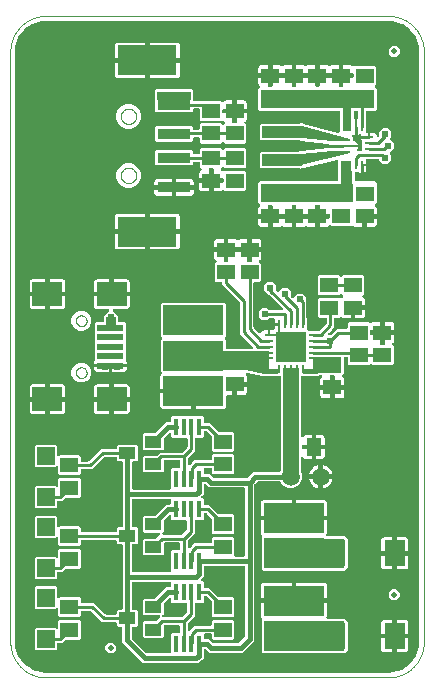
<source format=gtl>
G04 EAGLE Gerber RS-274X export*
G75*
%MOMM*%
%FSLAX35Y35*%
%LPD*%
%INcopper_top*%
%IPPOS*%
%AMOC8*
5,1,8,0,0,1.08239X$1,22.5*%
G01*
%ADD10C,0.010000*%
%ADD11R,1.500000X1.300000*%
%ADD12R,1.300000X1.500000*%
%ADD13C,1.500000*%
%ADD14R,1.800000X2.200000*%
%ADD15R,0.450000X1.450000*%
%ADD16R,0.800000X0.275000*%
%ADD17R,0.275000X0.800000*%
%ADD18R,2.500000X2.500000*%
%ADD19C,0.609600*%
%ADD20R,0.800000X0.250000*%
%ADD21R,0.250000X0.800000*%
%ADD22R,1.900000X0.250000*%
%ADD23R,1.550000X0.250000*%
%ADD24R,0.600000X0.250000*%
%ADD25R,3.400000X1.000000*%
%ADD26R,1.500000X1.500000*%
%ADD27R,5.080000X2.540000*%
%ADD28R,1.400000X1.000000*%
%ADD29R,2.250000X0.500000*%
%ADD30R,2.500000X2.000000*%
%ADD31C,0.000000*%
%ADD32R,2.800000X0.900000*%
%ADD33R,5.000000X2.500000*%
%ADD34C,0.500000*%
%ADD35C,0.604000*%
%ADD36C,0.250000*%
%ADD37C,0.200000*%
%ADD38C,0.406400*%

G36*
X-2599584Y12538660D02*
X-2599584Y12538660D01*
X-2599215Y12538631D01*
X-2559888Y12541726D01*
X-2558484Y12542040D01*
X-2557582Y12542185D01*
X-2482777Y12566491D01*
X-2482761Y12566498D01*
X-2482744Y12566501D01*
X-2482492Y12566630D01*
X-2480243Y12567732D01*
X-2480121Y12567843D01*
X-2479989Y12567911D01*
X-2416356Y12614143D01*
X-2416343Y12614156D01*
X-2416328Y12614164D01*
X-2416132Y12614360D01*
X-2414330Y12616107D01*
X-2414248Y12616250D01*
X-2414143Y12616356D01*
X-2367911Y12679989D01*
X-2367903Y12680004D01*
X-2367891Y12680017D01*
X-2367762Y12680271D01*
X-2366591Y12682482D01*
X-2366558Y12682644D01*
X-2366491Y12682776D01*
X-2342185Y12757582D01*
X-2341937Y12759005D01*
X-2341726Y12759888D01*
X-2338631Y12799215D01*
X-2338658Y12799634D01*
X-2338600Y12800000D01*
X-2338600Y17800000D01*
X-2338660Y17800416D01*
X-2338631Y17800784D01*
X-2341726Y17840112D01*
X-2342040Y17841515D01*
X-2342185Y17842418D01*
X-2366491Y17917223D01*
X-2366498Y17917238D01*
X-2366501Y17917256D01*
X-2366630Y17917508D01*
X-2367732Y17919757D01*
X-2367843Y17919879D01*
X-2367911Y17920011D01*
X-2414143Y17983644D01*
X-2414156Y17983657D01*
X-2414164Y17983672D01*
X-2414360Y17983868D01*
X-2416107Y17985670D01*
X-2416250Y17985751D01*
X-2416356Y17985856D01*
X-2479989Y18032089D01*
X-2480004Y18032097D01*
X-2480017Y18032109D01*
X-2480272Y18032238D01*
X-2482483Y18033408D01*
X-2482644Y18033442D01*
X-2482777Y18033509D01*
X-2557582Y18057815D01*
X-2559005Y18058063D01*
X-2559888Y18058273D01*
X-2599215Y18061368D01*
X-2599634Y18061342D01*
X-2600000Y18061399D01*
X-5500000Y18061399D01*
X-5500416Y18061340D01*
X-5500785Y18061368D01*
X-5540112Y18058273D01*
X-5541447Y18057975D01*
X-5542272Y18057857D01*
X-5542337Y18057828D01*
X-5542418Y18057815D01*
X-5617223Y18033509D01*
X-5617238Y18033502D01*
X-5617256Y18033498D01*
X-5617508Y18033370D01*
X-5619757Y18032268D01*
X-5619879Y18032156D01*
X-5620011Y18032089D01*
X-5683644Y17985856D01*
X-5683657Y17985844D01*
X-5683672Y17985836D01*
X-5683868Y17985640D01*
X-5685670Y17983893D01*
X-5685751Y17983750D01*
X-5685856Y17983644D01*
X-5732089Y17920011D01*
X-5732097Y17919996D01*
X-5732109Y17919983D01*
X-5732238Y17919728D01*
X-5733408Y17917517D01*
X-5733442Y17917356D01*
X-5733509Y17917223D01*
X-5757815Y17842418D01*
X-5758063Y17840995D01*
X-5758273Y17840112D01*
X-5761368Y17800784D01*
X-5761342Y17800366D01*
X-5761399Y17800000D01*
X-5761399Y12799999D01*
X-5761340Y12799583D01*
X-5761368Y12799215D01*
X-5758273Y12759888D01*
X-5757959Y12758484D01*
X-5757815Y12757582D01*
X-5733509Y12682777D01*
X-5733502Y12682761D01*
X-5733498Y12682744D01*
X-5733365Y12682482D01*
X-5732268Y12680243D01*
X-5732156Y12680121D01*
X-5732089Y12679989D01*
X-5685856Y12616356D01*
X-5685844Y12616343D01*
X-5685836Y12616328D01*
X-5685640Y12616132D01*
X-5683893Y12614330D01*
X-5683750Y12614248D01*
X-5683644Y12614143D01*
X-5620011Y12567911D01*
X-5619996Y12567903D01*
X-5619983Y12567891D01*
X-5619728Y12567762D01*
X-5617517Y12566591D01*
X-5617356Y12566558D01*
X-5617223Y12566491D01*
X-5542418Y12542185D01*
X-5540995Y12541937D01*
X-5540112Y12541726D01*
X-5500784Y12538631D01*
X-5500366Y12538658D01*
X-5500000Y12538600D01*
X-2600000Y12538600D01*
X-2599584Y12538660D01*
G37*
%LPC*%
G36*
X-4679201Y12622179D02*
X-4679201Y12622179D01*
X-4852820Y12795798D01*
X-4852820Y12920000D01*
X-4852911Y12920634D01*
X-4852902Y12921274D01*
X-4853109Y12922024D01*
X-4853218Y12922793D01*
X-4853482Y12923375D01*
X-4853652Y12923993D01*
X-4854061Y12924656D01*
X-4854381Y12925364D01*
X-4854796Y12925850D01*
X-4855133Y12926395D01*
X-4855709Y12926917D01*
X-4856215Y12927508D01*
X-4856750Y12927858D01*
X-4857225Y12928288D01*
X-4857925Y12928628D01*
X-4858575Y12929053D01*
X-4859186Y12929241D01*
X-4859763Y12929521D01*
X-4860456Y12929629D01*
X-4861273Y12929879D01*
X-4862126Y12929891D01*
X-4862820Y12929999D01*
X-4888284Y12929999D01*
X-4900000Y12941715D01*
X-4900000Y12957500D01*
X-4900091Y12958134D01*
X-4900082Y12958774D01*
X-4900289Y12959524D01*
X-4900398Y12960293D01*
X-4900662Y12960875D01*
X-4900832Y12961493D01*
X-4901241Y12962156D01*
X-4901561Y12962864D01*
X-4901976Y12963350D01*
X-4902313Y12963895D01*
X-4902889Y12964417D01*
X-4903395Y12965008D01*
X-4903930Y12965358D01*
X-4904405Y12965788D01*
X-4905105Y12966128D01*
X-4905755Y12966553D01*
X-4906366Y12966741D01*
X-4906943Y12967021D01*
X-4907636Y12967129D01*
X-4908453Y12967379D01*
X-4909306Y12967391D01*
X-4910000Y12967499D01*
X-5023462Y12967499D01*
X-5115533Y13059571D01*
X-5116298Y13060145D01*
X-5117009Y13060788D01*
X-5117423Y13060989D01*
X-5117790Y13061264D01*
X-5118684Y13061601D01*
X-5119547Y13062021D01*
X-5119971Y13062087D01*
X-5120429Y13062260D01*
X-5121715Y13062360D01*
X-5122604Y13062499D01*
X-5195000Y13062499D01*
X-5195634Y13062409D01*
X-5196274Y13062418D01*
X-5197024Y13062211D01*
X-5197793Y13062101D01*
X-5198375Y13061838D01*
X-5198993Y13061668D01*
X-5199656Y13061259D01*
X-5200364Y13060939D01*
X-5200850Y13060523D01*
X-5201395Y13060187D01*
X-5201917Y13059610D01*
X-5202508Y13059105D01*
X-5202858Y13058570D01*
X-5203288Y13058095D01*
X-5203628Y13057394D01*
X-5204053Y13056745D01*
X-5204241Y13056134D01*
X-5204521Y13055557D01*
X-5204629Y13054863D01*
X-5204879Y13054047D01*
X-5204891Y13053193D01*
X-5204999Y13052500D01*
X-5204999Y13021715D01*
X-5216715Y13009999D01*
X-5383284Y13009999D01*
X-5395000Y13021715D01*
X-5395000Y13077574D01*
X-5395046Y13077892D01*
X-5395021Y13078213D01*
X-5395244Y13079286D01*
X-5395398Y13080367D01*
X-5395531Y13080660D01*
X-5395596Y13080974D01*
X-5396110Y13081941D01*
X-5396561Y13082938D01*
X-5396770Y13083182D01*
X-5396920Y13083466D01*
X-5397683Y13084249D01*
X-5398395Y13085082D01*
X-5398664Y13085258D01*
X-5398888Y13085488D01*
X-5399840Y13086028D01*
X-5400755Y13086628D01*
X-5401061Y13086721D01*
X-5401341Y13086880D01*
X-5402407Y13087133D01*
X-5403453Y13087453D01*
X-5403774Y13087458D01*
X-5404086Y13087532D01*
X-5405178Y13087477D01*
X-5406273Y13087492D01*
X-5406583Y13087406D01*
X-5406904Y13087390D01*
X-5407936Y13087033D01*
X-5408993Y13086742D01*
X-5409267Y13086573D01*
X-5409570Y13086468D01*
X-5410296Y13085939D01*
X-5411395Y13085261D01*
X-5411724Y13084897D01*
X-5412070Y13084645D01*
X-5416715Y13079999D01*
X-5583284Y13079999D01*
X-5595000Y13091715D01*
X-5595000Y13258284D01*
X-5583284Y13270000D01*
X-5416715Y13270000D01*
X-5404999Y13258284D01*
X-5404999Y13182426D01*
X-5404954Y13182108D01*
X-5404979Y13181787D01*
X-5404755Y13180714D01*
X-5404601Y13179633D01*
X-5404469Y13179340D01*
X-5404403Y13179025D01*
X-5403890Y13178059D01*
X-5403439Y13177062D01*
X-5403230Y13176818D01*
X-5403079Y13176534D01*
X-5402317Y13175751D01*
X-5401605Y13174918D01*
X-5401336Y13174742D01*
X-5401112Y13174512D01*
X-5400159Y13173971D01*
X-5399245Y13173372D01*
X-5398939Y13173278D01*
X-5398658Y13173119D01*
X-5397593Y13172867D01*
X-5396547Y13172547D01*
X-5396225Y13172542D01*
X-5395913Y13172468D01*
X-5394822Y13172523D01*
X-5393726Y13172508D01*
X-5393416Y13172593D01*
X-5393096Y13172609D01*
X-5392063Y13172967D01*
X-5391007Y13173258D01*
X-5390733Y13173427D01*
X-5390430Y13173532D01*
X-5389704Y13174061D01*
X-5388605Y13174738D01*
X-5388276Y13175103D01*
X-5387929Y13175355D01*
X-5383284Y13180000D01*
X-5216715Y13180000D01*
X-5204999Y13168284D01*
X-5204999Y13137500D01*
X-5204909Y13136866D01*
X-5204918Y13136226D01*
X-5204711Y13135476D01*
X-5204601Y13134707D01*
X-5204338Y13134124D01*
X-5204168Y13133506D01*
X-5203759Y13132843D01*
X-5203439Y13132136D01*
X-5203023Y13131650D01*
X-5202687Y13131105D01*
X-5202110Y13130583D01*
X-5201605Y13129992D01*
X-5201070Y13129642D01*
X-5200595Y13129212D01*
X-5199894Y13128872D01*
X-5199245Y13128446D01*
X-5198634Y13128259D01*
X-5198057Y13127979D01*
X-5197363Y13127870D01*
X-5196547Y13127621D01*
X-5195693Y13127609D01*
X-5195000Y13127500D01*
X-5091538Y13127500D01*
X-4999466Y13035429D01*
X-4998701Y13034855D01*
X-4997990Y13034212D01*
X-4997576Y13034011D01*
X-4997210Y13033736D01*
X-4996316Y13033398D01*
X-4995453Y13032979D01*
X-4995029Y13032913D01*
X-4994570Y13032740D01*
X-4993285Y13032640D01*
X-4992396Y13032500D01*
X-4910000Y13032500D01*
X-4909366Y13032591D01*
X-4908726Y13032582D01*
X-4907976Y13032789D01*
X-4907207Y13032898D01*
X-4906624Y13033162D01*
X-4906006Y13033332D01*
X-4905343Y13033741D01*
X-4904636Y13034061D01*
X-4904150Y13034476D01*
X-4903605Y13034813D01*
X-4903083Y13035389D01*
X-4902492Y13035895D01*
X-4902142Y13036430D01*
X-4901712Y13036905D01*
X-4901372Y13037605D01*
X-4900946Y13038255D01*
X-4900759Y13038866D01*
X-4900479Y13039443D01*
X-4900370Y13040136D01*
X-4900121Y13040953D01*
X-4900109Y13041806D01*
X-4900000Y13042500D01*
X-4900000Y13058284D01*
X-4888284Y13070000D01*
X-4860320Y13070000D01*
X-4859686Y13070091D01*
X-4859046Y13070082D01*
X-4858296Y13070289D01*
X-4857527Y13070398D01*
X-4856944Y13070662D01*
X-4856326Y13070832D01*
X-4855663Y13071241D01*
X-4854956Y13071561D01*
X-4854470Y13071976D01*
X-4853925Y13072313D01*
X-4853403Y13072889D01*
X-4852812Y13073395D01*
X-4852462Y13073930D01*
X-4852032Y13074405D01*
X-4851692Y13075105D01*
X-4851266Y13075755D01*
X-4851079Y13076366D01*
X-4850799Y13076943D01*
X-4850690Y13077636D01*
X-4850441Y13078453D01*
X-4850429Y13079306D01*
X-4850320Y13080000D01*
X-4850320Y13620000D01*
X-4850411Y13620634D01*
X-4850402Y13621274D01*
X-4850609Y13622024D01*
X-4850718Y13622793D01*
X-4850982Y13623375D01*
X-4851152Y13623993D01*
X-4851561Y13624656D01*
X-4851881Y13625364D01*
X-4852296Y13625850D01*
X-4852633Y13626395D01*
X-4853209Y13626917D01*
X-4853715Y13627508D01*
X-4854250Y13627858D01*
X-4854725Y13628288D01*
X-4855425Y13628628D01*
X-4856075Y13629053D01*
X-4856686Y13629241D01*
X-4857263Y13629521D01*
X-4857956Y13629629D01*
X-4858773Y13629879D01*
X-4859626Y13629891D01*
X-4860320Y13629999D01*
X-4888284Y13629999D01*
X-4900000Y13641715D01*
X-4900000Y13652500D01*
X-4900091Y13653134D01*
X-4900082Y13653774D01*
X-4900289Y13654524D01*
X-4900398Y13655293D01*
X-4900662Y13655875D01*
X-4900832Y13656493D01*
X-4901241Y13657156D01*
X-4901561Y13657864D01*
X-4901976Y13658350D01*
X-4902313Y13658895D01*
X-4902889Y13659417D01*
X-4903395Y13660008D01*
X-4903930Y13660358D01*
X-4904405Y13660788D01*
X-4905105Y13661128D01*
X-4905755Y13661553D01*
X-4906366Y13661741D01*
X-4906943Y13662021D01*
X-4907636Y13662129D01*
X-4908453Y13662379D01*
X-4909306Y13662391D01*
X-4910000Y13662499D01*
X-5195000Y13662499D01*
X-5195634Y13662409D01*
X-5196274Y13662418D01*
X-5197024Y13662211D01*
X-5197793Y13662101D01*
X-5198375Y13661838D01*
X-5198993Y13661668D01*
X-5199656Y13661259D01*
X-5200364Y13660939D01*
X-5200850Y13660523D01*
X-5201395Y13660187D01*
X-5201917Y13659610D01*
X-5202508Y13659105D01*
X-5202858Y13658570D01*
X-5203288Y13658095D01*
X-5203628Y13657394D01*
X-5204053Y13656745D01*
X-5204241Y13656134D01*
X-5204521Y13655557D01*
X-5204629Y13654863D01*
X-5204879Y13654047D01*
X-5204891Y13653193D01*
X-5204999Y13652500D01*
X-5204999Y13621715D01*
X-5216715Y13609999D01*
X-5383284Y13609999D01*
X-5395000Y13621715D01*
X-5395000Y13677574D01*
X-5395046Y13677892D01*
X-5395021Y13678213D01*
X-5395244Y13679286D01*
X-5395398Y13680367D01*
X-5395531Y13680660D01*
X-5395596Y13680974D01*
X-5396110Y13681941D01*
X-5396561Y13682938D01*
X-5396770Y13683182D01*
X-5396920Y13683466D01*
X-5397683Y13684249D01*
X-5398395Y13685082D01*
X-5398664Y13685258D01*
X-5398888Y13685488D01*
X-5399840Y13686028D01*
X-5400755Y13686628D01*
X-5401061Y13686721D01*
X-5401341Y13686880D01*
X-5402407Y13687133D01*
X-5403453Y13687453D01*
X-5403774Y13687458D01*
X-5404086Y13687532D01*
X-5405178Y13687477D01*
X-5406273Y13687492D01*
X-5406583Y13687406D01*
X-5406904Y13687390D01*
X-5407936Y13687033D01*
X-5408993Y13686742D01*
X-5409267Y13686573D01*
X-5409570Y13686468D01*
X-5410296Y13685939D01*
X-5411395Y13685261D01*
X-5411724Y13684897D01*
X-5412070Y13684645D01*
X-5416715Y13679999D01*
X-5583284Y13679999D01*
X-5595000Y13691715D01*
X-5595000Y13858284D01*
X-5583284Y13870000D01*
X-5416715Y13870000D01*
X-5404999Y13858284D01*
X-5404999Y13782426D01*
X-5404954Y13782108D01*
X-5404979Y13781787D01*
X-5404755Y13780714D01*
X-5404601Y13779633D01*
X-5404469Y13779340D01*
X-5404403Y13779025D01*
X-5403890Y13778059D01*
X-5403439Y13777062D01*
X-5403230Y13776818D01*
X-5403079Y13776534D01*
X-5402317Y13775751D01*
X-5401605Y13774918D01*
X-5401336Y13774742D01*
X-5401112Y13774512D01*
X-5400159Y13773971D01*
X-5399245Y13773372D01*
X-5398939Y13773278D01*
X-5398658Y13773119D01*
X-5397593Y13772867D01*
X-5396547Y13772547D01*
X-5396225Y13772542D01*
X-5395913Y13772468D01*
X-5394822Y13772523D01*
X-5393726Y13772508D01*
X-5393416Y13772593D01*
X-5393096Y13772609D01*
X-5392063Y13772967D01*
X-5391007Y13773258D01*
X-5390733Y13773427D01*
X-5390430Y13773532D01*
X-5389704Y13774061D01*
X-5388605Y13774738D01*
X-5388276Y13775103D01*
X-5387929Y13775355D01*
X-5383284Y13780000D01*
X-5216715Y13780000D01*
X-5204999Y13768284D01*
X-5204999Y13737500D01*
X-5204909Y13736866D01*
X-5204918Y13736226D01*
X-5204711Y13735476D01*
X-5204601Y13734707D01*
X-5204338Y13734124D01*
X-5204168Y13733506D01*
X-5203759Y13732843D01*
X-5203439Y13732136D01*
X-5203023Y13731650D01*
X-5202687Y13731105D01*
X-5202110Y13730583D01*
X-5201605Y13729992D01*
X-5201070Y13729642D01*
X-5200595Y13729212D01*
X-5199894Y13728872D01*
X-5199245Y13728446D01*
X-5198634Y13728259D01*
X-5198057Y13727979D01*
X-5197363Y13727870D01*
X-5196547Y13727621D01*
X-5195693Y13727609D01*
X-5195000Y13727500D01*
X-4910000Y13727500D01*
X-4909366Y13727591D01*
X-4908726Y13727582D01*
X-4907976Y13727789D01*
X-4907207Y13727898D01*
X-4906624Y13728162D01*
X-4906006Y13728332D01*
X-4905343Y13728741D01*
X-4904636Y13729061D01*
X-4904150Y13729476D01*
X-4903605Y13729813D01*
X-4903083Y13730389D01*
X-4902492Y13730895D01*
X-4902142Y13731430D01*
X-4901712Y13731905D01*
X-4901372Y13732605D01*
X-4900946Y13733255D01*
X-4900759Y13733866D01*
X-4900479Y13734443D01*
X-4900370Y13735136D01*
X-4900121Y13735953D01*
X-4900109Y13736806D01*
X-4900000Y13737500D01*
X-4900000Y13758284D01*
X-4888284Y13770000D01*
X-4860320Y13770000D01*
X-4859686Y13770091D01*
X-4859046Y13770082D01*
X-4858296Y13770289D01*
X-4857527Y13770398D01*
X-4856944Y13770662D01*
X-4856326Y13770832D01*
X-4855663Y13771241D01*
X-4854956Y13771561D01*
X-4854470Y13771976D01*
X-4853925Y13772313D01*
X-4853403Y13772889D01*
X-4852812Y13773395D01*
X-4852462Y13773930D01*
X-4852032Y13774405D01*
X-4851692Y13775105D01*
X-4851266Y13775755D01*
X-4851079Y13776366D01*
X-4850799Y13776943D01*
X-4850690Y13777636D01*
X-4850441Y13778453D01*
X-4850429Y13779306D01*
X-4850320Y13780000D01*
X-4850320Y14320000D01*
X-4850411Y14320634D01*
X-4850402Y14321274D01*
X-4850609Y14322024D01*
X-4850718Y14322793D01*
X-4850982Y14323375D01*
X-4851152Y14323993D01*
X-4851561Y14324656D01*
X-4851881Y14325364D01*
X-4852296Y14325850D01*
X-4852633Y14326395D01*
X-4853209Y14326917D01*
X-4853715Y14327508D01*
X-4854250Y14327858D01*
X-4854725Y14328288D01*
X-4855425Y14328628D01*
X-4856075Y14329053D01*
X-4856686Y14329241D01*
X-4857263Y14329521D01*
X-4857956Y14329629D01*
X-4858773Y14329879D01*
X-4859626Y14329891D01*
X-4860320Y14329999D01*
X-4888284Y14329999D01*
X-4900000Y14341715D01*
X-4900000Y14357500D01*
X-4900091Y14358134D01*
X-4900082Y14358774D01*
X-4900289Y14359524D01*
X-4900398Y14360293D01*
X-4900662Y14360875D01*
X-4900832Y14361493D01*
X-4901241Y14362156D01*
X-4901561Y14362864D01*
X-4901976Y14363350D01*
X-4902313Y14363895D01*
X-4902889Y14364417D01*
X-4903395Y14365008D01*
X-4903930Y14365358D01*
X-4904405Y14365788D01*
X-4905105Y14366128D01*
X-4905755Y14366553D01*
X-4906366Y14366741D01*
X-4906943Y14367021D01*
X-4907636Y14367129D01*
X-4908453Y14367379D01*
X-4909306Y14367391D01*
X-4910000Y14367499D01*
X-5002396Y14367499D01*
X-5003344Y14367364D01*
X-5004300Y14367316D01*
X-5004733Y14367166D01*
X-5005189Y14367101D01*
X-5006062Y14366707D01*
X-5006966Y14366394D01*
X-5007312Y14366141D01*
X-5007759Y14365939D01*
X-5008739Y14365101D01*
X-5009466Y14364571D01*
X-5111538Y14262499D01*
X-5195000Y14262499D01*
X-5195634Y14262409D01*
X-5196274Y14262418D01*
X-5197024Y14262211D01*
X-5197793Y14262101D01*
X-5198375Y14261838D01*
X-5198993Y14261668D01*
X-5199656Y14261259D01*
X-5200364Y14260939D01*
X-5200850Y14260523D01*
X-5201395Y14260187D01*
X-5201917Y14259610D01*
X-5202508Y14259105D01*
X-5202858Y14258570D01*
X-5203288Y14258095D01*
X-5203628Y14257394D01*
X-5204053Y14256745D01*
X-5204241Y14256134D01*
X-5204521Y14255557D01*
X-5204629Y14254863D01*
X-5204879Y14254047D01*
X-5204891Y14253193D01*
X-5204999Y14252500D01*
X-5204999Y14221715D01*
X-5216715Y14209999D01*
X-5383284Y14209999D01*
X-5395000Y14221715D01*
X-5395000Y14277574D01*
X-5395046Y14277892D01*
X-5395021Y14278213D01*
X-5395244Y14279286D01*
X-5395398Y14280367D01*
X-5395531Y14280660D01*
X-5395596Y14280974D01*
X-5396110Y14281941D01*
X-5396561Y14282938D01*
X-5396770Y14283182D01*
X-5396920Y14283466D01*
X-5397683Y14284249D01*
X-5398395Y14285082D01*
X-5398664Y14285258D01*
X-5398888Y14285488D01*
X-5399840Y14286028D01*
X-5400755Y14286628D01*
X-5401061Y14286721D01*
X-5401341Y14286880D01*
X-5402407Y14287133D01*
X-5403453Y14287453D01*
X-5403774Y14287458D01*
X-5404086Y14287532D01*
X-5405178Y14287477D01*
X-5406273Y14287492D01*
X-5406583Y14287406D01*
X-5406904Y14287390D01*
X-5407936Y14287033D01*
X-5408993Y14286742D01*
X-5409267Y14286573D01*
X-5409570Y14286468D01*
X-5410296Y14285939D01*
X-5411395Y14285261D01*
X-5411724Y14284897D01*
X-5412070Y14284645D01*
X-5416715Y14279999D01*
X-5583284Y14279999D01*
X-5595000Y14291715D01*
X-5595000Y14458284D01*
X-5583284Y14470000D01*
X-5416715Y14470000D01*
X-5404999Y14458284D01*
X-5404999Y14382426D01*
X-5404954Y14382108D01*
X-5404979Y14381787D01*
X-5404755Y14380714D01*
X-5404601Y14379633D01*
X-5404469Y14379340D01*
X-5404403Y14379025D01*
X-5403890Y14378059D01*
X-5403439Y14377062D01*
X-5403230Y14376818D01*
X-5403079Y14376534D01*
X-5402317Y14375751D01*
X-5401605Y14374918D01*
X-5401336Y14374742D01*
X-5401112Y14374512D01*
X-5400159Y14373971D01*
X-5399245Y14373372D01*
X-5398939Y14373278D01*
X-5398658Y14373119D01*
X-5397593Y14372867D01*
X-5396547Y14372547D01*
X-5396225Y14372542D01*
X-5395913Y14372468D01*
X-5394822Y14372523D01*
X-5393726Y14372508D01*
X-5393416Y14372593D01*
X-5393096Y14372609D01*
X-5392063Y14372967D01*
X-5391007Y14373258D01*
X-5390733Y14373427D01*
X-5390430Y14373532D01*
X-5389704Y14374061D01*
X-5388605Y14374738D01*
X-5388276Y14375103D01*
X-5387929Y14375355D01*
X-5383284Y14380000D01*
X-5216715Y14380000D01*
X-5204999Y14368284D01*
X-5204999Y14337500D01*
X-5204909Y14336866D01*
X-5204918Y14336226D01*
X-5204711Y14335476D01*
X-5204601Y14334707D01*
X-5204338Y14334124D01*
X-5204168Y14333506D01*
X-5203759Y14332843D01*
X-5203439Y14332136D01*
X-5203023Y14331650D01*
X-5202687Y14331105D01*
X-5202110Y14330583D01*
X-5201605Y14329992D01*
X-5201070Y14329642D01*
X-5200595Y14329212D01*
X-5199894Y14328872D01*
X-5199245Y14328446D01*
X-5198634Y14328259D01*
X-5198057Y14327979D01*
X-5197363Y14327870D01*
X-5196547Y14327621D01*
X-5195693Y14327609D01*
X-5195000Y14327500D01*
X-5142604Y14327500D01*
X-5141655Y14327636D01*
X-5140700Y14327683D01*
X-5140266Y14327833D01*
X-5139811Y14327898D01*
X-5138938Y14328293D01*
X-5138034Y14328606D01*
X-5137688Y14328858D01*
X-5137240Y14329061D01*
X-5136260Y14329899D01*
X-5135533Y14330429D01*
X-5033462Y14432500D01*
X-4910000Y14432500D01*
X-4909366Y14432591D01*
X-4908726Y14432582D01*
X-4907976Y14432789D01*
X-4907207Y14432898D01*
X-4906624Y14433162D01*
X-4906006Y14433332D01*
X-4905343Y14433741D01*
X-4904636Y14434061D01*
X-4904150Y14434476D01*
X-4903605Y14434813D01*
X-4903083Y14435389D01*
X-4902492Y14435895D01*
X-4902142Y14436430D01*
X-4901712Y14436905D01*
X-4901372Y14437605D01*
X-4900946Y14438255D01*
X-4900759Y14438866D01*
X-4900479Y14439443D01*
X-4900370Y14440136D01*
X-4900121Y14440953D01*
X-4900109Y14441806D01*
X-4900000Y14442500D01*
X-4900000Y14458284D01*
X-4888284Y14470000D01*
X-4731715Y14470000D01*
X-4719999Y14458284D01*
X-4719999Y14341715D01*
X-4731715Y14329999D01*
X-4759680Y14329999D01*
X-4760314Y14329909D01*
X-4760954Y14329918D01*
X-4761704Y14329711D01*
X-4762473Y14329601D01*
X-4763055Y14329338D01*
X-4763673Y14329168D01*
X-4764336Y14328759D01*
X-4765044Y14328439D01*
X-4765530Y14328023D01*
X-4766075Y14327687D01*
X-4766597Y14327110D01*
X-4767188Y14326605D01*
X-4767538Y14326070D01*
X-4767968Y14325595D01*
X-4768308Y14324894D01*
X-4768733Y14324245D01*
X-4768921Y14323634D01*
X-4769201Y14323057D01*
X-4769309Y14322363D01*
X-4769559Y14321547D01*
X-4769571Y14320693D01*
X-4769679Y14320000D01*
X-4769679Y14100320D01*
X-4769589Y14099686D01*
X-4769598Y14099046D01*
X-4769391Y14098296D01*
X-4769281Y14097527D01*
X-4769018Y14096944D01*
X-4768848Y14096326D01*
X-4768439Y14095663D01*
X-4768119Y14094956D01*
X-4767703Y14094470D01*
X-4767367Y14093925D01*
X-4766790Y14093403D01*
X-4766285Y14092812D01*
X-4765750Y14092462D01*
X-4765275Y14092032D01*
X-4764574Y14091692D01*
X-4763925Y14091266D01*
X-4763314Y14091079D01*
X-4762737Y14090799D01*
X-4762043Y14090690D01*
X-4761227Y14090441D01*
X-4760373Y14090429D01*
X-4759680Y14090320D01*
X-4450500Y14090320D01*
X-4449866Y14090411D01*
X-4449226Y14090402D01*
X-4448476Y14090609D01*
X-4447707Y14090718D01*
X-4447124Y14090982D01*
X-4446506Y14091152D01*
X-4445843Y14091561D01*
X-4445136Y14091881D01*
X-4444650Y14092296D01*
X-4444105Y14092633D01*
X-4443583Y14093209D01*
X-4442992Y14093715D01*
X-4442642Y14094250D01*
X-4442212Y14094725D01*
X-4441872Y14095425D01*
X-4441446Y14096075D01*
X-4441259Y14096686D01*
X-4440979Y14097263D01*
X-4440870Y14097956D01*
X-4440621Y14098773D01*
X-4440609Y14099626D01*
X-4440500Y14100320D01*
X-4440500Y14263784D01*
X-4428784Y14275500D01*
X-4370500Y14275500D01*
X-4369866Y14275591D01*
X-4369226Y14275582D01*
X-4368476Y14275789D01*
X-4367707Y14275898D01*
X-4367124Y14276162D01*
X-4366506Y14276332D01*
X-4365843Y14276741D01*
X-4365136Y14277061D01*
X-4364650Y14277476D01*
X-4364105Y14277813D01*
X-4363583Y14278389D01*
X-4362992Y14278895D01*
X-4362642Y14279430D01*
X-4362212Y14279905D01*
X-4361872Y14280605D01*
X-4361446Y14281255D01*
X-4361259Y14281866D01*
X-4360979Y14282443D01*
X-4360870Y14283136D01*
X-4360621Y14283953D01*
X-4360609Y14284806D01*
X-4360500Y14285500D01*
X-4360500Y14328533D01*
X-4360590Y14329163D01*
X-4360582Y14329762D01*
X-4360583Y14329764D01*
X-4360582Y14329807D01*
X-4360789Y14330557D01*
X-4360898Y14331326D01*
X-4361162Y14331908D01*
X-4361332Y14332527D01*
X-4361741Y14333189D01*
X-4362061Y14333897D01*
X-4362476Y14334383D01*
X-4362813Y14334928D01*
X-4363389Y14335450D01*
X-4363895Y14336041D01*
X-4364430Y14336391D01*
X-4364905Y14336821D01*
X-4365605Y14337161D01*
X-4366255Y14337587D01*
X-4366866Y14337774D01*
X-4367443Y14338054D01*
X-4368136Y14338163D01*
X-4368953Y14338412D01*
X-4369806Y14338424D01*
X-4370500Y14338533D01*
X-4490000Y14338533D01*
X-4490634Y14338442D01*
X-4491274Y14338451D01*
X-4492024Y14338244D01*
X-4492793Y14338134D01*
X-4493375Y14337871D01*
X-4493993Y14337701D01*
X-4494656Y14337292D01*
X-4495364Y14336972D01*
X-4495850Y14336557D01*
X-4496395Y14336220D01*
X-4496917Y14335643D01*
X-4497508Y14335138D01*
X-4497858Y14334603D01*
X-4498288Y14334128D01*
X-4498628Y14333428D01*
X-4499053Y14332778D01*
X-4499241Y14332167D01*
X-4499521Y14331590D01*
X-4499630Y14330895D01*
X-4499879Y14330080D01*
X-4499891Y14329227D01*
X-4499999Y14328533D01*
X-4499999Y14246715D01*
X-4511715Y14234999D01*
X-4668284Y14234999D01*
X-4680000Y14246715D01*
X-4680000Y14363284D01*
X-4668284Y14375000D01*
X-4570104Y14375000D01*
X-4569155Y14375136D01*
X-4568200Y14375183D01*
X-4567766Y14375333D01*
X-4567311Y14375398D01*
X-4566438Y14375793D01*
X-4565534Y14376106D01*
X-4565188Y14376358D01*
X-4564740Y14376561D01*
X-4563760Y14377399D01*
X-4563033Y14377929D01*
X-4537429Y14403533D01*
X-4345604Y14403533D01*
X-4344655Y14403669D01*
X-4343700Y14403717D01*
X-4343266Y14403867D01*
X-4342811Y14403932D01*
X-4341938Y14404326D01*
X-4341034Y14404639D01*
X-4340688Y14404892D01*
X-4340240Y14405094D01*
X-4339260Y14405932D01*
X-4338533Y14406462D01*
X-4303429Y14441567D01*
X-4303284Y14441760D01*
X-4303148Y14441876D01*
X-4302837Y14442352D01*
X-4302212Y14443043D01*
X-4302011Y14443457D01*
X-4301736Y14443823D01*
X-4301398Y14444717D01*
X-4300979Y14445580D01*
X-4300913Y14446004D01*
X-4300740Y14446463D01*
X-4300640Y14447748D01*
X-4300500Y14448637D01*
X-4300500Y14520500D01*
X-4300591Y14521134D01*
X-4300582Y14521774D01*
X-4300789Y14522524D01*
X-4300898Y14523293D01*
X-4301162Y14523875D01*
X-4301332Y14524493D01*
X-4301741Y14525156D01*
X-4302061Y14525864D01*
X-4302476Y14526350D01*
X-4302813Y14526895D01*
X-4303389Y14527417D01*
X-4303895Y14528008D01*
X-4304430Y14528358D01*
X-4304905Y14528788D01*
X-4305605Y14529128D01*
X-4306255Y14529553D01*
X-4306866Y14529741D01*
X-4307443Y14530021D01*
X-4308136Y14530129D01*
X-4308953Y14530379D01*
X-4309806Y14530391D01*
X-4310500Y14530499D01*
X-4428784Y14530499D01*
X-4440500Y14542215D01*
X-4440500Y14563337D01*
X-4440546Y14563655D01*
X-4440521Y14563975D01*
X-4440744Y14565048D01*
X-4440898Y14566130D01*
X-4441031Y14566423D01*
X-4441096Y14566738D01*
X-4441610Y14567704D01*
X-4442061Y14568701D01*
X-4442270Y14568945D01*
X-4442420Y14569229D01*
X-4443183Y14570012D01*
X-4443895Y14570845D01*
X-4444164Y14571021D01*
X-4444388Y14571251D01*
X-4445339Y14571791D01*
X-4446255Y14572391D01*
X-4446562Y14572485D01*
X-4446841Y14572643D01*
X-4447904Y14572895D01*
X-4448953Y14573216D01*
X-4449274Y14573221D01*
X-4449586Y14573295D01*
X-4450678Y14573240D01*
X-4451773Y14573255D01*
X-4452083Y14573169D01*
X-4452404Y14573153D01*
X-4453435Y14572797D01*
X-4454493Y14572505D01*
X-4454768Y14572336D01*
X-4455070Y14572231D01*
X-4455796Y14571702D01*
X-4456895Y14571024D01*
X-4457224Y14570660D01*
X-4457570Y14570408D01*
X-4497071Y14530907D01*
X-4497645Y14530142D01*
X-4498288Y14529431D01*
X-4498489Y14529017D01*
X-4498764Y14528651D01*
X-4499101Y14527757D01*
X-4499521Y14526894D01*
X-4499587Y14526470D01*
X-4499760Y14526011D01*
X-4499860Y14524726D01*
X-4499999Y14523837D01*
X-4499999Y14436715D01*
X-4511715Y14424999D01*
X-4668284Y14424999D01*
X-4680000Y14436715D01*
X-4680000Y14553284D01*
X-4668284Y14565000D01*
X-4581163Y14565000D01*
X-4580214Y14565136D01*
X-4579259Y14565183D01*
X-4578825Y14565333D01*
X-4578370Y14565398D01*
X-4577497Y14565793D01*
X-4576593Y14566106D01*
X-4576247Y14566358D01*
X-4575799Y14566561D01*
X-4574819Y14567399D01*
X-4574093Y14567929D01*
X-4478701Y14663320D01*
X-4450500Y14663320D01*
X-4449866Y14663411D01*
X-4449226Y14663402D01*
X-4448476Y14663609D01*
X-4447707Y14663718D01*
X-4447124Y14663982D01*
X-4446506Y14664152D01*
X-4445843Y14664561D01*
X-4445136Y14664881D01*
X-4444650Y14665296D01*
X-4444105Y14665633D01*
X-4443583Y14666209D01*
X-4442992Y14666715D01*
X-4442642Y14667250D01*
X-4442212Y14667725D01*
X-4441872Y14668425D01*
X-4441446Y14669075D01*
X-4441259Y14669686D01*
X-4440979Y14670263D01*
X-4440870Y14670956D01*
X-4440621Y14671773D01*
X-4440609Y14672626D01*
X-4440500Y14673320D01*
X-4440500Y14703784D01*
X-4428784Y14715500D01*
X-4172215Y14715500D01*
X-4160499Y14703784D01*
X-4160499Y14665500D01*
X-4160409Y14664866D01*
X-4160418Y14664226D01*
X-4160211Y14663476D01*
X-4160101Y14662707D01*
X-4159838Y14662124D01*
X-4159668Y14661506D01*
X-4159259Y14660843D01*
X-4158939Y14660136D01*
X-4158523Y14659650D01*
X-4158187Y14659105D01*
X-4157610Y14658583D01*
X-4157105Y14657992D01*
X-4156570Y14657642D01*
X-4156095Y14657212D01*
X-4155394Y14656872D01*
X-4154745Y14656446D01*
X-4154134Y14656259D01*
X-4153557Y14655979D01*
X-4152863Y14655870D01*
X-4152047Y14655621D01*
X-4151193Y14655609D01*
X-4150500Y14655500D01*
X-4114538Y14655500D01*
X-4041966Y14582929D01*
X-4041201Y14582355D01*
X-4040490Y14581712D01*
X-4040076Y14581511D01*
X-4039710Y14581236D01*
X-4038816Y14580898D01*
X-4037953Y14580479D01*
X-4037529Y14580413D01*
X-4037070Y14580240D01*
X-4035785Y14580140D01*
X-4034896Y14580000D01*
X-3916715Y14580000D01*
X-3904999Y14568284D01*
X-3904999Y14421715D01*
X-3916715Y14409999D01*
X-4083284Y14409999D01*
X-4095000Y14421715D01*
X-4095000Y14539896D01*
X-4095136Y14540844D01*
X-4095183Y14541800D01*
X-4095333Y14542233D01*
X-4095398Y14542689D01*
X-4095793Y14543562D01*
X-4096106Y14544466D01*
X-4096358Y14544812D01*
X-4096561Y14545259D01*
X-4097399Y14546239D01*
X-4097929Y14546966D01*
X-4138533Y14587571D01*
X-4139298Y14588145D01*
X-4140009Y14588788D01*
X-4140423Y14588989D01*
X-4140790Y14589264D01*
X-4141684Y14589601D01*
X-4142547Y14590021D01*
X-4142971Y14590087D01*
X-4143429Y14590260D01*
X-4144715Y14590360D01*
X-4145604Y14590499D01*
X-4150500Y14590499D01*
X-4151134Y14590409D01*
X-4151774Y14590418D01*
X-4152524Y14590211D01*
X-4153293Y14590101D01*
X-4153875Y14589838D01*
X-4154493Y14589668D01*
X-4155156Y14589259D01*
X-4155864Y14588939D01*
X-4156350Y14588523D01*
X-4156895Y14588187D01*
X-4157417Y14587610D01*
X-4158008Y14587105D01*
X-4158358Y14586570D01*
X-4158788Y14586095D01*
X-4159128Y14585394D01*
X-4159553Y14584745D01*
X-4159741Y14584134D01*
X-4160021Y14583557D01*
X-4160129Y14582863D01*
X-4160379Y14582047D01*
X-4160391Y14581193D01*
X-4160499Y14580500D01*
X-4160499Y14542215D01*
X-4172215Y14530499D01*
X-4225500Y14530499D01*
X-4226134Y14530409D01*
X-4226774Y14530418D01*
X-4227524Y14530211D01*
X-4228293Y14530101D01*
X-4228875Y14529838D01*
X-4229493Y14529668D01*
X-4230156Y14529259D01*
X-4230864Y14528939D01*
X-4231350Y14528523D01*
X-4231895Y14528187D01*
X-4232417Y14527610D01*
X-4233008Y14527105D01*
X-4233358Y14526570D01*
X-4233788Y14526095D01*
X-4234128Y14525394D01*
X-4234553Y14524745D01*
X-4234741Y14524134D01*
X-4235021Y14523557D01*
X-4235129Y14522863D01*
X-4235379Y14522047D01*
X-4235391Y14521193D01*
X-4235499Y14520500D01*
X-4235499Y14417571D01*
X-4292571Y14360499D01*
X-4293145Y14359734D01*
X-4293788Y14359023D01*
X-4293989Y14358609D01*
X-4294264Y14358243D01*
X-4294601Y14357349D01*
X-4295021Y14356486D01*
X-4295087Y14356062D01*
X-4295260Y14355603D01*
X-4295360Y14354318D01*
X-4295499Y14353429D01*
X-4295499Y14308637D01*
X-4295454Y14308319D01*
X-4295479Y14307998D01*
X-4295255Y14306925D01*
X-4295101Y14305843D01*
X-4294969Y14305551D01*
X-4294903Y14305236D01*
X-4294390Y14304270D01*
X-4293939Y14303273D01*
X-4293730Y14303028D01*
X-4293579Y14302745D01*
X-4292817Y14301962D01*
X-4292105Y14301129D01*
X-4291836Y14300953D01*
X-4291612Y14300723D01*
X-4290661Y14300183D01*
X-4289745Y14299583D01*
X-4289438Y14299489D01*
X-4289158Y14299331D01*
X-4288096Y14299078D01*
X-4287047Y14298758D01*
X-4286725Y14298753D01*
X-4286413Y14298679D01*
X-4285322Y14298734D01*
X-4284226Y14298719D01*
X-4283916Y14298804D01*
X-4283596Y14298820D01*
X-4282563Y14299178D01*
X-4281507Y14299469D01*
X-4281233Y14299638D01*
X-4280930Y14299743D01*
X-4280204Y14300272D01*
X-4279105Y14300949D01*
X-4278776Y14301313D01*
X-4278429Y14301566D01*
X-4264462Y14315533D01*
X-4242495Y14337500D01*
X-4105000Y14337500D01*
X-4104366Y14337591D01*
X-4103726Y14337582D01*
X-4102976Y14337789D01*
X-4102207Y14337898D01*
X-4101624Y14338162D01*
X-4101006Y14338332D01*
X-4100343Y14338741D01*
X-4099636Y14339061D01*
X-4099150Y14339476D01*
X-4098605Y14339813D01*
X-4098083Y14340389D01*
X-4097492Y14340895D01*
X-4097142Y14341430D01*
X-4096712Y14341905D01*
X-4096372Y14342605D01*
X-4095946Y14343255D01*
X-4095759Y14343866D01*
X-4095479Y14344443D01*
X-4095370Y14345136D01*
X-4095121Y14345953D01*
X-4095109Y14346806D01*
X-4095000Y14347500D01*
X-4095000Y14378284D01*
X-4083284Y14390000D01*
X-3916715Y14390000D01*
X-3904999Y14378284D01*
X-3904999Y14231715D01*
X-3916715Y14219999D01*
X-4083284Y14219999D01*
X-4095000Y14231715D01*
X-4095000Y14262500D01*
X-4095091Y14263134D01*
X-4095082Y14263774D01*
X-4095289Y14264524D01*
X-4095398Y14265293D01*
X-4095662Y14265875D01*
X-4095832Y14266493D01*
X-4096241Y14267156D01*
X-4096561Y14267864D01*
X-4096976Y14268350D01*
X-4097313Y14268895D01*
X-4097889Y14269417D01*
X-4098395Y14270008D01*
X-4098930Y14270358D01*
X-4099405Y14270788D01*
X-4100105Y14271128D01*
X-4100755Y14271553D01*
X-4101366Y14271741D01*
X-4101943Y14272021D01*
X-4102636Y14272129D01*
X-4103453Y14272379D01*
X-4104306Y14272391D01*
X-4105000Y14272499D01*
X-4150500Y14272499D01*
X-4151134Y14272409D01*
X-4151774Y14272418D01*
X-4152524Y14272211D01*
X-4153293Y14272101D01*
X-4153875Y14271838D01*
X-4154493Y14271668D01*
X-4155156Y14271259D01*
X-4155864Y14270939D01*
X-4156350Y14270523D01*
X-4156895Y14270187D01*
X-4157417Y14269610D01*
X-4158008Y14269105D01*
X-4158358Y14268570D01*
X-4158788Y14268095D01*
X-4159128Y14267394D01*
X-4159553Y14266745D01*
X-4159741Y14266134D01*
X-4160021Y14265557D01*
X-4160129Y14264863D01*
X-4160379Y14264047D01*
X-4160391Y14263193D01*
X-4160499Y14262500D01*
X-4160499Y14233320D01*
X-4160409Y14232686D01*
X-4160418Y14232046D01*
X-4160211Y14231296D01*
X-4160101Y14230527D01*
X-4159838Y14229944D01*
X-4159668Y14229326D01*
X-4159259Y14228663D01*
X-4158939Y14227956D01*
X-4158523Y14227470D01*
X-4158187Y14226925D01*
X-4157610Y14226403D01*
X-4157105Y14225812D01*
X-4156570Y14225462D01*
X-4156095Y14225032D01*
X-4155394Y14224692D01*
X-4154745Y14224266D01*
X-4154134Y14224079D01*
X-4153557Y14223799D01*
X-4152863Y14223690D01*
X-4152047Y14223441D01*
X-4151193Y14223429D01*
X-4150500Y14223320D01*
X-4116298Y14223320D01*
X-4086227Y14193249D01*
X-4085462Y14192675D01*
X-4084751Y14192032D01*
X-4084337Y14191831D01*
X-4083971Y14191556D01*
X-4083077Y14191218D01*
X-4082214Y14190799D01*
X-4081790Y14190733D01*
X-4081331Y14190560D01*
X-4080046Y14190460D01*
X-4079157Y14190320D01*
X-3795843Y14190320D01*
X-3794894Y14190456D01*
X-3793939Y14190503D01*
X-3793505Y14190653D01*
X-3793050Y14190718D01*
X-3792177Y14191113D01*
X-3791273Y14191426D01*
X-3790927Y14191678D01*
X-3790479Y14191881D01*
X-3789499Y14192719D01*
X-3788773Y14193249D01*
X-3741701Y14240320D01*
X-3522130Y14240320D01*
X-3521293Y14240440D01*
X-3520446Y14240463D01*
X-3519901Y14240638D01*
X-3519337Y14240718D01*
X-3518566Y14241067D01*
X-3517760Y14241326D01*
X-3517287Y14241645D01*
X-3516766Y14241881D01*
X-3516123Y14242431D01*
X-3515421Y14242905D01*
X-3515056Y14243344D01*
X-3514623Y14243715D01*
X-3514159Y14244423D01*
X-3513617Y14245074D01*
X-3513413Y14245562D01*
X-3513077Y14246075D01*
X-3512749Y14247144D01*
X-3512421Y14247928D01*
X-3510791Y14254545D01*
X-3510640Y14256042D01*
X-3510500Y14256937D01*
X-3510500Y15042040D01*
X-3510591Y15042674D01*
X-3510582Y15043314D01*
X-3510789Y15044064D01*
X-3510898Y15044833D01*
X-3511162Y15045415D01*
X-3511332Y15046033D01*
X-3511741Y15046696D01*
X-3512061Y15047404D01*
X-3512476Y15047890D01*
X-3512813Y15048435D01*
X-3513389Y15048957D01*
X-3513895Y15049548D01*
X-3514430Y15049898D01*
X-3514905Y15050328D01*
X-3515605Y15050668D01*
X-3516255Y15051093D01*
X-3516866Y15051281D01*
X-3517443Y15051561D01*
X-3518136Y15051669D01*
X-3518953Y15051919D01*
X-3519806Y15051931D01*
X-3520500Y15052039D01*
X-3522326Y15052039D01*
X-3522607Y15051999D01*
X-3643079Y15051999D01*
X-3643105Y15051996D01*
X-3643133Y15051999D01*
X-3644513Y15051795D01*
X-3645872Y15051601D01*
X-3645897Y15051590D01*
X-3645924Y15051586D01*
X-3646272Y15051420D01*
X-3647763Y15050746D01*
X-3653497Y15051827D01*
X-3654543Y15051873D01*
X-3655348Y15051999D01*
X-3661207Y15051999D01*
X-3661502Y15052218D01*
X-3662590Y15053035D01*
X-3662615Y15053045D01*
X-3662638Y15053062D01*
X-3663016Y15053196D01*
X-3665229Y15054032D01*
X-3665405Y15054045D01*
X-3665553Y15054098D01*
X-3797151Y15078892D01*
X-3798397Y15078948D01*
X-3799640Y15079044D01*
X-3799803Y15079010D01*
X-3799969Y15079018D01*
X-3801183Y15078723D01*
X-3802402Y15078469D01*
X-3802549Y15078391D01*
X-3802711Y15078352D01*
X-3803793Y15077730D01*
X-3804894Y15077145D01*
X-3805013Y15077028D01*
X-3805157Y15076946D01*
X-3806017Y15076052D01*
X-3806916Y15075178D01*
X-3806998Y15075032D01*
X-3807113Y15074913D01*
X-3807694Y15073807D01*
X-3808308Y15072724D01*
X-3808347Y15072563D01*
X-3808424Y15072415D01*
X-3808672Y15071192D01*
X-3808960Y15069979D01*
X-3808951Y15069813D01*
X-3808984Y15069650D01*
X-3808881Y15068407D01*
X-3808818Y15067161D01*
X-3808764Y15067004D01*
X-3808750Y15066838D01*
X-3808304Y15065674D01*
X-3807896Y15064495D01*
X-3807803Y15064368D01*
X-3807740Y15064204D01*
X-3806303Y15062311D01*
X-3806073Y15061995D01*
X-3804674Y15060596D01*
X-3801331Y15054805D01*
X-3799599Y15048343D01*
X-3799599Y14999998D01*
X-3889999Y14999998D01*
X-3890633Y14999908D01*
X-3891273Y14999917D01*
X-3892023Y14999710D01*
X-3892792Y14999600D01*
X-3893374Y14999337D01*
X-3893992Y14999167D01*
X-3894655Y14998758D01*
X-3895363Y14998438D01*
X-3895848Y14998023D01*
X-3896394Y14997686D01*
X-3896915Y14997109D01*
X-3897506Y14996604D01*
X-3897857Y14996069D01*
X-3898287Y14995594D01*
X-3898627Y14994893D01*
X-3899052Y14994244D01*
X-3899239Y14993633D01*
X-3899519Y14993056D01*
X-3899628Y14992363D01*
X-3899878Y14991546D01*
X-3899890Y14990693D01*
X-3899998Y14989999D01*
X-3899998Y14979998D01*
X-3909999Y14979998D01*
X-3910633Y14979908D01*
X-3911273Y14979917D01*
X-3912023Y14979710D01*
X-3912792Y14979600D01*
X-3913374Y14979337D01*
X-3913993Y14979166D01*
X-3914655Y14978758D01*
X-3915363Y14978438D01*
X-3915849Y14978022D01*
X-3916394Y14977686D01*
X-3916916Y14977109D01*
X-3917507Y14976604D01*
X-3917857Y14976068D01*
X-3918287Y14975593D01*
X-3918627Y14974893D01*
X-3919053Y14974244D01*
X-3919240Y14973633D01*
X-3919520Y14973056D01*
X-3919628Y14972362D01*
X-3919878Y14971546D01*
X-3919890Y14970692D01*
X-3919998Y14969999D01*
X-3919998Y14889599D01*
X-3960600Y14889599D01*
X-3961234Y14889509D01*
X-3961874Y14889518D01*
X-3962624Y14889311D01*
X-3963393Y14889201D01*
X-3963975Y14888938D01*
X-3964593Y14888768D01*
X-3965256Y14888359D01*
X-3965964Y14888039D01*
X-3966450Y14887623D01*
X-3966995Y14887287D01*
X-3967517Y14886710D01*
X-3968108Y14886205D01*
X-3968458Y14885670D01*
X-3968888Y14885195D01*
X-3969228Y14884494D01*
X-3969653Y14883845D01*
X-3969841Y14883234D01*
X-3970121Y14882657D01*
X-3970229Y14881963D01*
X-3970479Y14881147D01*
X-3970491Y14880293D01*
X-3970599Y14879600D01*
X-3970599Y14794656D01*
X-3972331Y14788195D01*
X-3975674Y14782403D01*
X-3980403Y14777674D01*
X-3986195Y14774331D01*
X-3992656Y14772599D01*
X-4230001Y14772599D01*
X-4230001Y14914999D01*
X-4230091Y14915633D01*
X-4230083Y14916273D01*
X-4230289Y14917023D01*
X-4230399Y14917792D01*
X-4230662Y14918374D01*
X-4230833Y14918992D01*
X-4231242Y14919655D01*
X-4231561Y14920363D01*
X-4231977Y14920848D01*
X-4232313Y14921394D01*
X-4232890Y14921915D01*
X-4233395Y14922506D01*
X-4233931Y14922857D01*
X-4234406Y14923287D01*
X-4235106Y14923627D01*
X-4235755Y14924052D01*
X-4236367Y14924239D01*
X-4236943Y14924519D01*
X-4237637Y14924628D01*
X-4238453Y14924878D01*
X-4239307Y14924890D01*
X-4240000Y14924998D01*
X-4250002Y14924998D01*
X-4250002Y14925002D01*
X-4240000Y14925002D01*
X-4239367Y14925092D01*
X-4238727Y14925083D01*
X-4237977Y14925290D01*
X-4237207Y14925400D01*
X-4236625Y14925663D01*
X-4236007Y14925833D01*
X-4235344Y14926242D01*
X-4234637Y14926562D01*
X-4234151Y14926978D01*
X-4233605Y14927314D01*
X-4233084Y14927891D01*
X-4232493Y14928396D01*
X-4232142Y14928931D01*
X-4231713Y14929406D01*
X-4231372Y14930107D01*
X-4230947Y14930756D01*
X-4230760Y14931367D01*
X-4230480Y14931944D01*
X-4230371Y14932638D01*
X-4230121Y14933454D01*
X-4230109Y14934308D01*
X-4230001Y14935001D01*
X-4230001Y15039500D01*
X-4230091Y15040134D01*
X-4230083Y15040774D01*
X-4230289Y15041524D01*
X-4230399Y15042293D01*
X-4230662Y15042875D01*
X-4230833Y15043493D01*
X-4231242Y15044156D01*
X-4231561Y15044864D01*
X-4231977Y15045350D01*
X-4232313Y15045895D01*
X-4232890Y15046417D01*
X-4233395Y15047008D01*
X-4233931Y15047358D01*
X-4234406Y15047788D01*
X-4235106Y15048128D01*
X-4235755Y15048553D01*
X-4236367Y15048741D01*
X-4236943Y15049021D01*
X-4237637Y15049129D01*
X-4238453Y15049379D01*
X-4239307Y15049391D01*
X-4240000Y15049499D01*
X-4259999Y15049499D01*
X-4260633Y15049409D01*
X-4261273Y15049418D01*
X-4262023Y15049211D01*
X-4262792Y15049101D01*
X-4263374Y15048838D01*
X-4263993Y15048668D01*
X-4264655Y15048259D01*
X-4265363Y15047939D01*
X-4265849Y15047523D01*
X-4266394Y15047187D01*
X-4266916Y15046610D01*
X-4267507Y15046105D01*
X-4267857Y15045570D01*
X-4268287Y15045095D01*
X-4268627Y15044394D01*
X-4269053Y15043745D01*
X-4269240Y15043134D01*
X-4269520Y15042557D01*
X-4269628Y15041863D01*
X-4269878Y15041047D01*
X-4269890Y15040193D01*
X-4269998Y15039500D01*
X-4269998Y14944998D01*
X-4529400Y14944998D01*
X-4529400Y15055343D01*
X-4527669Y15061805D01*
X-4524325Y15067596D01*
X-4520174Y15071748D01*
X-4519789Y15072260D01*
X-4519331Y15072706D01*
X-4518946Y15073383D01*
X-4518480Y15074004D01*
X-4518255Y15074602D01*
X-4517938Y15075160D01*
X-4517758Y15075918D01*
X-4517484Y15076644D01*
X-4517435Y15077282D01*
X-4517287Y15077905D01*
X-4517326Y15078681D01*
X-4517265Y15079457D01*
X-4517396Y15080084D01*
X-4517428Y15080723D01*
X-4517683Y15081458D01*
X-4517841Y15082218D01*
X-4518141Y15082783D01*
X-4518351Y15083389D01*
X-4518765Y15083957D01*
X-4519165Y15084710D01*
X-4519760Y15085322D01*
X-4520174Y15085889D01*
X-4524000Y15089715D01*
X-4524000Y15360284D01*
X-4516355Y15367929D01*
X-4515971Y15368442D01*
X-4515512Y15368888D01*
X-4515128Y15369564D01*
X-4514662Y15370186D01*
X-4514436Y15370785D01*
X-4514120Y15371342D01*
X-4513941Y15372098D01*
X-4513666Y15372825D01*
X-4513616Y15373464D01*
X-4513468Y15374087D01*
X-4513507Y15374862D01*
X-4513447Y15375638D01*
X-4513578Y15376266D01*
X-4513610Y15376904D01*
X-4513864Y15377639D01*
X-4514023Y15378400D01*
X-4514323Y15378965D01*
X-4514532Y15379570D01*
X-4514946Y15380138D01*
X-4515347Y15380892D01*
X-4515942Y15381504D01*
X-4516355Y15382071D01*
X-4524000Y15389715D01*
X-4524000Y15660284D01*
X-4512284Y15672000D01*
X-3987715Y15672000D01*
X-3975999Y15660284D01*
X-3975999Y15389715D01*
X-3983644Y15382071D01*
X-3984028Y15381559D01*
X-3984488Y15381113D01*
X-3984871Y15380436D01*
X-3985338Y15379814D01*
X-3985564Y15379215D01*
X-3985880Y15378658D01*
X-3986059Y15377903D01*
X-3986334Y15377175D01*
X-3986383Y15376536D01*
X-3986531Y15375913D01*
X-3986493Y15375138D01*
X-3986553Y15374362D01*
X-3986422Y15373734D01*
X-3986390Y15373096D01*
X-3986137Y15372363D01*
X-3985978Y15371600D01*
X-3985677Y15371033D01*
X-3985468Y15370430D01*
X-3985054Y15369863D01*
X-3984653Y15369109D01*
X-3984058Y15368496D01*
X-3983644Y15367929D01*
X-3975999Y15360284D01*
X-3975999Y15293000D01*
X-3975909Y15292366D01*
X-3975918Y15291726D01*
X-3975711Y15290976D01*
X-3975601Y15290207D01*
X-3975338Y15289624D01*
X-3975168Y15289006D01*
X-3974759Y15288343D01*
X-3974439Y15287636D01*
X-3974023Y15287150D01*
X-3973687Y15286605D01*
X-3973110Y15286083D01*
X-3972605Y15285492D01*
X-3972070Y15285142D01*
X-3971595Y15284712D01*
X-3970894Y15284372D01*
X-3970245Y15283946D01*
X-3969634Y15283759D01*
X-3969057Y15283479D01*
X-3968363Y15283370D01*
X-3967547Y15283121D01*
X-3966693Y15283109D01*
X-3966000Y15283000D01*
X-3753103Y15283000D01*
X-3752786Y15283046D01*
X-3752465Y15283021D01*
X-3751393Y15283244D01*
X-3750310Y15283398D01*
X-3750018Y15283531D01*
X-3749703Y15283596D01*
X-3748738Y15284109D01*
X-3747740Y15284561D01*
X-3747495Y15284770D01*
X-3747212Y15284920D01*
X-3746428Y15285683D01*
X-3745596Y15286395D01*
X-3745420Y15286664D01*
X-3745190Y15286888D01*
X-3744650Y15287839D01*
X-3744050Y15288755D01*
X-3743956Y15289062D01*
X-3743798Y15289341D01*
X-3743545Y15290404D01*
X-3743224Y15291453D01*
X-3743220Y15291774D01*
X-3743146Y15292086D01*
X-3743201Y15293178D01*
X-3743186Y15294273D01*
X-3743271Y15294583D01*
X-3743287Y15294904D01*
X-3743644Y15295935D01*
X-3743936Y15296993D01*
X-3744105Y15297268D01*
X-3744210Y15297570D01*
X-3744739Y15298296D01*
X-3745416Y15299395D01*
X-3745780Y15299724D01*
X-3746033Y15300070D01*
X-3857500Y15411538D01*
X-3857500Y15672396D01*
X-3857636Y15673344D01*
X-3857683Y15674300D01*
X-3857833Y15674733D01*
X-3857898Y15675189D01*
X-3858293Y15676062D01*
X-3858606Y15676966D01*
X-3858858Y15677312D01*
X-3859061Y15677759D01*
X-3859899Y15678739D01*
X-3860429Y15679466D01*
X-4007500Y15826538D01*
X-4007500Y15835000D01*
X-4007591Y15835634D01*
X-4007582Y15836274D01*
X-4007789Y15837024D01*
X-4007898Y15837793D01*
X-4008162Y15838375D01*
X-4008332Y15838993D01*
X-4008741Y15839656D01*
X-4009061Y15840364D01*
X-4009476Y15840850D01*
X-4009813Y15841395D01*
X-4010389Y15841917D01*
X-4010895Y15842508D01*
X-4011430Y15842858D01*
X-4011905Y15843288D01*
X-4012605Y15843628D01*
X-4013255Y15844053D01*
X-4013866Y15844241D01*
X-4014443Y15844521D01*
X-4015136Y15844629D01*
X-4015953Y15844879D01*
X-4016806Y15844891D01*
X-4017500Y15844999D01*
X-4058284Y15844999D01*
X-4070000Y15856715D01*
X-4070000Y16003284D01*
X-4057702Y16015582D01*
X-4057382Y16016009D01*
X-4056991Y16016373D01*
X-4056538Y16017133D01*
X-4056009Y16017838D01*
X-4055820Y16018338D01*
X-4055547Y16018797D01*
X-4055324Y16019653D01*
X-4055013Y16020478D01*
X-4054971Y16021010D01*
X-4054837Y16021528D01*
X-4054862Y16022411D01*
X-4054794Y16023291D01*
X-4054903Y16023814D01*
X-4054918Y16024348D01*
X-4055189Y16025189D01*
X-4055369Y16026053D01*
X-4055620Y16026524D01*
X-4055784Y16027033D01*
X-4056279Y16027764D01*
X-4056693Y16028544D01*
X-4057066Y16028927D01*
X-4057365Y16029369D01*
X-4057973Y16029860D01*
X-4058660Y16030567D01*
X-4059295Y16030927D01*
X-4059773Y16031313D01*
X-4065596Y16034674D01*
X-4070325Y16039403D01*
X-4073669Y16045195D01*
X-4075400Y16051656D01*
X-4075400Y16100001D01*
X-3994998Y16100001D01*
X-3994998Y16025000D01*
X-3994908Y16024366D01*
X-3994917Y16023726D01*
X-3994710Y16022976D01*
X-3994600Y16022207D01*
X-3994337Y16021624D01*
X-3994167Y16021006D01*
X-3993758Y16020343D01*
X-3993438Y16019636D01*
X-3993023Y16019150D01*
X-3992686Y16018605D01*
X-3992109Y16018083D01*
X-3991604Y16017492D01*
X-3991069Y16017142D01*
X-3990594Y16016712D01*
X-3989893Y16016372D01*
X-3989244Y16015946D01*
X-3988633Y16015759D01*
X-3988056Y16015479D01*
X-3987363Y16015370D01*
X-3986546Y16015121D01*
X-3985693Y16015109D01*
X-3984999Y16015000D01*
X-3965000Y16015000D01*
X-3964367Y16015091D01*
X-3963727Y16015082D01*
X-3962977Y16015289D01*
X-3962207Y16015398D01*
X-3961625Y16015662D01*
X-3961007Y16015832D01*
X-3960344Y16016241D01*
X-3959637Y16016561D01*
X-3959151Y16016976D01*
X-3958605Y16017313D01*
X-3958084Y16017889D01*
X-3957493Y16018395D01*
X-3957142Y16018930D01*
X-3956713Y16019405D01*
X-3956372Y16020105D01*
X-3955947Y16020755D01*
X-3955760Y16021366D01*
X-3955480Y16021943D01*
X-3955371Y16022636D01*
X-3955121Y16023453D01*
X-3955109Y16024306D01*
X-3955001Y16025000D01*
X-3955001Y16100001D01*
X-3794998Y16100001D01*
X-3794998Y16025000D01*
X-3794908Y16024366D01*
X-3794917Y16023726D01*
X-3794710Y16022976D01*
X-3794600Y16022207D01*
X-3794337Y16021624D01*
X-3794167Y16021006D01*
X-3793758Y16020343D01*
X-3793438Y16019636D01*
X-3793023Y16019150D01*
X-3792686Y16018605D01*
X-3792109Y16018083D01*
X-3791604Y16017492D01*
X-3791069Y16017142D01*
X-3790594Y16016712D01*
X-3789893Y16016372D01*
X-3789244Y16015946D01*
X-3788633Y16015759D01*
X-3788056Y16015479D01*
X-3787363Y16015370D01*
X-3786546Y16015121D01*
X-3785693Y16015109D01*
X-3784999Y16015000D01*
X-3765000Y16015000D01*
X-3764367Y16015091D01*
X-3763727Y16015082D01*
X-3762977Y16015289D01*
X-3762207Y16015398D01*
X-3761625Y16015662D01*
X-3761007Y16015832D01*
X-3760344Y16016241D01*
X-3759637Y16016561D01*
X-3759151Y16016976D01*
X-3758605Y16017313D01*
X-3758084Y16017889D01*
X-3757493Y16018395D01*
X-3757142Y16018930D01*
X-3756713Y16019405D01*
X-3756372Y16020105D01*
X-3755947Y16020755D01*
X-3755760Y16021366D01*
X-3755480Y16021943D01*
X-3755371Y16022636D01*
X-3755121Y16023453D01*
X-3755109Y16024306D01*
X-3755001Y16025000D01*
X-3755001Y16100001D01*
X-3674599Y16100001D01*
X-3674599Y16051656D01*
X-3676331Y16045195D01*
X-3679674Y16039403D01*
X-3684403Y16034674D01*
X-3690227Y16031313D01*
X-3690647Y16030983D01*
X-3691118Y16030732D01*
X-3691751Y16030117D01*
X-3692446Y16029572D01*
X-3692758Y16029137D01*
X-3693141Y16028765D01*
X-3693575Y16027999D01*
X-3694092Y16027280D01*
X-3694270Y16026775D01*
X-3694533Y16026311D01*
X-3694737Y16025453D01*
X-3695031Y16024619D01*
X-3695061Y16024086D01*
X-3695184Y16023566D01*
X-3695140Y16022685D01*
X-3695190Y16021803D01*
X-3695070Y16021282D01*
X-3695043Y16020748D01*
X-3694754Y16019914D01*
X-3694556Y16019053D01*
X-3694295Y16018587D01*
X-3694121Y16018083D01*
X-3693660Y16017451D01*
X-3693179Y16016591D01*
X-3692660Y16016079D01*
X-3692298Y16015582D01*
X-3679999Y16003284D01*
X-3679999Y15856715D01*
X-3691715Y15844999D01*
X-3732500Y15844999D01*
X-3733134Y15844909D01*
X-3733774Y15844918D01*
X-3734524Y15844711D01*
X-3735293Y15844601D01*
X-3735875Y15844338D01*
X-3736493Y15844168D01*
X-3737156Y15843759D01*
X-3737864Y15843439D01*
X-3738350Y15843023D01*
X-3738895Y15842687D01*
X-3739417Y15842110D01*
X-3740008Y15841605D01*
X-3740358Y15841070D01*
X-3740788Y15840595D01*
X-3741128Y15839894D01*
X-3741553Y15839245D01*
X-3741741Y15838634D01*
X-3742021Y15838057D01*
X-3742129Y15837363D01*
X-3742379Y15836547D01*
X-3742391Y15835693D01*
X-3742499Y15835000D01*
X-3742499Y15468404D01*
X-3742409Y15467771D01*
X-3742418Y15467143D01*
X-3742333Y15466838D01*
X-3742317Y15466500D01*
X-3742166Y15466065D01*
X-3742101Y15465611D01*
X-3741829Y15465008D01*
X-3741668Y15464424D01*
X-3741509Y15464167D01*
X-3741394Y15463834D01*
X-3741141Y15463488D01*
X-3740939Y15463040D01*
X-3740494Y15462521D01*
X-3740187Y15462022D01*
X-3739851Y15461718D01*
X-3739571Y15461333D01*
X-3693995Y15415757D01*
X-3693653Y15415500D01*
X-3693368Y15415181D01*
X-3692529Y15414657D01*
X-3691738Y15414064D01*
X-3691338Y15413913D01*
X-3690975Y15413686D01*
X-3690024Y15413417D01*
X-3689099Y15413068D01*
X-3688673Y15413035D01*
X-3688261Y15412918D01*
X-3687272Y15412926D01*
X-3686286Y15412849D01*
X-3685867Y15412936D01*
X-3685439Y15412939D01*
X-3684492Y15413223D01*
X-3683524Y15413424D01*
X-3683147Y15413625D01*
X-3682736Y15413748D01*
X-3681905Y15414285D01*
X-3681033Y15414748D01*
X-3680726Y15415047D01*
X-3680367Y15415279D01*
X-3679721Y15416024D01*
X-3679010Y15416715D01*
X-3678799Y15417088D01*
X-3678519Y15417411D01*
X-3678174Y15418188D01*
X-3677618Y15419169D01*
X-3677478Y15419761D01*
X-3677265Y15420240D01*
X-3676629Y15422614D01*
X-3673285Y15428406D01*
X-3668556Y15433135D01*
X-3662765Y15436479D01*
X-3656303Y15438210D01*
X-3622961Y15438210D01*
X-3622961Y15399063D01*
X-3622870Y15398429D01*
X-3622879Y15397789D01*
X-3622672Y15397039D01*
X-3622563Y15396270D01*
X-3622299Y15395688D01*
X-3622129Y15395070D01*
X-3621720Y15394407D01*
X-3621400Y15393699D01*
X-3620985Y15393213D01*
X-3620648Y15392668D01*
X-3620072Y15392147D01*
X-3619566Y15391556D01*
X-3619031Y15391205D01*
X-3618556Y15390775D01*
X-3617856Y15390435D01*
X-3617206Y15390010D01*
X-3616595Y15389823D01*
X-3616018Y15389543D01*
X-3615325Y15389434D01*
X-3614508Y15389184D01*
X-3613655Y15389172D01*
X-3612961Y15389064D01*
X-3612958Y15389064D01*
X-3612324Y15389154D01*
X-3611688Y15389145D01*
X-3611684Y15389145D01*
X-3610934Y15389352D01*
X-3610165Y15389462D01*
X-3609583Y15389725D01*
X-3608965Y15389896D01*
X-3608302Y15390304D01*
X-3607594Y15390624D01*
X-3607108Y15391040D01*
X-3606563Y15391376D01*
X-3606042Y15391953D01*
X-3605451Y15392458D01*
X-3605100Y15392993D01*
X-3604670Y15393468D01*
X-3604330Y15394169D01*
X-3603905Y15394818D01*
X-3603718Y15395429D01*
X-3603438Y15396006D01*
X-3603329Y15396700D01*
X-3603079Y15397516D01*
X-3603067Y15398370D01*
X-3602959Y15399063D01*
X-3602959Y15438210D01*
X-3576853Y15438210D01*
X-3575904Y15438346D01*
X-3574949Y15438393D01*
X-3574515Y15438543D01*
X-3574060Y15438608D01*
X-3573187Y15439003D01*
X-3572283Y15439316D01*
X-3571937Y15439568D01*
X-3571489Y15439771D01*
X-3570509Y15440609D01*
X-3569783Y15441139D01*
X-3566139Y15444783D01*
X-3565565Y15445548D01*
X-3564922Y15446258D01*
X-3564721Y15446673D01*
X-3564446Y15447039D01*
X-3564108Y15447933D01*
X-3563689Y15448796D01*
X-3563623Y15449220D01*
X-3563450Y15449678D01*
X-3563350Y15450964D01*
X-3563210Y15451853D01*
X-3563210Y15477959D01*
X-3524063Y15477959D01*
X-3523429Y15478049D01*
X-3522789Y15478040D01*
X-3522039Y15478247D01*
X-3521270Y15478357D01*
X-3520688Y15478620D01*
X-3520070Y15478791D01*
X-3519407Y15479199D01*
X-3518699Y15479519D01*
X-3518213Y15479935D01*
X-3517668Y15480271D01*
X-3517147Y15480848D01*
X-3516556Y15481353D01*
X-3516205Y15481888D01*
X-3515775Y15482363D01*
X-3515435Y15483064D01*
X-3515010Y15483713D01*
X-3514823Y15484324D01*
X-3514543Y15484901D01*
X-3514434Y15485595D01*
X-3514184Y15486411D01*
X-3514172Y15487265D01*
X-3514064Y15487958D01*
X-3514064Y15487961D01*
X-3514154Y15488595D01*
X-3514150Y15488860D01*
X-3514145Y15489235D01*
X-3514352Y15489985D01*
X-3514462Y15490754D01*
X-3514725Y15491337D01*
X-3514896Y15491955D01*
X-3515304Y15492618D01*
X-3515624Y15493325D01*
X-3516040Y15493811D01*
X-3516376Y15494356D01*
X-3516953Y15494878D01*
X-3517458Y15495469D01*
X-3517993Y15495819D01*
X-3518468Y15496249D01*
X-3519169Y15496589D01*
X-3519818Y15497015D01*
X-3520429Y15497202D01*
X-3521006Y15497482D01*
X-3521700Y15497591D01*
X-3522516Y15497840D01*
X-3523370Y15497852D01*
X-3524063Y15497961D01*
X-3563210Y15497961D01*
X-3563210Y15532500D01*
X-3563301Y15533134D01*
X-3563292Y15533774D01*
X-3563499Y15534524D01*
X-3563608Y15535293D01*
X-3563872Y15535875D01*
X-3564042Y15536493D01*
X-3564451Y15537156D01*
X-3564771Y15537864D01*
X-3565186Y15538350D01*
X-3565523Y15538895D01*
X-3566099Y15539417D01*
X-3566605Y15540008D01*
X-3567140Y15540358D01*
X-3567615Y15540788D01*
X-3568315Y15541128D01*
X-3568965Y15541553D01*
X-3569576Y15541741D01*
X-3570153Y15542021D01*
X-3570846Y15542129D01*
X-3571663Y15542379D01*
X-3572516Y15542391D01*
X-3573210Y15542499D01*
X-3602364Y15542499D01*
X-3603313Y15542364D01*
X-3604268Y15542316D01*
X-3604702Y15542166D01*
X-3605157Y15542101D01*
X-3606030Y15541707D01*
X-3606934Y15541394D01*
X-3607281Y15541141D01*
X-3607728Y15540939D01*
X-3608708Y15540101D01*
X-3609435Y15539571D01*
X-3624206Y15524799D01*
X-3665794Y15524799D01*
X-3695200Y15554206D01*
X-3695200Y15595794D01*
X-3665794Y15625200D01*
X-3624206Y15625200D01*
X-3609435Y15610429D01*
X-3608670Y15609855D01*
X-3607959Y15609212D01*
X-3607545Y15609011D01*
X-3607178Y15608736D01*
X-3606284Y15608398D01*
X-3605421Y15607979D01*
X-3604997Y15607913D01*
X-3604539Y15607740D01*
X-3603253Y15607640D01*
X-3602364Y15607500D01*
X-3502603Y15607500D01*
X-3502286Y15607546D01*
X-3501965Y15607521D01*
X-3500893Y15607744D01*
X-3499810Y15607898D01*
X-3499518Y15608031D01*
X-3499203Y15608096D01*
X-3498238Y15608609D01*
X-3497240Y15609061D01*
X-3496995Y15609270D01*
X-3496712Y15609420D01*
X-3495928Y15610183D01*
X-3495096Y15610895D01*
X-3494920Y15611164D01*
X-3494690Y15611388D01*
X-3494150Y15612339D01*
X-3493550Y15613255D01*
X-3493456Y15613562D01*
X-3493298Y15613841D01*
X-3493045Y15614904D01*
X-3492724Y15615953D01*
X-3492720Y15616274D01*
X-3492646Y15616586D01*
X-3492701Y15617678D01*
X-3492686Y15618773D01*
X-3492771Y15619083D01*
X-3492787Y15619404D01*
X-3493144Y15620435D01*
X-3493436Y15621493D01*
X-3493605Y15621768D01*
X-3493710Y15622070D01*
X-3494239Y15622796D01*
X-3494916Y15623895D01*
X-3495280Y15624224D01*
X-3495533Y15624570D01*
X-3610533Y15739571D01*
X-3617833Y15746871D01*
X-3617960Y15746966D01*
X-3650200Y15779206D01*
X-3650200Y15820794D01*
X-3620794Y15850200D01*
X-3579206Y15850200D01*
X-3549799Y15820794D01*
X-3549799Y15776059D01*
X-3549838Y15775898D01*
X-3549799Y15775132D01*
X-3549861Y15774365D01*
X-3549729Y15773728D01*
X-3549697Y15773080D01*
X-3549446Y15772355D01*
X-3549290Y15771602D01*
X-3548987Y15771028D01*
X-3548774Y15770414D01*
X-3548365Y15769853D01*
X-3547971Y15769108D01*
X-3547369Y15768487D01*
X-3546951Y15767913D01*
X-3542270Y15763233D01*
X-3542014Y15763040D01*
X-3541805Y15762796D01*
X-3540888Y15762195D01*
X-3540014Y15761539D01*
X-3539713Y15761426D01*
X-3539445Y15761250D01*
X-3538398Y15760930D01*
X-3537374Y15760543D01*
X-3537054Y15760518D01*
X-3536747Y15760424D01*
X-3535653Y15760409D01*
X-3534562Y15760324D01*
X-3534247Y15760390D01*
X-3533926Y15760386D01*
X-3532870Y15760677D01*
X-3531800Y15760900D01*
X-3531517Y15761050D01*
X-3531206Y15761136D01*
X-3530272Y15761712D01*
X-3529308Y15762224D01*
X-3529078Y15762448D01*
X-3528805Y15762616D01*
X-3528071Y15763428D01*
X-3527286Y15764191D01*
X-3527127Y15764471D01*
X-3526912Y15764709D01*
X-3526433Y15765695D01*
X-3525894Y15766645D01*
X-3525820Y15766957D01*
X-3525679Y15767246D01*
X-3525539Y15768138D01*
X-3525242Y15769390D01*
X-3525267Y15769879D01*
X-3525200Y15770303D01*
X-3525200Y15770794D01*
X-3495794Y15800200D01*
X-3454206Y15800200D01*
X-3424799Y15770794D01*
X-3424799Y15726059D01*
X-3424838Y15725898D01*
X-3424799Y15725132D01*
X-3424861Y15724365D01*
X-3424729Y15723728D01*
X-3424697Y15723080D01*
X-3424446Y15722355D01*
X-3424290Y15721602D01*
X-3423987Y15721028D01*
X-3423774Y15720414D01*
X-3423365Y15719853D01*
X-3422971Y15719108D01*
X-3422369Y15718487D01*
X-3421951Y15717913D01*
X-3417270Y15713233D01*
X-3417014Y15713040D01*
X-3416805Y15712796D01*
X-3415888Y15712195D01*
X-3415014Y15711539D01*
X-3414713Y15711426D01*
X-3414445Y15711250D01*
X-3413398Y15710930D01*
X-3412374Y15710543D01*
X-3412054Y15710518D01*
X-3411747Y15710424D01*
X-3410653Y15710409D01*
X-3409562Y15710324D01*
X-3409247Y15710390D01*
X-3408926Y15710386D01*
X-3407870Y15710677D01*
X-3406800Y15710900D01*
X-3406517Y15711050D01*
X-3406206Y15711136D01*
X-3405272Y15711712D01*
X-3404308Y15712224D01*
X-3404078Y15712448D01*
X-3403805Y15712616D01*
X-3403071Y15713428D01*
X-3402286Y15714191D01*
X-3402127Y15714471D01*
X-3401912Y15714709D01*
X-3401433Y15715694D01*
X-3400894Y15716645D01*
X-3400820Y15716957D01*
X-3400679Y15717246D01*
X-3400539Y15718138D01*
X-3400242Y15719390D01*
X-3400267Y15719879D01*
X-3400200Y15720303D01*
X-3400200Y15720794D01*
X-3370794Y15750200D01*
X-3329206Y15750200D01*
X-3299799Y15720794D01*
X-3299799Y15699904D01*
X-3299664Y15698955D01*
X-3299616Y15698000D01*
X-3299466Y15697566D01*
X-3299401Y15697111D01*
X-3299007Y15696238D01*
X-3298694Y15695334D01*
X-3298441Y15694988D01*
X-3298239Y15694540D01*
X-3297401Y15693560D01*
X-3296871Y15692833D01*
X-3293439Y15689402D01*
X-3293439Y15541636D01*
X-3293304Y15540688D01*
X-3293256Y15539732D01*
X-3293106Y15539298D01*
X-3293041Y15538843D01*
X-3292647Y15537970D01*
X-3292334Y15537066D01*
X-3292189Y15536868D01*
X-3292189Y15455593D01*
X-3292069Y15454751D01*
X-3292045Y15453898D01*
X-3291871Y15453359D01*
X-3291791Y15452800D01*
X-3291440Y15452024D01*
X-3291179Y15451213D01*
X-3290862Y15450745D01*
X-3290629Y15450230D01*
X-3290075Y15449582D01*
X-3289598Y15448877D01*
X-3289190Y15448548D01*
X-3288795Y15448086D01*
X-3287853Y15447469D01*
X-3287189Y15446933D01*
X-3284403Y15445325D01*
X-3279675Y15440597D01*
X-3278066Y15437810D01*
X-3277541Y15437141D01*
X-3277093Y15436415D01*
X-3276673Y15436035D01*
X-3276325Y15435591D01*
X-3275634Y15435095D01*
X-3275001Y15434522D01*
X-3274492Y15434274D01*
X-3274033Y15433945D01*
X-3273231Y15433662D01*
X-3272463Y15433289D01*
X-3271946Y15433208D01*
X-3271373Y15433006D01*
X-3270248Y15432942D01*
X-3269406Y15432810D01*
X-3187294Y15432810D01*
X-3186345Y15432946D01*
X-3185390Y15432993D01*
X-3184956Y15433143D01*
X-3184501Y15433208D01*
X-3183628Y15433603D01*
X-3182723Y15433916D01*
X-3182377Y15434168D01*
X-3181930Y15434371D01*
X-3180950Y15435209D01*
X-3180223Y15435739D01*
X-3125429Y15490533D01*
X-3124855Y15491298D01*
X-3124212Y15492009D01*
X-3124011Y15492423D01*
X-3123736Y15492790D01*
X-3123398Y15493684D01*
X-3122979Y15494547D01*
X-3122913Y15494971D01*
X-3122740Y15495429D01*
X-3122640Y15496715D01*
X-3122500Y15497604D01*
X-3122500Y15535000D01*
X-3122591Y15535634D01*
X-3122582Y15536274D01*
X-3122789Y15537024D01*
X-3122898Y15537793D01*
X-3123162Y15538375D01*
X-3123332Y15538993D01*
X-3123741Y15539656D01*
X-3124061Y15540364D01*
X-3124476Y15540850D01*
X-3124813Y15541395D01*
X-3125389Y15541917D01*
X-3125895Y15542508D01*
X-3126430Y15542858D01*
X-3126905Y15543288D01*
X-3127605Y15543628D01*
X-3128255Y15544053D01*
X-3128866Y15544241D01*
X-3129443Y15544521D01*
X-3130136Y15544629D01*
X-3130953Y15544879D01*
X-3131806Y15544891D01*
X-3132500Y15544999D01*
X-3183284Y15544999D01*
X-3195000Y15556715D01*
X-3195000Y15703284D01*
X-3183284Y15715000D01*
X-3016715Y15715000D01*
X-3010757Y15709042D01*
X-3010329Y15708721D01*
X-3009964Y15708329D01*
X-3009205Y15707877D01*
X-3008501Y15707348D01*
X-3008000Y15707159D01*
X-3007540Y15706885D01*
X-3006686Y15706664D01*
X-3005861Y15706353D01*
X-3005328Y15706311D01*
X-3004809Y15706176D01*
X-3003928Y15706202D01*
X-3003048Y15706133D01*
X-3002523Y15706243D01*
X-3001989Y15706258D01*
X-3001151Y15706529D01*
X-3000287Y15706709D01*
X-2999813Y15706960D01*
X-2999304Y15707125D01*
X-2998573Y15707619D01*
X-2997795Y15708033D01*
X-2997412Y15708406D01*
X-2996968Y15708707D01*
X-2996478Y15709315D01*
X-2995773Y15710000D01*
X-2995578Y15710344D01*
X-2990596Y15715325D01*
X-2984773Y15718687D01*
X-2984353Y15719017D01*
X-2983881Y15719268D01*
X-2983249Y15719883D01*
X-2982553Y15720428D01*
X-2982242Y15720863D01*
X-2981859Y15721235D01*
X-2981424Y15722001D01*
X-2980908Y15722720D01*
X-2980730Y15723225D01*
X-2980467Y15723688D01*
X-2980263Y15724546D01*
X-2979969Y15725380D01*
X-2979939Y15725913D01*
X-2979815Y15726433D01*
X-2979859Y15727315D01*
X-2979810Y15728197D01*
X-2979930Y15728718D01*
X-2979957Y15729251D01*
X-2980245Y15730085D01*
X-2980444Y15730946D01*
X-2980704Y15731413D01*
X-2980879Y15731917D01*
X-2981340Y15732549D01*
X-2981820Y15733409D01*
X-2982340Y15733920D01*
X-2982702Y15734418D01*
X-2992929Y15744644D01*
X-2993442Y15745029D01*
X-2993888Y15745488D01*
X-2994563Y15745871D01*
X-2995186Y15746338D01*
X-2995786Y15746564D01*
X-2996342Y15746880D01*
X-2997098Y15747059D01*
X-2997826Y15747334D01*
X-2998464Y15747383D01*
X-2999087Y15747531D01*
X-2999862Y15747493D01*
X-3000638Y15747553D01*
X-3001266Y15747422D01*
X-3001904Y15747390D01*
X-3002638Y15747136D01*
X-3003400Y15746977D01*
X-3003966Y15746677D01*
X-3004570Y15746468D01*
X-3005138Y15746054D01*
X-3005892Y15745653D01*
X-3006503Y15745058D01*
X-3007071Y15744644D01*
X-3016715Y15734999D01*
X-3183284Y15734999D01*
X-3195000Y15746715D01*
X-3195000Y15893284D01*
X-3183284Y15905000D01*
X-3016715Y15905000D01*
X-3007071Y15895355D01*
X-3006559Y15894972D01*
X-3006113Y15894512D01*
X-3005436Y15894128D01*
X-3004814Y15893662D01*
X-3004215Y15893436D01*
X-3003658Y15893120D01*
X-3002903Y15892941D01*
X-3002175Y15892666D01*
X-3001536Y15892616D01*
X-3000913Y15892468D01*
X-3000138Y15892507D01*
X-2999362Y15892447D01*
X-2998734Y15892578D01*
X-2998096Y15892610D01*
X-2997362Y15892864D01*
X-2996600Y15893023D01*
X-2996035Y15893323D01*
X-2995430Y15893532D01*
X-2994863Y15893946D01*
X-2994109Y15894346D01*
X-2993496Y15894942D01*
X-2992929Y15895355D01*
X-2983284Y15905000D01*
X-2816715Y15905000D01*
X-2804999Y15893284D01*
X-2804999Y15746715D01*
X-2817298Y15734418D01*
X-2817618Y15733991D01*
X-2818009Y15733626D01*
X-2818461Y15732867D01*
X-2818991Y15732161D01*
X-2819179Y15731662D01*
X-2819453Y15731203D01*
X-2819676Y15730347D01*
X-2819987Y15729522D01*
X-2820028Y15728990D01*
X-2820163Y15728472D01*
X-2820138Y15727589D01*
X-2820206Y15726709D01*
X-2820097Y15726186D01*
X-2820082Y15725652D01*
X-2819810Y15724811D01*
X-2819630Y15723947D01*
X-2819380Y15723476D01*
X-2819216Y15722967D01*
X-2818721Y15722235D01*
X-2818307Y15721456D01*
X-2817934Y15721073D01*
X-2817635Y15720630D01*
X-2817027Y15720140D01*
X-2816339Y15719433D01*
X-2815705Y15719073D01*
X-2815227Y15718687D01*
X-2809403Y15715325D01*
X-2804674Y15710596D01*
X-2801331Y15704805D01*
X-2799599Y15698343D01*
X-2799599Y15649998D01*
X-2889999Y15649998D01*
X-2890633Y15649908D01*
X-2891273Y15649917D01*
X-2892023Y15649710D01*
X-2892792Y15649600D01*
X-2893374Y15649337D01*
X-2893992Y15649167D01*
X-2894655Y15648758D01*
X-2895363Y15648438D01*
X-2895848Y15648023D01*
X-2896394Y15647686D01*
X-2896915Y15647109D01*
X-2897506Y15646604D01*
X-2897857Y15646069D01*
X-2898287Y15645594D01*
X-2898627Y15644893D01*
X-2899052Y15644244D01*
X-2899239Y15643633D01*
X-2899519Y15643056D01*
X-2899628Y15642363D01*
X-2899878Y15641546D01*
X-2899890Y15640693D01*
X-2899998Y15639999D01*
X-2899998Y15629998D01*
X-2909999Y15629998D01*
X-2910633Y15629908D01*
X-2911273Y15629917D01*
X-2912023Y15629710D01*
X-2912792Y15629600D01*
X-2913374Y15629337D01*
X-2913993Y15629166D01*
X-2914655Y15628758D01*
X-2915363Y15628438D01*
X-2915849Y15628022D01*
X-2916394Y15627686D01*
X-2916916Y15627109D01*
X-2917507Y15626604D01*
X-2917857Y15626068D01*
X-2918287Y15625593D01*
X-2918627Y15624893D01*
X-2919053Y15624244D01*
X-2919240Y15623633D01*
X-2919520Y15623056D01*
X-2919628Y15622362D01*
X-2919878Y15621546D01*
X-2919890Y15620692D01*
X-2919998Y15619999D01*
X-2919998Y15539599D01*
X-2978343Y15539599D01*
X-2984805Y15541331D01*
X-2990596Y15544674D01*
X-2995501Y15549579D01*
X-2995607Y15549779D01*
X-2996222Y15550410D01*
X-2996766Y15551105D01*
X-2997201Y15551417D01*
X-2997574Y15551801D01*
X-2998342Y15552236D01*
X-2999057Y15552750D01*
X-2999561Y15552928D01*
X-3000028Y15553193D01*
X-3000888Y15553397D01*
X-3001717Y15553691D01*
X-3002252Y15553721D01*
X-3002773Y15553845D01*
X-3003653Y15553801D01*
X-3004534Y15553851D01*
X-3005057Y15553730D01*
X-3005591Y15553703D01*
X-3006424Y15553415D01*
X-3007283Y15553217D01*
X-3007750Y15552956D01*
X-3008257Y15552781D01*
X-3008888Y15552320D01*
X-3009746Y15551841D01*
X-3010259Y15551321D01*
X-3010757Y15550958D01*
X-3016715Y15544999D01*
X-3047500Y15544999D01*
X-3048134Y15544909D01*
X-3048774Y15544918D01*
X-3049524Y15544711D01*
X-3050293Y15544601D01*
X-3050875Y15544338D01*
X-3051493Y15544168D01*
X-3052156Y15543759D01*
X-3052864Y15543439D01*
X-3053350Y15543023D01*
X-3053895Y15542687D01*
X-3054417Y15542110D01*
X-3055008Y15541605D01*
X-3055358Y15541070D01*
X-3055788Y15540595D01*
X-3056128Y15539894D01*
X-3056553Y15539245D01*
X-3056741Y15538634D01*
X-3057021Y15538057D01*
X-3057129Y15537363D01*
X-3057379Y15536547D01*
X-3057391Y15535693D01*
X-3057499Y15535000D01*
X-3057499Y15466538D01*
X-3079466Y15444571D01*
X-3106767Y15417270D01*
X-3106960Y15417014D01*
X-3107204Y15416805D01*
X-3107803Y15415889D01*
X-3108460Y15415014D01*
X-3108574Y15414713D01*
X-3108750Y15414445D01*
X-3109070Y15413398D01*
X-3109456Y15412374D01*
X-3109481Y15412054D01*
X-3109575Y15411747D01*
X-3109590Y15410653D01*
X-3109675Y15409562D01*
X-3109610Y15409247D01*
X-3109614Y15408926D01*
X-3109323Y15407870D01*
X-3109100Y15406800D01*
X-3108949Y15406517D01*
X-3108864Y15406206D01*
X-3108288Y15405273D01*
X-3107776Y15404308D01*
X-3107552Y15404078D01*
X-3107383Y15403805D01*
X-3106572Y15403071D01*
X-3105809Y15402286D01*
X-3105529Y15402127D01*
X-3105291Y15401912D01*
X-3104307Y15401433D01*
X-3103355Y15400894D01*
X-3103043Y15400820D01*
X-3102753Y15400679D01*
X-3101863Y15400540D01*
X-3100610Y15400242D01*
X-3100120Y15400267D01*
X-3099696Y15400200D01*
X-3094904Y15400200D01*
X-3093955Y15400336D01*
X-3093000Y15400383D01*
X-3092566Y15400533D01*
X-3092111Y15400598D01*
X-3091238Y15400993D01*
X-3090334Y15401306D01*
X-3089988Y15401558D01*
X-3089540Y15401761D01*
X-3088560Y15402599D01*
X-3087833Y15403129D01*
X-3038462Y15452500D01*
X-2955000Y15452500D01*
X-2954366Y15452591D01*
X-2953726Y15452582D01*
X-2952976Y15452789D01*
X-2952207Y15452898D01*
X-2951624Y15453162D01*
X-2951006Y15453332D01*
X-2950343Y15453741D01*
X-2949636Y15454061D01*
X-2949150Y15454476D01*
X-2948605Y15454813D01*
X-2948083Y15455389D01*
X-2947492Y15455895D01*
X-2947142Y15456430D01*
X-2946712Y15456905D01*
X-2946372Y15457605D01*
X-2945946Y15458255D01*
X-2945759Y15458866D01*
X-2945479Y15459443D01*
X-2945370Y15460136D01*
X-2945121Y15460953D01*
X-2945109Y15461806D01*
X-2945000Y15462500D01*
X-2945000Y15493284D01*
X-2933284Y15505000D01*
X-2766715Y15505000D01*
X-2760757Y15499042D01*
X-2760329Y15498721D01*
X-2759964Y15498329D01*
X-2759205Y15497877D01*
X-2758501Y15497348D01*
X-2758000Y15497159D01*
X-2757540Y15496885D01*
X-2756686Y15496664D01*
X-2755861Y15496353D01*
X-2755328Y15496311D01*
X-2754809Y15496176D01*
X-2753928Y15496202D01*
X-2753048Y15496133D01*
X-2752523Y15496243D01*
X-2751989Y15496258D01*
X-2751151Y15496529D01*
X-2750287Y15496709D01*
X-2749813Y15496960D01*
X-2749304Y15497125D01*
X-2748573Y15497619D01*
X-2747795Y15498033D01*
X-2747412Y15498406D01*
X-2746968Y15498707D01*
X-2746478Y15499315D01*
X-2745773Y15500000D01*
X-2745578Y15500344D01*
X-2740596Y15505325D01*
X-2734805Y15508669D01*
X-2728343Y15510400D01*
X-2669998Y15510400D01*
X-2669998Y15439998D01*
X-2745000Y15439998D01*
X-2745634Y15439908D01*
X-2746274Y15439917D01*
X-2747024Y15439710D01*
X-2747793Y15439600D01*
X-2748375Y15439337D01*
X-2748993Y15439167D01*
X-2749656Y15438758D01*
X-2750364Y15438438D01*
X-2750850Y15438023D01*
X-2751395Y15437686D01*
X-2751917Y15437109D01*
X-2752508Y15436604D01*
X-2752858Y15436069D01*
X-2753288Y15435594D01*
X-2753628Y15434893D01*
X-2754053Y15434244D01*
X-2754241Y15433633D01*
X-2754521Y15433056D01*
X-2754629Y15432363D01*
X-2754879Y15431546D01*
X-2754891Y15430693D01*
X-2754999Y15429999D01*
X-2754999Y15410000D01*
X-2754909Y15409367D01*
X-2754918Y15408727D01*
X-2754711Y15407977D01*
X-2754601Y15407207D01*
X-2754338Y15406625D01*
X-2754168Y15406007D01*
X-2753759Y15405344D01*
X-2753439Y15404637D01*
X-2753023Y15404151D01*
X-2752687Y15403605D01*
X-2752110Y15403084D01*
X-2751605Y15402493D01*
X-2751070Y15402142D01*
X-2750595Y15401713D01*
X-2749894Y15401372D01*
X-2749245Y15400947D01*
X-2748634Y15400760D01*
X-2748057Y15400480D01*
X-2747363Y15400371D01*
X-2746547Y15400121D01*
X-2745693Y15400109D01*
X-2745000Y15400001D01*
X-2669998Y15400001D01*
X-2669998Y15325000D01*
X-2669908Y15324366D01*
X-2669917Y15323726D01*
X-2669710Y15322976D01*
X-2669600Y15322207D01*
X-2669337Y15321624D01*
X-2669167Y15321006D01*
X-2668758Y15320343D01*
X-2668438Y15319636D01*
X-2668023Y15319150D01*
X-2667686Y15318605D01*
X-2667109Y15318083D01*
X-2666604Y15317492D01*
X-2666069Y15317142D01*
X-2665594Y15316712D01*
X-2664893Y15316372D01*
X-2664244Y15315946D01*
X-2663633Y15315759D01*
X-2663056Y15315479D01*
X-2662363Y15315370D01*
X-2661546Y15315121D01*
X-2660693Y15315109D01*
X-2659999Y15315000D01*
X-2640000Y15315000D01*
X-2639367Y15315091D01*
X-2638727Y15315082D01*
X-2637977Y15315289D01*
X-2637207Y15315398D01*
X-2636625Y15315662D01*
X-2636007Y15315832D01*
X-2635344Y15316241D01*
X-2634637Y15316561D01*
X-2634151Y15316976D01*
X-2633605Y15317313D01*
X-2633084Y15317889D01*
X-2632493Y15318395D01*
X-2632142Y15318930D01*
X-2631713Y15319405D01*
X-2631372Y15320105D01*
X-2630947Y15320755D01*
X-2630760Y15321366D01*
X-2630480Y15321943D01*
X-2630371Y15322636D01*
X-2630121Y15323453D01*
X-2630109Y15324306D01*
X-2630001Y15325000D01*
X-2630001Y15400001D01*
X-2549599Y15400001D01*
X-2549599Y15351656D01*
X-2551331Y15345195D01*
X-2554674Y15339403D01*
X-2559403Y15334674D01*
X-2565227Y15331313D01*
X-2565647Y15330983D01*
X-2566118Y15330732D01*
X-2566751Y15330117D01*
X-2567446Y15329572D01*
X-2567758Y15329137D01*
X-2568141Y15328765D01*
X-2568575Y15327999D01*
X-2569092Y15327280D01*
X-2569270Y15326775D01*
X-2569533Y15326311D01*
X-2569737Y15325453D01*
X-2570031Y15324619D01*
X-2570061Y15324086D01*
X-2570184Y15323566D01*
X-2570140Y15322685D01*
X-2570190Y15321803D01*
X-2570070Y15321282D01*
X-2570043Y15320748D01*
X-2569754Y15319914D01*
X-2569556Y15319053D01*
X-2569295Y15318587D01*
X-2569121Y15318083D01*
X-2568660Y15317451D01*
X-2568179Y15316591D01*
X-2567660Y15316079D01*
X-2567298Y15315582D01*
X-2554999Y15303284D01*
X-2554999Y15156715D01*
X-2566715Y15144999D01*
X-2733284Y15144999D01*
X-2742929Y15154644D01*
X-2743442Y15155029D01*
X-2743888Y15155488D01*
X-2744564Y15155871D01*
X-2745186Y15156338D01*
X-2745785Y15156564D01*
X-2746342Y15156880D01*
X-2747098Y15157059D01*
X-2747825Y15157334D01*
X-2748464Y15157383D01*
X-2749087Y15157531D01*
X-2749862Y15157493D01*
X-2750638Y15157553D01*
X-2751266Y15157422D01*
X-2751904Y15157390D01*
X-2752639Y15157136D01*
X-2753400Y15156977D01*
X-2753965Y15156677D01*
X-2754570Y15156468D01*
X-2755138Y15156054D01*
X-2755892Y15155653D01*
X-2756504Y15155058D01*
X-2757071Y15154644D01*
X-2766715Y15144999D01*
X-2933284Y15144999D01*
X-2945000Y15156715D01*
X-2945000Y15206700D01*
X-2945091Y15207334D01*
X-2945082Y15207974D01*
X-2945289Y15208724D01*
X-2945398Y15209493D01*
X-2945662Y15210075D01*
X-2945832Y15210693D01*
X-2946241Y15211356D01*
X-2946561Y15212064D01*
X-2946976Y15212550D01*
X-2947313Y15213095D01*
X-2947889Y15213617D01*
X-2948395Y15214208D01*
X-2948930Y15214558D01*
X-2949405Y15214988D01*
X-2950105Y15215328D01*
X-2950755Y15215753D01*
X-2951366Y15215941D01*
X-2951943Y15216221D01*
X-2952636Y15216329D01*
X-2953453Y15216579D01*
X-2954306Y15216591D01*
X-2955000Y15216699D01*
X-2969500Y15216699D01*
X-2970134Y15216609D01*
X-2970774Y15216618D01*
X-2971524Y15216411D01*
X-2972293Y15216301D01*
X-2972875Y15216038D01*
X-2973493Y15215868D01*
X-2974156Y15215459D01*
X-2974864Y15215139D01*
X-2975350Y15214723D01*
X-2975895Y15214387D01*
X-2976417Y15213810D01*
X-2977008Y15213305D01*
X-2977358Y15212770D01*
X-2977788Y15212295D01*
X-2978128Y15211594D01*
X-2978553Y15210945D01*
X-2978741Y15210334D01*
X-2979021Y15209757D01*
X-2979129Y15209063D01*
X-2979379Y15208247D01*
X-2979391Y15207393D01*
X-2979499Y15206700D01*
X-2979499Y15179636D01*
X-2979364Y15178687D01*
X-2979316Y15177732D01*
X-2979166Y15177298D01*
X-2979101Y15176843D01*
X-2978707Y15175970D01*
X-2978394Y15175065D01*
X-2978141Y15174719D01*
X-2977939Y15174272D01*
X-2977101Y15173292D01*
X-2976571Y15172565D01*
X-2974799Y15170794D01*
X-2974799Y15129206D01*
X-2976571Y15127435D01*
X-2977145Y15126670D01*
X-2977788Y15125959D01*
X-2977989Y15125545D01*
X-2978264Y15125178D01*
X-2978601Y15124284D01*
X-2979021Y15123421D01*
X-2979087Y15122997D01*
X-2979260Y15122539D01*
X-2979360Y15121253D01*
X-2979499Y15120364D01*
X-2979499Y15071508D01*
X-2991849Y15059158D01*
X-2992169Y15058732D01*
X-2992561Y15058367D01*
X-2993014Y15057607D01*
X-2993543Y15056902D01*
X-2993731Y15056403D01*
X-2994005Y15055943D01*
X-2994227Y15055088D01*
X-2994538Y15054263D01*
X-2994580Y15053730D01*
X-2994714Y15053213D01*
X-2994689Y15052330D01*
X-2994758Y15051450D01*
X-2994648Y15050927D01*
X-2994633Y15050393D01*
X-2994362Y15049551D01*
X-2994182Y15048688D01*
X-2993932Y15048217D01*
X-2993768Y15047708D01*
X-2993272Y15046975D01*
X-2992858Y15046196D01*
X-2992485Y15045813D01*
X-2992186Y15045371D01*
X-2991579Y15044881D01*
X-2990891Y15044174D01*
X-2990257Y15043814D01*
X-2989778Y15043428D01*
X-2984403Y15040325D01*
X-2979674Y15035596D01*
X-2976331Y15029805D01*
X-2974599Y15023343D01*
X-2974599Y14974998D01*
X-3055001Y14974998D01*
X-3055001Y15049500D01*
X-3055091Y15050134D01*
X-3055083Y15050774D01*
X-3055289Y15051524D01*
X-3055399Y15052293D01*
X-3055662Y15052875D01*
X-3055833Y15053493D01*
X-3056242Y15054156D01*
X-3056561Y15054864D01*
X-3056977Y15055350D01*
X-3057313Y15055895D01*
X-3057890Y15056417D01*
X-3058395Y15057008D01*
X-3058931Y15057358D01*
X-3059406Y15057788D01*
X-3060106Y15058128D01*
X-3060755Y15058553D01*
X-3061367Y15058741D01*
X-3061943Y15059021D01*
X-3062637Y15059129D01*
X-3063453Y15059379D01*
X-3064307Y15059391D01*
X-3065000Y15059499D01*
X-3084999Y15059499D01*
X-3085633Y15059409D01*
X-3086273Y15059418D01*
X-3087023Y15059211D01*
X-3087792Y15059101D01*
X-3088374Y15058838D01*
X-3088993Y15058668D01*
X-3089655Y15058259D01*
X-3090363Y15057939D01*
X-3090849Y15057523D01*
X-3091394Y15057187D01*
X-3091916Y15056610D01*
X-3092507Y15056105D01*
X-3092857Y15055570D01*
X-3093287Y15055095D01*
X-3093627Y15054394D01*
X-3094053Y15053745D01*
X-3094240Y15053134D01*
X-3094520Y15052557D01*
X-3094628Y15051863D01*
X-3094878Y15051047D01*
X-3094890Y15050193D01*
X-3094998Y15049500D01*
X-3094998Y14974998D01*
X-3175400Y14974998D01*
X-3175400Y15023343D01*
X-3173669Y15029805D01*
X-3170325Y15035596D01*
X-3165597Y15040325D01*
X-3164705Y15040840D01*
X-3164535Y15040973D01*
X-3164340Y15041061D01*
X-3163431Y15041839D01*
X-3162485Y15042581D01*
X-3162359Y15042755D01*
X-3162196Y15042895D01*
X-3161540Y15043897D01*
X-3160839Y15044872D01*
X-3160768Y15045076D01*
X-3160650Y15045255D01*
X-3160299Y15046403D01*
X-3159900Y15047533D01*
X-3159888Y15047746D01*
X-3159824Y15047953D01*
X-3159808Y15049155D01*
X-3159740Y15050349D01*
X-3159788Y15050558D01*
X-3159786Y15050774D01*
X-3160105Y15051933D01*
X-3160374Y15053098D01*
X-3160478Y15053285D01*
X-3160536Y15053493D01*
X-3161167Y15054517D01*
X-3161750Y15055561D01*
X-3161903Y15055712D01*
X-3162016Y15055895D01*
X-3162907Y15056701D01*
X-3163760Y15057541D01*
X-3163949Y15057643D01*
X-3164109Y15057788D01*
X-3165189Y15058313D01*
X-3166243Y15058881D01*
X-3166452Y15058926D01*
X-3166646Y15059021D01*
X-3167543Y15059161D01*
X-3169001Y15059475D01*
X-3169375Y15059448D01*
X-3169703Y15059499D01*
X-3177366Y15059499D01*
X-3178315Y15059364D01*
X-3179270Y15059316D01*
X-3179704Y15059166D01*
X-3180159Y15059101D01*
X-3181032Y15058707D01*
X-3181937Y15058394D01*
X-3182283Y15058141D01*
X-3182730Y15057939D01*
X-3183710Y15057101D01*
X-3184437Y15056571D01*
X-3189008Y15051999D01*
X-3329386Y15051999D01*
X-3330020Y15051909D01*
X-3330660Y15051918D01*
X-3331410Y15051711D01*
X-3332179Y15051601D01*
X-3332762Y15051338D01*
X-3333380Y15051168D01*
X-3334043Y15050759D01*
X-3334750Y15050439D01*
X-3335236Y15050023D01*
X-3335781Y15049687D01*
X-3336303Y15049110D01*
X-3336894Y15048605D01*
X-3337244Y15048070D01*
X-3337674Y15047595D01*
X-3338014Y15046894D01*
X-3338440Y15046245D01*
X-3338627Y15045634D01*
X-3338907Y15045057D01*
X-3339016Y15044363D01*
X-3339265Y15043547D01*
X-3339277Y15042693D01*
X-3339386Y15042000D01*
X-3339386Y14541812D01*
X-3339250Y14540863D01*
X-3339203Y14539908D01*
X-3339053Y14539474D01*
X-3338988Y14539019D01*
X-3338593Y14538146D01*
X-3338280Y14537242D01*
X-3338028Y14536896D01*
X-3337825Y14536448D01*
X-3336987Y14535468D01*
X-3336457Y14534742D01*
X-3334418Y14532702D01*
X-3333991Y14532382D01*
X-3333626Y14531991D01*
X-3332866Y14531538D01*
X-3332161Y14531009D01*
X-3331663Y14530821D01*
X-3331203Y14530547D01*
X-3330346Y14530324D01*
X-3329522Y14530013D01*
X-3328990Y14529971D01*
X-3328472Y14529837D01*
X-3327589Y14529862D01*
X-3326709Y14529794D01*
X-3326186Y14529903D01*
X-3325652Y14529918D01*
X-3324811Y14530189D01*
X-3323947Y14530369D01*
X-3323476Y14530620D01*
X-3322967Y14530784D01*
X-3322235Y14531279D01*
X-3321455Y14531693D01*
X-3321073Y14532066D01*
X-3320630Y14532365D01*
X-3320139Y14532973D01*
X-3319433Y14533660D01*
X-3319073Y14534295D01*
X-3318687Y14534773D01*
X-3315325Y14540596D01*
X-3310596Y14545325D01*
X-3304805Y14548669D01*
X-3298343Y14550400D01*
X-3249998Y14550400D01*
X-3249998Y14469998D01*
X-3325000Y14469998D01*
X-3325634Y14469908D01*
X-3326274Y14469917D01*
X-3327024Y14469710D01*
X-3327793Y14469600D01*
X-3328375Y14469337D01*
X-3328993Y14469167D01*
X-3329656Y14468758D01*
X-3330364Y14468438D01*
X-3330850Y14468023D01*
X-3331395Y14467686D01*
X-3331917Y14467109D01*
X-3332508Y14466604D01*
X-3332858Y14466069D01*
X-3333288Y14465594D01*
X-3333628Y14464893D01*
X-3334053Y14464244D01*
X-3334241Y14463633D01*
X-3334521Y14463056D01*
X-3334629Y14462363D01*
X-3334879Y14461546D01*
X-3334891Y14460693D01*
X-3334999Y14459999D01*
X-3334999Y14440000D01*
X-3334909Y14439367D01*
X-3334918Y14438727D01*
X-3334711Y14437977D01*
X-3334601Y14437207D01*
X-3334338Y14436625D01*
X-3334168Y14436007D01*
X-3333759Y14435344D01*
X-3333439Y14434637D01*
X-3333023Y14434151D01*
X-3332687Y14433605D01*
X-3332110Y14433084D01*
X-3331605Y14432493D01*
X-3331070Y14432142D01*
X-3330595Y14431713D01*
X-3329894Y14431372D01*
X-3329245Y14430947D01*
X-3328634Y14430760D01*
X-3328057Y14430480D01*
X-3327363Y14430371D01*
X-3326547Y14430121D01*
X-3325693Y14430109D01*
X-3325000Y14430001D01*
X-3249998Y14430001D01*
X-3249998Y14349599D01*
X-3298343Y14349599D01*
X-3304805Y14351331D01*
X-3310596Y14354674D01*
X-3315325Y14359403D01*
X-3318687Y14365227D01*
X-3319017Y14365647D01*
X-3319268Y14366118D01*
X-3319883Y14366751D01*
X-3320428Y14367446D01*
X-3320862Y14367758D01*
X-3321234Y14368141D01*
X-3322002Y14368576D01*
X-3322720Y14369092D01*
X-3323225Y14369270D01*
X-3323688Y14369533D01*
X-3324546Y14369737D01*
X-3325380Y14370031D01*
X-3325914Y14370061D01*
X-3326433Y14370184D01*
X-3327315Y14370140D01*
X-3328197Y14370190D01*
X-3328718Y14370070D01*
X-3329251Y14370043D01*
X-3330085Y14369755D01*
X-3330946Y14369556D01*
X-3331413Y14369295D01*
X-3331917Y14369121D01*
X-3332549Y14368660D01*
X-3333409Y14368179D01*
X-3333920Y14367660D01*
X-3334418Y14367298D01*
X-3336457Y14365258D01*
X-3336559Y14365122D01*
X-3336595Y14365092D01*
X-3336683Y14364957D01*
X-3337032Y14364493D01*
X-3337674Y14363782D01*
X-3337875Y14363368D01*
X-3338150Y14363002D01*
X-3338488Y14362108D01*
X-3338907Y14361245D01*
X-3338973Y14360821D01*
X-3339146Y14360362D01*
X-3339246Y14359077D01*
X-3339386Y14358188D01*
X-3339386Y14238718D01*
X-3339328Y14238311D01*
X-3339352Y14237899D01*
X-3339210Y14237311D01*
X-3339211Y14237220D01*
X-3339131Y14236928D01*
X-3338988Y14235924D01*
X-3338744Y14235386D01*
X-3338624Y14234891D01*
X-3331999Y14218897D01*
X-3331999Y14181103D01*
X-3346462Y14146187D01*
X-3373187Y14119462D01*
X-3408103Y14104999D01*
X-3445897Y14104999D01*
X-3480813Y14119462D01*
X-3507538Y14146187D01*
X-3510569Y14153507D01*
X-3510615Y14153584D01*
X-3510640Y14153673D01*
X-3511335Y14154802D01*
X-3512006Y14155935D01*
X-3512073Y14155998D01*
X-3512120Y14156075D01*
X-3513098Y14156960D01*
X-3514063Y14157865D01*
X-3514145Y14157907D01*
X-3514213Y14157968D01*
X-3515404Y14158547D01*
X-3516578Y14159143D01*
X-3516668Y14159160D01*
X-3516750Y14159201D01*
X-3517493Y14159317D01*
X-3519350Y14159669D01*
X-3519593Y14159646D01*
X-3519808Y14159679D01*
X-3704157Y14159679D01*
X-3705105Y14159544D01*
X-3706061Y14159496D01*
X-3706494Y14159346D01*
X-3706950Y14159281D01*
X-3707823Y14158887D01*
X-3708727Y14158574D01*
X-3709073Y14158321D01*
X-3709520Y14158119D01*
X-3710500Y14157281D01*
X-3711227Y14156751D01*
X-3731751Y14136227D01*
X-3732325Y14135462D01*
X-3732968Y14134751D01*
X-3733169Y14134337D01*
X-3733444Y14133971D01*
X-3733781Y14133077D01*
X-3734201Y14132214D01*
X-3734267Y14131790D01*
X-3734440Y14131331D01*
X-3734533Y14130132D01*
X-3734559Y14130048D01*
X-3734561Y14129913D01*
X-3734679Y14129157D01*
X-3734679Y12808298D01*
X-3761226Y12781752D01*
X-3761228Y12781751D01*
X-3833298Y12709679D01*
X-4116701Y12709679D01*
X-4143429Y12736408D01*
X-4143686Y12736601D01*
X-4143895Y12736845D01*
X-4144810Y12737444D01*
X-4145686Y12738101D01*
X-4145987Y12738215D01*
X-4146255Y12738391D01*
X-4147301Y12738711D01*
X-4148325Y12739097D01*
X-4148645Y12739122D01*
X-4148953Y12739216D01*
X-4150047Y12739231D01*
X-4151138Y12739316D01*
X-4151453Y12739251D01*
X-4151774Y12739255D01*
X-4152829Y12738964D01*
X-4153900Y12738741D01*
X-4154183Y12738590D01*
X-4154493Y12738505D01*
X-4155427Y12737929D01*
X-4156391Y12737417D01*
X-4156621Y12737193D01*
X-4156895Y12737024D01*
X-4157629Y12736213D01*
X-4158414Y12735450D01*
X-4158573Y12735170D01*
X-4158788Y12734932D01*
X-4159266Y12733948D01*
X-4159806Y12732996D01*
X-4159880Y12732684D01*
X-4160021Y12732394D01*
X-4160160Y12731504D01*
X-4160458Y12730251D01*
X-4160433Y12729761D01*
X-4160499Y12729337D01*
X-4160499Y12702006D01*
X-4160968Y12701488D01*
X-4161169Y12701074D01*
X-4161444Y12700708D01*
X-4161781Y12699813D01*
X-4162201Y12698951D01*
X-4162267Y12698527D01*
X-4162440Y12698068D01*
X-4162540Y12696783D01*
X-4162679Y12695893D01*
X-4162679Y12667798D01*
X-4181751Y12648728D01*
X-4181752Y12648726D01*
X-4208298Y12622179D01*
X-4679201Y12622179D01*
G37*
%LPD*%
%LPC*%
G36*
X-3180001Y16314599D02*
X-3180001Y16314599D01*
X-3180001Y16385001D01*
X-3105000Y16385001D01*
X-3104366Y16385091D01*
X-3103726Y16385083D01*
X-3102976Y16385289D01*
X-3102207Y16385399D01*
X-3101624Y16385662D01*
X-3101006Y16385833D01*
X-3100343Y16386242D01*
X-3099636Y16386561D01*
X-3099150Y16386977D01*
X-3098605Y16387313D01*
X-3098083Y16387890D01*
X-3097492Y16388395D01*
X-3097142Y16388931D01*
X-3096712Y16389406D01*
X-3096372Y16390106D01*
X-3095946Y16390755D01*
X-3095759Y16391367D01*
X-3095479Y16391943D01*
X-3095370Y16392637D01*
X-3095121Y16393453D01*
X-3095109Y16394307D01*
X-3095000Y16395000D01*
X-3095000Y16414999D01*
X-3095091Y16415633D01*
X-3095082Y16416273D01*
X-3095289Y16417023D01*
X-3095398Y16417792D01*
X-3095662Y16418374D01*
X-3095832Y16418993D01*
X-3096241Y16419655D01*
X-3096561Y16420363D01*
X-3096976Y16420849D01*
X-3097313Y16421394D01*
X-3097889Y16421916D01*
X-3098395Y16422507D01*
X-3098930Y16422857D01*
X-3099405Y16423287D01*
X-3100105Y16423627D01*
X-3100755Y16424053D01*
X-3101366Y16424240D01*
X-3101943Y16424520D01*
X-3102636Y16424628D01*
X-3103453Y16424878D01*
X-3104306Y16424890D01*
X-3105000Y16424998D01*
X-3180001Y16424998D01*
X-3180001Y16489100D01*
X-3180091Y16489734D01*
X-3180083Y16490374D01*
X-3180289Y16491124D01*
X-3180399Y16491893D01*
X-3180662Y16492475D01*
X-3180833Y16493093D01*
X-3181242Y16493756D01*
X-3181561Y16494464D01*
X-3181977Y16494950D01*
X-3182313Y16495495D01*
X-3182890Y16496017D01*
X-3183395Y16496608D01*
X-3183931Y16496958D01*
X-3184406Y16497388D01*
X-3185106Y16497728D01*
X-3185755Y16498153D01*
X-3186367Y16498341D01*
X-3186943Y16498621D01*
X-3187637Y16498729D01*
X-3188453Y16498979D01*
X-3189307Y16498991D01*
X-3190000Y16499099D01*
X-3209999Y16499099D01*
X-3210633Y16499009D01*
X-3211273Y16499018D01*
X-3212023Y16498811D01*
X-3212792Y16498701D01*
X-3213374Y16498438D01*
X-3213993Y16498268D01*
X-3214655Y16497859D01*
X-3215363Y16497539D01*
X-3215849Y16497123D01*
X-3216394Y16496787D01*
X-3216916Y16496210D01*
X-3217507Y16495705D01*
X-3217857Y16495170D01*
X-3218287Y16494695D01*
X-3218627Y16493994D01*
X-3219053Y16493345D01*
X-3219240Y16492734D01*
X-3219520Y16492157D01*
X-3219628Y16491463D01*
X-3219878Y16490647D01*
X-3219890Y16489793D01*
X-3219998Y16489100D01*
X-3219998Y16424998D01*
X-3380001Y16424998D01*
X-3380001Y16489100D01*
X-3380091Y16489734D01*
X-3380083Y16490374D01*
X-3380289Y16491124D01*
X-3380399Y16491893D01*
X-3380662Y16492475D01*
X-3380833Y16493093D01*
X-3381242Y16493756D01*
X-3381561Y16494464D01*
X-3381977Y16494950D01*
X-3382313Y16495495D01*
X-3382890Y16496017D01*
X-3383395Y16496608D01*
X-3383931Y16496958D01*
X-3384406Y16497388D01*
X-3385106Y16497728D01*
X-3385755Y16498153D01*
X-3386367Y16498341D01*
X-3386943Y16498621D01*
X-3387637Y16498729D01*
X-3388453Y16498979D01*
X-3389307Y16498991D01*
X-3390000Y16499099D01*
X-3409999Y16499099D01*
X-3410633Y16499009D01*
X-3411273Y16499018D01*
X-3412023Y16498811D01*
X-3412792Y16498701D01*
X-3413374Y16498438D01*
X-3413993Y16498268D01*
X-3414655Y16497859D01*
X-3415363Y16497539D01*
X-3415849Y16497123D01*
X-3416394Y16496787D01*
X-3416916Y16496210D01*
X-3417507Y16495705D01*
X-3417857Y16495170D01*
X-3418287Y16494695D01*
X-3418627Y16493994D01*
X-3419053Y16493345D01*
X-3419240Y16492734D01*
X-3419520Y16492157D01*
X-3419628Y16491463D01*
X-3419878Y16490647D01*
X-3419890Y16489793D01*
X-3419998Y16489100D01*
X-3419998Y16424998D01*
X-3580001Y16424998D01*
X-3580001Y16489100D01*
X-3580091Y16489734D01*
X-3580083Y16490374D01*
X-3580289Y16491124D01*
X-3580399Y16491893D01*
X-3580662Y16492475D01*
X-3580833Y16493093D01*
X-3581242Y16493756D01*
X-3581561Y16494464D01*
X-3581977Y16494950D01*
X-3582313Y16495495D01*
X-3582890Y16496017D01*
X-3583395Y16496608D01*
X-3583931Y16496958D01*
X-3584406Y16497388D01*
X-3585106Y16497728D01*
X-3585755Y16498153D01*
X-3586367Y16498341D01*
X-3586943Y16498621D01*
X-3587637Y16498729D01*
X-3588453Y16498979D01*
X-3589307Y16498991D01*
X-3590000Y16499099D01*
X-3609999Y16499099D01*
X-3610633Y16499009D01*
X-3611273Y16499018D01*
X-3612023Y16498811D01*
X-3612792Y16498701D01*
X-3613374Y16498438D01*
X-3613993Y16498268D01*
X-3614655Y16497859D01*
X-3615363Y16497539D01*
X-3615849Y16497123D01*
X-3616394Y16496787D01*
X-3616916Y16496210D01*
X-3617507Y16495705D01*
X-3617857Y16495170D01*
X-3618287Y16494695D01*
X-3618627Y16493994D01*
X-3619053Y16493345D01*
X-3619240Y16492734D01*
X-3619520Y16492157D01*
X-3619628Y16491463D01*
X-3619878Y16490647D01*
X-3619890Y16489793D01*
X-3619998Y16489100D01*
X-3619998Y16424998D01*
X-3700400Y16424998D01*
X-3700400Y16473343D01*
X-3698669Y16479805D01*
X-3695325Y16485596D01*
X-3690846Y16490075D01*
X-3690462Y16490587D01*
X-3690003Y16491034D01*
X-3689618Y16491711D01*
X-3689152Y16492332D01*
X-3688926Y16492931D01*
X-3688610Y16493488D01*
X-3688431Y16494243D01*
X-3688156Y16494971D01*
X-3688107Y16495611D01*
X-3687959Y16496233D01*
X-3687998Y16497008D01*
X-3687937Y16497784D01*
X-3688068Y16498412D01*
X-3688100Y16499050D01*
X-3688353Y16499783D01*
X-3688513Y16500546D01*
X-3688813Y16501113D01*
X-3689023Y16501717D01*
X-3689436Y16502283D01*
X-3689837Y16503038D01*
X-3690432Y16503649D01*
X-3690846Y16504217D01*
X-3700900Y16514272D01*
X-3700900Y16685728D01*
X-3685728Y16700900D01*
X-3035900Y16700900D01*
X-3035266Y16700991D01*
X-3034626Y16700982D01*
X-3033876Y16701189D01*
X-3033107Y16701298D01*
X-3032524Y16701562D01*
X-3031906Y16701732D01*
X-3031243Y16702141D01*
X-3030536Y16702461D01*
X-3030050Y16702876D01*
X-3029505Y16703213D01*
X-3028983Y16703789D01*
X-3028392Y16704295D01*
X-3028042Y16704830D01*
X-3027612Y16705305D01*
X-3027272Y16706005D01*
X-3026846Y16706655D01*
X-3026659Y16707266D01*
X-3026379Y16707843D01*
X-3026270Y16708536D01*
X-3026021Y16709353D01*
X-3026009Y16710206D01*
X-3025900Y16710900D01*
X-3025900Y16874910D01*
X-3025966Y16875370D01*
X-3025943Y16875833D01*
X-3026164Y16876760D01*
X-3026298Y16877703D01*
X-3026490Y16878126D01*
X-3026597Y16878578D01*
X-3027068Y16879406D01*
X-3027461Y16880274D01*
X-3027763Y16880627D01*
X-3027992Y16881030D01*
X-3028676Y16881694D01*
X-3029295Y16882418D01*
X-3029683Y16882672D01*
X-3030016Y16882995D01*
X-3030859Y16883443D01*
X-3031655Y16883963D01*
X-3032098Y16884099D01*
X-3032509Y16884317D01*
X-3033442Y16884510D01*
X-3034353Y16884789D01*
X-3034817Y16884795D01*
X-3035271Y16884890D01*
X-3036098Y16884813D01*
X-3037173Y16884828D01*
X-3037798Y16884655D01*
X-3038353Y16884604D01*
X-3317158Y16814063D01*
X-3318209Y16813631D01*
X-3319275Y16813263D01*
X-3319490Y16813106D01*
X-3319768Y16812992D01*
X-3321086Y16811942D01*
X-3321693Y16811499D01*
X-3322730Y16811499D01*
X-3323678Y16811364D01*
X-3324634Y16811316D01*
X-3325068Y16811166D01*
X-3325523Y16811101D01*
X-3326396Y16810707D01*
X-3327300Y16810394D01*
X-3327646Y16810141D01*
X-3328093Y16809939D01*
X-3329073Y16809101D01*
X-3329075Y16809099D01*
X-3335529Y16809099D01*
X-3337093Y16808876D01*
X-3337982Y16808794D01*
X-3344048Y16807259D01*
X-3344768Y16807689D01*
X-3345813Y16808126D01*
X-3346832Y16808621D01*
X-3347096Y16808662D01*
X-3347371Y16808777D01*
X-3349042Y16808967D01*
X-3349889Y16809099D01*
X-3350904Y16809099D01*
X-3350964Y16809145D01*
X-3351675Y16809788D01*
X-3352089Y16809989D01*
X-3352456Y16810264D01*
X-3353350Y16810601D01*
X-3354213Y16811021D01*
X-3354637Y16811087D01*
X-3355095Y16811260D01*
X-3356381Y16811360D01*
X-3357270Y16811499D01*
X-3678284Y16811499D01*
X-3690000Y16823215D01*
X-3690000Y16939784D01*
X-3678284Y16951500D01*
X-3360805Y16951500D01*
X-3360699Y16951515D01*
X-3360593Y16951503D01*
X-3359303Y16951714D01*
X-3358012Y16951898D01*
X-3357914Y16951943D01*
X-3357808Y16951960D01*
X-3356633Y16952522D01*
X-3355441Y16953061D01*
X-3355360Y16953130D01*
X-3355263Y16953177D01*
X-3354681Y16953711D01*
X-3353345Y16954854D01*
X-3352655Y16955033D01*
X-3352315Y16955236D01*
X-3351938Y16955366D01*
X-3351236Y16955878D01*
X-3351199Y16955900D01*
X-3342025Y16955900D01*
X-3341424Y16955986D01*
X-3340901Y16955964D01*
X-3110775Y16982016D01*
X-3110701Y16982035D01*
X-3110626Y16982034D01*
X-3109336Y16982390D01*
X-3108044Y16982725D01*
X-3107980Y16982764D01*
X-3107906Y16982784D01*
X-3106763Y16983489D01*
X-3105621Y16984169D01*
X-3105569Y16984225D01*
X-3105505Y16984264D01*
X-3104607Y16985257D01*
X-3103697Y16986233D01*
X-3103663Y16986301D01*
X-3103612Y16986357D01*
X-3103028Y16987560D01*
X-3102426Y16988752D01*
X-3102412Y16988827D01*
X-3102379Y16988894D01*
X-3102272Y16989580D01*
X-3102194Y16989999D01*
X-2981503Y16989999D01*
X-2981500Y16989999D01*
X-2981497Y16989999D01*
X-2861099Y16989999D01*
X-2861099Y16984156D01*
X-2862831Y16977696D01*
X-2865831Y16972500D01*
X-2865991Y16972102D01*
X-2866224Y16971745D01*
X-2866513Y16970801D01*
X-2866883Y16969882D01*
X-2866925Y16969456D01*
X-2867050Y16969047D01*
X-2867063Y16968058D01*
X-2867161Y16967074D01*
X-2867083Y16966653D01*
X-2867089Y16966226D01*
X-2866826Y16965272D01*
X-2866645Y16964301D01*
X-2866453Y16963920D01*
X-2866338Y16963506D01*
X-2865818Y16962662D01*
X-2865374Y16961782D01*
X-2865083Y16961470D01*
X-2864858Y16961105D01*
X-2864124Y16960441D01*
X-2863451Y16959718D01*
X-2863083Y16959499D01*
X-2862766Y16959212D01*
X-2861875Y16958779D01*
X-2861027Y16958274D01*
X-2860613Y16958166D01*
X-2860228Y16957979D01*
X-2859387Y16957848D01*
X-2858297Y16957564D01*
X-2857688Y16957581D01*
X-2857171Y16957500D01*
X-2835000Y16957500D01*
X-2834366Y16957591D01*
X-2833726Y16957582D01*
X-2832976Y16957789D01*
X-2832207Y16957898D01*
X-2831624Y16958162D01*
X-2831006Y16958332D01*
X-2830343Y16958741D01*
X-2829636Y16959061D01*
X-2829150Y16959476D01*
X-2828605Y16959813D01*
X-2828083Y16960389D01*
X-2827492Y16960895D01*
X-2827142Y16961430D01*
X-2826712Y16961905D01*
X-2826372Y16962605D01*
X-2825946Y16963255D01*
X-2825759Y16963866D01*
X-2825479Y16964443D01*
X-2825370Y16965136D01*
X-2825121Y16965953D01*
X-2825109Y16966806D01*
X-2825000Y16967500D01*
X-2825000Y16998964D01*
X-2824967Y16999108D01*
X-2825000Y16999753D01*
X-2825000Y16999926D01*
X-2825002Y16999935D01*
X-2824947Y17000638D01*
X-2825000Y17000894D01*
X-2825000Y17043661D01*
X-2825150Y17044713D01*
X-2825226Y17045774D01*
X-2825346Y17046084D01*
X-2825398Y17046454D01*
X-2826014Y17047815D01*
X-2826340Y17048661D01*
X-2828669Y17052695D01*
X-2830400Y17059156D01*
X-2830400Y17064999D01*
X-2765003Y17064999D01*
X-2764369Y17065089D01*
X-2763729Y17065080D01*
X-2762979Y17065287D01*
X-2762210Y17065397D01*
X-2761628Y17065660D01*
X-2761010Y17065831D01*
X-2760347Y17066239D01*
X-2759639Y17066559D01*
X-2759153Y17066975D01*
X-2758608Y17067311D01*
X-2758604Y17067315D01*
X-2758603Y17067316D01*
X-2758084Y17067889D01*
X-2757496Y17068393D01*
X-2757495Y17068395D01*
X-2757491Y17068398D01*
X-2757140Y17068933D01*
X-2756710Y17069408D01*
X-2756370Y17070109D01*
X-2755945Y17070758D01*
X-2755758Y17071369D01*
X-2755478Y17071946D01*
X-2755369Y17072640D01*
X-2755119Y17073456D01*
X-2755107Y17074310D01*
X-2754999Y17075003D01*
X-2754999Y17112900D01*
X-2721656Y17112900D01*
X-2715195Y17111169D01*
X-2709403Y17107825D01*
X-2704674Y17103096D01*
X-2701331Y17097305D01*
X-2699599Y17090843D01*
X-2699599Y17080503D01*
X-2699554Y17080186D01*
X-2699579Y17079865D01*
X-2699355Y17078792D01*
X-2699201Y17077710D01*
X-2699069Y17077418D01*
X-2699003Y17077103D01*
X-2698490Y17076137D01*
X-2698039Y17075140D01*
X-2697830Y17074895D01*
X-2697679Y17074612D01*
X-2696916Y17073828D01*
X-2696205Y17072996D01*
X-2695937Y17072820D01*
X-2695712Y17072589D01*
X-2694758Y17072048D01*
X-2693845Y17071450D01*
X-2693538Y17071356D01*
X-2693258Y17071197D01*
X-2692194Y17070945D01*
X-2691147Y17070624D01*
X-2690825Y17070620D01*
X-2690513Y17070546D01*
X-2689422Y17070601D01*
X-2688326Y17070586D01*
X-2688016Y17070671D01*
X-2687696Y17070687D01*
X-2686663Y17071045D01*
X-2685607Y17071336D01*
X-2685333Y17071505D01*
X-2685029Y17071610D01*
X-2684303Y17072140D01*
X-2683205Y17072816D01*
X-2682876Y17073180D01*
X-2682529Y17073433D01*
X-2678129Y17077834D01*
X-2677554Y17078599D01*
X-2676912Y17079309D01*
X-2676711Y17079723D01*
X-2676435Y17080090D01*
X-2676098Y17080985D01*
X-2675679Y17081847D01*
X-2675613Y17082271D01*
X-2675440Y17082730D01*
X-2675340Y17084014D01*
X-2675200Y17084904D01*
X-2675200Y17120794D01*
X-2645794Y17150200D01*
X-2604206Y17150200D01*
X-2574799Y17120794D01*
X-2574799Y17079206D01*
X-2586735Y17067270D01*
X-2586928Y17067014D01*
X-2587172Y17066805D01*
X-2587772Y17065889D01*
X-2588429Y17065014D01*
X-2588543Y17064713D01*
X-2588718Y17064445D01*
X-2589038Y17063398D01*
X-2589425Y17062374D01*
X-2589450Y17062054D01*
X-2589544Y17061747D01*
X-2589559Y17060653D01*
X-2589644Y17059562D01*
X-2589578Y17059247D01*
X-2589583Y17058926D01*
X-2589291Y17057870D01*
X-2589068Y17056800D01*
X-2588918Y17056517D01*
X-2588832Y17056206D01*
X-2588257Y17055273D01*
X-2587744Y17054308D01*
X-2587521Y17054078D01*
X-2587352Y17053805D01*
X-2586541Y17053071D01*
X-2585777Y17052286D01*
X-2585498Y17052127D01*
X-2585259Y17051912D01*
X-2584275Y17051433D01*
X-2583323Y17050894D01*
X-2583011Y17050820D01*
X-2582722Y17050679D01*
X-2581832Y17050540D01*
X-2580578Y17050242D01*
X-2580088Y17050267D01*
X-2579665Y17050200D01*
X-2579206Y17050200D01*
X-2549799Y17020794D01*
X-2549799Y16979206D01*
X-2579206Y16949799D01*
X-2579665Y16949799D01*
X-2579983Y16949754D01*
X-2580303Y16949779D01*
X-2581376Y16949555D01*
X-2582458Y16949401D01*
X-2582750Y16949269D01*
X-2583065Y16949203D01*
X-2584031Y16948690D01*
X-2585028Y16948239D01*
X-2585273Y16948030D01*
X-2585556Y16947879D01*
X-2586340Y16947117D01*
X-2587172Y16946405D01*
X-2587348Y16946136D01*
X-2587578Y16945912D01*
X-2588118Y16944961D01*
X-2588718Y16944045D01*
X-2588812Y16943738D01*
X-2588971Y16943458D01*
X-2589223Y16942396D01*
X-2589544Y16941347D01*
X-2589548Y16941025D01*
X-2589622Y16940713D01*
X-2589568Y16939622D01*
X-2589583Y16938526D01*
X-2589497Y16938216D01*
X-2589481Y16937896D01*
X-2589124Y16936863D01*
X-2588832Y16935807D01*
X-2588663Y16935533D01*
X-2588558Y16935230D01*
X-2588029Y16934504D01*
X-2587352Y16933405D01*
X-2586988Y16933076D01*
X-2586735Y16932729D01*
X-2574799Y16920794D01*
X-2574799Y16879206D01*
X-2604206Y16849799D01*
X-2645794Y16849799D01*
X-2675200Y16879206D01*
X-2675200Y16882500D01*
X-2675291Y16883134D01*
X-2675282Y16883774D01*
X-2675489Y16884524D01*
X-2675598Y16885293D01*
X-2675862Y16885875D01*
X-2676032Y16886493D01*
X-2676441Y16887156D01*
X-2676761Y16887864D01*
X-2677176Y16888350D01*
X-2677513Y16888895D01*
X-2678089Y16889417D01*
X-2678595Y16890008D01*
X-2679130Y16890358D01*
X-2679605Y16890788D01*
X-2680305Y16891128D01*
X-2680955Y16891553D01*
X-2681566Y16891741D01*
X-2682143Y16892021D01*
X-2682836Y16892129D01*
X-2683653Y16892379D01*
X-2684506Y16892391D01*
X-2685200Y16892499D01*
X-2777100Y16892499D01*
X-2777734Y16892409D01*
X-2778374Y16892418D01*
X-2779123Y16892211D01*
X-2779893Y16892101D01*
X-2780477Y16891838D01*
X-2781093Y16891667D01*
X-2781754Y16891260D01*
X-2782464Y16890939D01*
X-2782951Y16890522D01*
X-2783495Y16890187D01*
X-2784016Y16889611D01*
X-2784608Y16889105D01*
X-2784958Y16888569D01*
X-2785388Y16888095D01*
X-2785728Y16887394D01*
X-2786153Y16886745D01*
X-2786341Y16886134D01*
X-2786621Y16885557D01*
X-2786729Y16884863D01*
X-2786979Y16884047D01*
X-2786991Y16883193D01*
X-2787099Y16882500D01*
X-2787099Y16850001D01*
X-2824997Y16850001D01*
X-2825630Y16849910D01*
X-2826270Y16849919D01*
X-2827020Y16849712D01*
X-2827790Y16849603D01*
X-2828372Y16849339D01*
X-2828990Y16849169D01*
X-2829653Y16848760D01*
X-2830360Y16848440D01*
X-2830846Y16848025D01*
X-2831392Y16847688D01*
X-2831395Y16847684D01*
X-2831396Y16847684D01*
X-2831915Y16847110D01*
X-2832504Y16846606D01*
X-2832505Y16846605D01*
X-2832509Y16846602D01*
X-2832859Y16846066D01*
X-2833289Y16845591D01*
X-2833629Y16844891D01*
X-2834055Y16844242D01*
X-2834242Y16843630D01*
X-2834522Y16843054D01*
X-2834631Y16842360D01*
X-2834880Y16841544D01*
X-2834892Y16840690D01*
X-2835001Y16839997D01*
X-2835001Y16774599D01*
X-2840843Y16774599D01*
X-2847305Y16776331D01*
X-2851339Y16778660D01*
X-2852324Y16779055D01*
X-2853281Y16779521D01*
X-2853610Y16779572D01*
X-2853957Y16779712D01*
X-2855443Y16779859D01*
X-2856338Y16779999D01*
X-2874100Y16779999D01*
X-2874734Y16779909D01*
X-2875374Y16779918D01*
X-2876124Y16779711D01*
X-2876893Y16779601D01*
X-2877475Y16779338D01*
X-2878093Y16779168D01*
X-2878756Y16778759D01*
X-2879464Y16778439D01*
X-2879950Y16778023D01*
X-2880495Y16777687D01*
X-2881017Y16777110D01*
X-2881608Y16776605D01*
X-2881958Y16776070D01*
X-2882388Y16775595D01*
X-2882728Y16774894D01*
X-2883153Y16774245D01*
X-2883341Y16773634D01*
X-2883621Y16773057D01*
X-2883729Y16772363D01*
X-2883979Y16771547D01*
X-2883991Y16770693D01*
X-2884099Y16770000D01*
X-2884099Y16710900D01*
X-2884009Y16710266D01*
X-2884018Y16709626D01*
X-2883811Y16708876D01*
X-2883701Y16708107D01*
X-2883438Y16707524D01*
X-2883268Y16706906D01*
X-2882859Y16706243D01*
X-2882539Y16705536D01*
X-2882123Y16705050D01*
X-2881787Y16704505D01*
X-2881210Y16703983D01*
X-2880705Y16703392D01*
X-2880170Y16703042D01*
X-2879695Y16702612D01*
X-2878994Y16702272D01*
X-2878345Y16701846D01*
X-2877734Y16701659D01*
X-2877157Y16701379D01*
X-2876463Y16701270D01*
X-2875647Y16701021D01*
X-2874793Y16701009D01*
X-2874100Y16700900D01*
X-2714272Y16700900D01*
X-2699099Y16685728D01*
X-2699099Y16514272D01*
X-2709154Y16504217D01*
X-2709538Y16503705D01*
X-2709997Y16503258D01*
X-2710382Y16502581D01*
X-2710848Y16501960D01*
X-2711073Y16501363D01*
X-2711390Y16500805D01*
X-2711569Y16500047D01*
X-2711843Y16499321D01*
X-2711893Y16498683D01*
X-2712041Y16498060D01*
X-2712002Y16497284D01*
X-2712063Y16496508D01*
X-2711932Y16495881D01*
X-2711900Y16495242D01*
X-2711645Y16494507D01*
X-2711487Y16493746D01*
X-2711187Y16493182D01*
X-2710977Y16492576D01*
X-2710563Y16492008D01*
X-2710163Y16491255D01*
X-2709568Y16490643D01*
X-2709154Y16490075D01*
X-2704674Y16485596D01*
X-2701331Y16479805D01*
X-2699599Y16473343D01*
X-2699599Y16424998D01*
X-2789999Y16424998D01*
X-2790633Y16424908D01*
X-2791273Y16424917D01*
X-2792023Y16424710D01*
X-2792792Y16424600D01*
X-2793374Y16424337D01*
X-2793992Y16424167D01*
X-2794655Y16423758D01*
X-2795363Y16423438D01*
X-2795848Y16423023D01*
X-2796394Y16422686D01*
X-2796915Y16422109D01*
X-2797506Y16421604D01*
X-2797857Y16421069D01*
X-2798287Y16420594D01*
X-2798627Y16419893D01*
X-2799052Y16419244D01*
X-2799239Y16418633D01*
X-2799519Y16418056D01*
X-2799628Y16417363D01*
X-2799878Y16416546D01*
X-2799890Y16415693D01*
X-2799998Y16414999D01*
X-2799998Y16404998D01*
X-2809999Y16404998D01*
X-2810633Y16404908D01*
X-2811273Y16404917D01*
X-2812023Y16404710D01*
X-2812792Y16404600D01*
X-2813374Y16404337D01*
X-2813993Y16404166D01*
X-2814655Y16403758D01*
X-2815363Y16403438D01*
X-2815849Y16403022D01*
X-2816394Y16402686D01*
X-2816916Y16402109D01*
X-2817507Y16401604D01*
X-2817857Y16401068D01*
X-2818287Y16400593D01*
X-2818627Y16399893D01*
X-2819053Y16399244D01*
X-2819240Y16398633D01*
X-2819520Y16398056D01*
X-2819628Y16397362D01*
X-2819878Y16396546D01*
X-2819890Y16395692D01*
X-2819998Y16394999D01*
X-2819998Y16314599D01*
X-2878343Y16314599D01*
X-2884805Y16316331D01*
X-2890596Y16319674D01*
X-2895501Y16324579D01*
X-2895607Y16324779D01*
X-2896222Y16325410D01*
X-2896766Y16326105D01*
X-2897201Y16326417D01*
X-2897574Y16326801D01*
X-2898342Y16327236D01*
X-2899057Y16327750D01*
X-2899561Y16327928D01*
X-2900028Y16328193D01*
X-2900888Y16328397D01*
X-2901717Y16328691D01*
X-2902252Y16328721D01*
X-2902773Y16328845D01*
X-2903653Y16328801D01*
X-2904534Y16328851D01*
X-2905057Y16328730D01*
X-2905591Y16328703D01*
X-2906424Y16328415D01*
X-2907283Y16328217D01*
X-2907750Y16327956D01*
X-2908257Y16327781D01*
X-2908888Y16327320D01*
X-2909746Y16326841D01*
X-2910259Y16326321D01*
X-2910757Y16325958D01*
X-2916715Y16319999D01*
X-3083284Y16319999D01*
X-3089243Y16325958D01*
X-3089670Y16326279D01*
X-3090036Y16326671D01*
X-3090794Y16327123D01*
X-3091499Y16327651D01*
X-3092000Y16327840D01*
X-3092460Y16328114D01*
X-3093314Y16328336D01*
X-3094138Y16328647D01*
X-3094672Y16328689D01*
X-3095191Y16328823D01*
X-3096072Y16328798D01*
X-3096951Y16328866D01*
X-3097477Y16328757D01*
X-3098011Y16328741D01*
X-3098848Y16328471D01*
X-3099713Y16328291D01*
X-3100187Y16328039D01*
X-3100696Y16327875D01*
X-3101426Y16327380D01*
X-3102204Y16326967D01*
X-3102588Y16326594D01*
X-3103032Y16326293D01*
X-3103522Y16325685D01*
X-3104227Y16325000D01*
X-3104422Y16324656D01*
X-3109403Y16319674D01*
X-3115195Y16316331D01*
X-3121656Y16314599D01*
X-3180001Y16314599D01*
G37*
%LPD*%
%LPC*%
G36*
X-2981503Y17010001D02*
X-2981503Y17010001D01*
X-3102168Y17010001D01*
X-3102298Y17010913D01*
X-3102325Y17010972D01*
X-3102335Y17011036D01*
X-3102907Y17012259D01*
X-3103461Y17013483D01*
X-3103503Y17013533D01*
X-3103530Y17013592D01*
X-3104418Y17014603D01*
X-3105295Y17015627D01*
X-3105349Y17015663D01*
X-3105392Y17015712D01*
X-3106538Y17016442D01*
X-3107655Y17017173D01*
X-3107716Y17017192D01*
X-3107771Y17017227D01*
X-3108404Y17017403D01*
X-3110353Y17017999D01*
X-3110568Y17018002D01*
X-3110753Y17018053D01*
X-3335919Y17044033D01*
X-3336539Y17044017D01*
X-3337066Y17044099D01*
X-3346146Y17044099D01*
X-3346725Y17044534D01*
X-3347087Y17044671D01*
X-3347413Y17044878D01*
X-3348253Y17045111D01*
X-3348486Y17045199D01*
X-3349109Y17045762D01*
X-3350049Y17046654D01*
X-3350155Y17046708D01*
X-3350243Y17046788D01*
X-3351409Y17047355D01*
X-3352558Y17047946D01*
X-3352673Y17047969D01*
X-3352780Y17048021D01*
X-3353587Y17048147D01*
X-3355327Y17048486D01*
X-3355597Y17048462D01*
X-3355837Y17048499D01*
X-3678284Y17048499D01*
X-3690000Y17060215D01*
X-3690000Y17176784D01*
X-3678284Y17188500D01*
X-3352270Y17188500D01*
X-3351321Y17188636D01*
X-3350366Y17188683D01*
X-3349932Y17188833D01*
X-3349477Y17188898D01*
X-3348604Y17189293D01*
X-3347700Y17189606D01*
X-3347353Y17189858D01*
X-3346906Y17190061D01*
X-3345926Y17190899D01*
X-3345924Y17190900D01*
X-3344833Y17190900D01*
X-3343728Y17191058D01*
X-3342612Y17191150D01*
X-3342351Y17191254D01*
X-3342040Y17191298D01*
X-3340550Y17191972D01*
X-3339737Y17192296D01*
X-3338967Y17192752D01*
X-3332956Y17191213D01*
X-3331342Y17191036D01*
X-3330476Y17190900D01*
X-3324115Y17190900D01*
X-3323430Y17190214D01*
X-3322535Y17189543D01*
X-3321682Y17188820D01*
X-3321425Y17188709D01*
X-3321173Y17188521D01*
X-3319641Y17187942D01*
X-3318839Y17187597D01*
X-3023380Y17111931D01*
X-3022905Y17111879D01*
X-3022447Y17111739D01*
X-3021508Y17111726D01*
X-3020576Y17111624D01*
X-3020104Y17111707D01*
X-3019626Y17111700D01*
X-3018722Y17111949D01*
X-3017797Y17112112D01*
X-3017368Y17112323D01*
X-3016906Y17112450D01*
X-3016106Y17112944D01*
X-3015266Y17113357D01*
X-3014913Y17113679D01*
X-3014505Y17113931D01*
X-3013875Y17114627D01*
X-3013182Y17115259D01*
X-3012933Y17115668D01*
X-3012612Y17116023D01*
X-3012202Y17116867D01*
X-3011713Y17117668D01*
X-3011588Y17118130D01*
X-3011379Y17118561D01*
X-3011252Y17119372D01*
X-3010976Y17120391D01*
X-3010988Y17121056D01*
X-3010900Y17121618D01*
X-3010900Y17289100D01*
X-3010991Y17289734D01*
X-3010982Y17290374D01*
X-3011189Y17291124D01*
X-3011298Y17291893D01*
X-3011562Y17292475D01*
X-3011732Y17293093D01*
X-3012141Y17293756D01*
X-3012461Y17294464D01*
X-3012876Y17294950D01*
X-3013213Y17295495D01*
X-3013789Y17296017D01*
X-3014295Y17296608D01*
X-3014830Y17296958D01*
X-3015305Y17297388D01*
X-3016005Y17297728D01*
X-3016655Y17298153D01*
X-3017266Y17298341D01*
X-3017843Y17298621D01*
X-3018536Y17298729D01*
X-3019353Y17298979D01*
X-3020206Y17298991D01*
X-3020900Y17299099D01*
X-3685728Y17299099D01*
X-3700900Y17314272D01*
X-3700900Y17485728D01*
X-3690846Y17495783D01*
X-3690462Y17496294D01*
X-3690003Y17496741D01*
X-3689619Y17497417D01*
X-3689152Y17498039D01*
X-3688926Y17498638D01*
X-3688610Y17499195D01*
X-3688431Y17499950D01*
X-3688156Y17500678D01*
X-3688107Y17501317D01*
X-3687959Y17501940D01*
X-3687998Y17502715D01*
X-3687937Y17503491D01*
X-3688068Y17504119D01*
X-3688100Y17504757D01*
X-3688354Y17505492D01*
X-3688513Y17506253D01*
X-3688813Y17506818D01*
X-3689023Y17507423D01*
X-3689436Y17507991D01*
X-3689837Y17508744D01*
X-3690432Y17509357D01*
X-3690846Y17509924D01*
X-3695325Y17514403D01*
X-3698669Y17520195D01*
X-3700400Y17526656D01*
X-3700400Y17575001D01*
X-3619998Y17575001D01*
X-3619998Y17510900D01*
X-3619908Y17510266D01*
X-3619917Y17509626D01*
X-3619710Y17508876D01*
X-3619600Y17508107D01*
X-3619337Y17507524D01*
X-3619167Y17506906D01*
X-3618758Y17506243D01*
X-3618438Y17505536D01*
X-3618023Y17505050D01*
X-3617686Y17504505D01*
X-3617109Y17503983D01*
X-3616604Y17503392D01*
X-3616069Y17503042D01*
X-3615594Y17502612D01*
X-3614893Y17502272D01*
X-3614244Y17501846D01*
X-3613633Y17501659D01*
X-3613056Y17501379D01*
X-3612363Y17501270D01*
X-3611546Y17501021D01*
X-3610693Y17501009D01*
X-3609999Y17500900D01*
X-3590000Y17500900D01*
X-3589367Y17500991D01*
X-3588727Y17500982D01*
X-3587977Y17501189D01*
X-3587207Y17501298D01*
X-3586625Y17501562D01*
X-3586007Y17501732D01*
X-3585344Y17502141D01*
X-3584637Y17502461D01*
X-3584151Y17502876D01*
X-3583605Y17503213D01*
X-3583084Y17503789D01*
X-3582493Y17504295D01*
X-3582142Y17504830D01*
X-3581713Y17505305D01*
X-3581372Y17506005D01*
X-3580947Y17506655D01*
X-3580760Y17507266D01*
X-3580480Y17507843D01*
X-3580371Y17508536D01*
X-3580121Y17509353D01*
X-3580109Y17510206D01*
X-3580001Y17510900D01*
X-3580001Y17575001D01*
X-3419998Y17575001D01*
X-3419998Y17510900D01*
X-3419908Y17510266D01*
X-3419917Y17509626D01*
X-3419710Y17508876D01*
X-3419600Y17508107D01*
X-3419337Y17507524D01*
X-3419167Y17506906D01*
X-3418758Y17506243D01*
X-3418438Y17505536D01*
X-3418023Y17505050D01*
X-3417686Y17504505D01*
X-3417109Y17503983D01*
X-3416604Y17503392D01*
X-3416069Y17503042D01*
X-3415594Y17502612D01*
X-3414893Y17502272D01*
X-3414244Y17501846D01*
X-3413633Y17501659D01*
X-3413056Y17501379D01*
X-3412363Y17501270D01*
X-3411546Y17501021D01*
X-3410693Y17501009D01*
X-3409999Y17500900D01*
X-3390000Y17500900D01*
X-3389367Y17500991D01*
X-3388727Y17500982D01*
X-3387977Y17501189D01*
X-3387207Y17501298D01*
X-3386625Y17501562D01*
X-3386007Y17501732D01*
X-3385344Y17502141D01*
X-3384637Y17502461D01*
X-3384151Y17502876D01*
X-3383605Y17503213D01*
X-3383084Y17503789D01*
X-3382493Y17504295D01*
X-3382142Y17504830D01*
X-3381713Y17505305D01*
X-3381372Y17506005D01*
X-3380947Y17506655D01*
X-3380760Y17507266D01*
X-3380480Y17507843D01*
X-3380371Y17508536D01*
X-3380121Y17509353D01*
X-3380109Y17510206D01*
X-3380001Y17510900D01*
X-3380001Y17575001D01*
X-3219998Y17575001D01*
X-3219998Y17510900D01*
X-3219908Y17510266D01*
X-3219917Y17509626D01*
X-3219710Y17508876D01*
X-3219600Y17508107D01*
X-3219337Y17507524D01*
X-3219167Y17506906D01*
X-3218758Y17506243D01*
X-3218438Y17505536D01*
X-3218023Y17505050D01*
X-3217686Y17504505D01*
X-3217109Y17503983D01*
X-3216604Y17503392D01*
X-3216069Y17503042D01*
X-3215594Y17502612D01*
X-3214893Y17502272D01*
X-3214244Y17501846D01*
X-3213633Y17501659D01*
X-3213056Y17501379D01*
X-3212363Y17501270D01*
X-3211546Y17501021D01*
X-3210693Y17501009D01*
X-3209999Y17500900D01*
X-3190000Y17500900D01*
X-3189367Y17500991D01*
X-3188727Y17500982D01*
X-3187977Y17501189D01*
X-3187207Y17501298D01*
X-3186625Y17501562D01*
X-3186007Y17501732D01*
X-3185344Y17502141D01*
X-3184637Y17502461D01*
X-3184151Y17502876D01*
X-3183605Y17503213D01*
X-3183084Y17503789D01*
X-3182493Y17504295D01*
X-3182142Y17504830D01*
X-3181713Y17505305D01*
X-3181372Y17506005D01*
X-3180947Y17506655D01*
X-3180760Y17507266D01*
X-3180480Y17507843D01*
X-3180371Y17508536D01*
X-3180121Y17509353D01*
X-3180109Y17510206D01*
X-3180001Y17510900D01*
X-3180001Y17575001D01*
X-3019998Y17575001D01*
X-3019998Y17510900D01*
X-3019908Y17510266D01*
X-3019917Y17509626D01*
X-3019710Y17508876D01*
X-3019600Y17508107D01*
X-3019337Y17507524D01*
X-3019167Y17506906D01*
X-3018758Y17506243D01*
X-3018438Y17505536D01*
X-3018023Y17505050D01*
X-3017686Y17504505D01*
X-3017109Y17503983D01*
X-3016604Y17503392D01*
X-3016069Y17503042D01*
X-3015594Y17502612D01*
X-3014893Y17502272D01*
X-3014244Y17501846D01*
X-3013633Y17501659D01*
X-3013056Y17501379D01*
X-3012363Y17501270D01*
X-3011546Y17501021D01*
X-3010693Y17501009D01*
X-3009999Y17500900D01*
X-2990000Y17500900D01*
X-2989367Y17500991D01*
X-2988727Y17500982D01*
X-2987977Y17501189D01*
X-2987207Y17501298D01*
X-2986625Y17501562D01*
X-2986007Y17501732D01*
X-2985344Y17502141D01*
X-2984637Y17502461D01*
X-2984151Y17502876D01*
X-2983605Y17503213D01*
X-2983084Y17503789D01*
X-2982493Y17504295D01*
X-2982142Y17504830D01*
X-2981713Y17505305D01*
X-2981372Y17506005D01*
X-2980947Y17506655D01*
X-2980760Y17507266D01*
X-2980480Y17507843D01*
X-2980371Y17508536D01*
X-2980121Y17509353D01*
X-2980109Y17510206D01*
X-2980001Y17510900D01*
X-2980001Y17575001D01*
X-2905000Y17575001D01*
X-2904366Y17575091D01*
X-2903726Y17575083D01*
X-2902976Y17575289D01*
X-2902207Y17575399D01*
X-2901624Y17575662D01*
X-2901006Y17575833D01*
X-2900343Y17576242D01*
X-2899636Y17576561D01*
X-2899150Y17576977D01*
X-2898605Y17577313D01*
X-2898083Y17577890D01*
X-2897492Y17578395D01*
X-2897142Y17578931D01*
X-2896712Y17579406D01*
X-2896372Y17580106D01*
X-2895946Y17580755D01*
X-2895759Y17581367D01*
X-2895479Y17581943D01*
X-2895370Y17582637D01*
X-2895121Y17583453D01*
X-2895109Y17584307D01*
X-2895000Y17585000D01*
X-2895000Y17604999D01*
X-2895091Y17605633D01*
X-2895082Y17606273D01*
X-2895289Y17607023D01*
X-2895398Y17607792D01*
X-2895662Y17608374D01*
X-2895832Y17608993D01*
X-2896241Y17609655D01*
X-2896561Y17610363D01*
X-2896976Y17610849D01*
X-2897313Y17611394D01*
X-2897889Y17611916D01*
X-2898395Y17612507D01*
X-2898930Y17612857D01*
X-2899405Y17613287D01*
X-2900105Y17613627D01*
X-2900755Y17614053D01*
X-2901366Y17614240D01*
X-2901943Y17614520D01*
X-2902636Y17614628D01*
X-2903453Y17614878D01*
X-2904306Y17614890D01*
X-2905000Y17614998D01*
X-2980001Y17614998D01*
X-2980001Y17685400D01*
X-2921656Y17685400D01*
X-2915195Y17683669D01*
X-2909403Y17680325D01*
X-2904498Y17675420D01*
X-2904393Y17675221D01*
X-2903778Y17674589D01*
X-2903234Y17673895D01*
X-2902798Y17673583D01*
X-2902425Y17673199D01*
X-2901658Y17672763D01*
X-2900943Y17672249D01*
X-2900438Y17672071D01*
X-2899972Y17671806D01*
X-2899112Y17671603D01*
X-2898283Y17671309D01*
X-2897748Y17671279D01*
X-2897227Y17671155D01*
X-2896347Y17671199D01*
X-2895466Y17671149D01*
X-2894943Y17671269D01*
X-2894409Y17671296D01*
X-2893576Y17671585D01*
X-2892717Y17671783D01*
X-2892249Y17672043D01*
X-2891743Y17672219D01*
X-2891111Y17672679D01*
X-2890253Y17673158D01*
X-2889740Y17673679D01*
X-2889243Y17674042D01*
X-2883284Y17680000D01*
X-2716715Y17680000D01*
X-2704999Y17668284D01*
X-2704999Y17521715D01*
X-2712973Y17513743D01*
X-2713356Y17513231D01*
X-2713816Y17512784D01*
X-2714199Y17512108D01*
X-2714666Y17511486D01*
X-2714892Y17510887D01*
X-2715208Y17510330D01*
X-2715387Y17509575D01*
X-2715662Y17508847D01*
X-2715712Y17508208D01*
X-2715859Y17507585D01*
X-2715821Y17506810D01*
X-2715881Y17506034D01*
X-2715750Y17505406D01*
X-2715718Y17504768D01*
X-2715464Y17504033D01*
X-2715305Y17503272D01*
X-2715005Y17502707D01*
X-2714796Y17502102D01*
X-2714382Y17501534D01*
X-2713982Y17500781D01*
X-2713386Y17500168D01*
X-2712973Y17499601D01*
X-2699099Y17485728D01*
X-2699099Y17314272D01*
X-2714272Y17299099D01*
X-2782500Y17299099D01*
X-2783134Y17299009D01*
X-2783774Y17299018D01*
X-2784524Y17298811D01*
X-2785293Y17298701D01*
X-2785875Y17298438D01*
X-2786493Y17298268D01*
X-2787156Y17297859D01*
X-2787864Y17297539D01*
X-2788350Y17297123D01*
X-2788895Y17296787D01*
X-2789417Y17296210D01*
X-2790008Y17295705D01*
X-2790358Y17295170D01*
X-2790788Y17294695D01*
X-2791128Y17293994D01*
X-2791553Y17293345D01*
X-2791741Y17292734D01*
X-2792021Y17292157D01*
X-2792129Y17291463D01*
X-2792379Y17290647D01*
X-2792391Y17289793D01*
X-2792499Y17289100D01*
X-2792499Y17122900D01*
X-2792409Y17122266D01*
X-2792418Y17121626D01*
X-2792211Y17120876D01*
X-2792101Y17120107D01*
X-2791838Y17119524D01*
X-2791668Y17118906D01*
X-2791259Y17118243D01*
X-2790939Y17117536D01*
X-2790523Y17117050D01*
X-2790187Y17116505D01*
X-2789610Y17115983D01*
X-2789105Y17115392D01*
X-2788570Y17115042D01*
X-2788095Y17114612D01*
X-2787394Y17114272D01*
X-2786745Y17113846D01*
X-2786134Y17113659D01*
X-2785557Y17113379D01*
X-2784863Y17113270D01*
X-2784047Y17113021D01*
X-2783193Y17113009D01*
X-2782500Y17112900D01*
X-2775001Y17112900D01*
X-2775001Y17085001D01*
X-2830400Y17085001D01*
X-2830400Y17090000D01*
X-2830491Y17090634D01*
X-2830482Y17091274D01*
X-2830689Y17092024D01*
X-2830798Y17092793D01*
X-2831062Y17093375D01*
X-2831232Y17093993D01*
X-2831641Y17094656D01*
X-2831961Y17095364D01*
X-2832376Y17095850D01*
X-2832713Y17096395D01*
X-2833289Y17096917D01*
X-2833795Y17097508D01*
X-2834330Y17097858D01*
X-2834805Y17098288D01*
X-2835505Y17098628D01*
X-2836155Y17099053D01*
X-2836766Y17099241D01*
X-2837343Y17099521D01*
X-2838036Y17099629D01*
X-2838853Y17099879D01*
X-2839706Y17099891D01*
X-2840400Y17099999D01*
X-2843661Y17099999D01*
X-2844713Y17099849D01*
X-2845774Y17099774D01*
X-2846084Y17099654D01*
X-2846454Y17099601D01*
X-2847815Y17098986D01*
X-2848661Y17098660D01*
X-2852695Y17096331D01*
X-2859156Y17094599D01*
X-2864999Y17094599D01*
X-2864999Y17159997D01*
X-2864999Y17160000D01*
X-2864999Y17160003D01*
X-2864999Y17225757D01*
X-2864707Y17225798D01*
X-2864124Y17226062D01*
X-2863506Y17226232D01*
X-2862843Y17226641D01*
X-2862136Y17226961D01*
X-2861650Y17227376D01*
X-2861105Y17227713D01*
X-2860583Y17228289D01*
X-2859992Y17228795D01*
X-2859642Y17229330D01*
X-2859212Y17229805D01*
X-2858872Y17230505D01*
X-2858446Y17231155D01*
X-2858259Y17231766D01*
X-2857979Y17232343D01*
X-2857870Y17233036D01*
X-2857621Y17233853D01*
X-2857609Y17234706D01*
X-2857500Y17235400D01*
X-2857500Y17289100D01*
X-2857591Y17289734D01*
X-2857582Y17290374D01*
X-2857789Y17291124D01*
X-2857898Y17291893D01*
X-2858162Y17292475D01*
X-2858332Y17293093D01*
X-2858741Y17293756D01*
X-2859061Y17294464D01*
X-2859476Y17294950D01*
X-2859813Y17295495D01*
X-2860389Y17296017D01*
X-2860895Y17296608D01*
X-2861430Y17296958D01*
X-2861905Y17297388D01*
X-2862605Y17297728D01*
X-2863255Y17298153D01*
X-2863866Y17298341D01*
X-2864443Y17298621D01*
X-2865136Y17298729D01*
X-2865953Y17298979D01*
X-2866806Y17298991D01*
X-2867500Y17299099D01*
X-2879100Y17299099D01*
X-2879734Y17299009D01*
X-2880374Y17299018D01*
X-2881124Y17298811D01*
X-2881893Y17298701D01*
X-2882475Y17298438D01*
X-2883093Y17298268D01*
X-2883756Y17297859D01*
X-2884464Y17297539D01*
X-2884950Y17297123D01*
X-2885495Y17296787D01*
X-2886017Y17296210D01*
X-2886608Y17295705D01*
X-2886958Y17295170D01*
X-2887388Y17294695D01*
X-2887728Y17293994D01*
X-2888153Y17293345D01*
X-2888341Y17292734D01*
X-2888621Y17292157D01*
X-2888729Y17291463D01*
X-2888979Y17290647D01*
X-2888991Y17289793D01*
X-2889099Y17289100D01*
X-2889099Y17235400D01*
X-2889009Y17234766D01*
X-2889018Y17234126D01*
X-2888811Y17233376D01*
X-2888701Y17232607D01*
X-2888438Y17232024D01*
X-2888268Y17231406D01*
X-2887859Y17230743D01*
X-2887539Y17230036D01*
X-2887123Y17229550D01*
X-2886787Y17229005D01*
X-2886210Y17228483D01*
X-2885705Y17227892D01*
X-2885170Y17227542D01*
X-2885001Y17227389D01*
X-2885001Y17160003D01*
X-2885000Y17160000D01*
X-2885001Y17159997D01*
X-2885001Y17094599D01*
X-2890843Y17094599D01*
X-2896330Y17096070D01*
X-2896705Y17096115D01*
X-2897061Y17096236D01*
X-2898098Y17096283D01*
X-2899131Y17096408D01*
X-2899503Y17096347D01*
X-2899880Y17096364D01*
X-2900891Y17096119D01*
X-2901915Y17095951D01*
X-2902255Y17095788D01*
X-2902622Y17095699D01*
X-2903523Y17095183D01*
X-2904461Y17094734D01*
X-2904742Y17094483D01*
X-2905068Y17094295D01*
X-2905789Y17093548D01*
X-2906565Y17092855D01*
X-2906764Y17092535D01*
X-2907026Y17092264D01*
X-2907509Y17091344D01*
X-2908060Y17090463D01*
X-2908163Y17090100D01*
X-2908338Y17089766D01*
X-2908545Y17088749D01*
X-2908828Y17087748D01*
X-2908825Y17087371D01*
X-2908900Y17087002D01*
X-2908815Y17085965D01*
X-2908807Y17084927D01*
X-2908699Y17084567D01*
X-2908668Y17084190D01*
X-2908342Y17083372D01*
X-2907999Y17082223D01*
X-2907700Y17081761D01*
X-2907522Y17081315D01*
X-2905020Y17077090D01*
X-2904003Y17075824D01*
X-2903487Y17075115D01*
X-2899099Y17070728D01*
X-2899099Y17069833D01*
X-2898942Y17068728D01*
X-2898850Y17067612D01*
X-2898746Y17067351D01*
X-2898701Y17067040D01*
X-2898028Y17065550D01*
X-2897704Y17064737D01*
X-2897248Y17063967D01*
X-2898787Y17057957D01*
X-2898964Y17056342D01*
X-2899099Y17055476D01*
X-2899099Y17047900D01*
X-2899014Y17047303D01*
X-2899018Y17047045D01*
X-2899012Y17047025D01*
X-2899018Y17046626D01*
X-2898811Y17045876D01*
X-2898701Y17045107D01*
X-2898438Y17044524D01*
X-2898268Y17043906D01*
X-2897859Y17043243D01*
X-2897539Y17042536D01*
X-2897123Y17042050D01*
X-2896787Y17041505D01*
X-2896210Y17040983D01*
X-2895705Y17040392D01*
X-2895170Y17040042D01*
X-2894695Y17039612D01*
X-2893994Y17039272D01*
X-2893345Y17038846D01*
X-2892734Y17038659D01*
X-2892157Y17038379D01*
X-2891463Y17038270D01*
X-2890647Y17038021D01*
X-2889793Y17038009D01*
X-2889100Y17037900D01*
X-2883156Y17037900D01*
X-2876695Y17036169D01*
X-2870903Y17032825D01*
X-2866174Y17028096D01*
X-2862831Y17022305D01*
X-2861099Y17015843D01*
X-2861099Y17010001D01*
X-2981497Y17010001D01*
X-2981500Y17010000D01*
X-2981503Y17010001D01*
G37*
%LPD*%
%LPC*%
G36*
X-3662284Y13402999D02*
X-3662284Y13402999D01*
X-3674000Y13414715D01*
X-3674000Y13685284D01*
X-3670174Y13689110D01*
X-3669790Y13689622D01*
X-3669331Y13690069D01*
X-3668947Y13690746D01*
X-3668480Y13691367D01*
X-3668254Y13691966D01*
X-3667938Y13692523D01*
X-3667759Y13693278D01*
X-3667484Y13694007D01*
X-3667435Y13694645D01*
X-3667287Y13695268D01*
X-3667326Y13696043D01*
X-3667265Y13696819D01*
X-3667396Y13697447D01*
X-3667428Y13698085D01*
X-3667682Y13698818D01*
X-3667841Y13699581D01*
X-3668142Y13700148D01*
X-3668351Y13700752D01*
X-3668764Y13701318D01*
X-3669165Y13702073D01*
X-3669760Y13702684D01*
X-3670174Y13703252D01*
X-3674325Y13707403D01*
X-3677669Y13713195D01*
X-3679400Y13719656D01*
X-3679400Y13830001D01*
X-3419998Y13830001D01*
X-3419998Y13735500D01*
X-3419908Y13734866D01*
X-3419917Y13734226D01*
X-3419710Y13733476D01*
X-3419600Y13732707D01*
X-3419337Y13732124D01*
X-3419167Y13731506D01*
X-3418758Y13730843D01*
X-3418438Y13730136D01*
X-3418023Y13729650D01*
X-3417686Y13729105D01*
X-3417109Y13728583D01*
X-3416604Y13727992D01*
X-3416069Y13727642D01*
X-3415594Y13727212D01*
X-3414893Y13726872D01*
X-3414244Y13726446D01*
X-3413633Y13726259D01*
X-3413056Y13725979D01*
X-3412363Y13725870D01*
X-3411546Y13725621D01*
X-3410693Y13725609D01*
X-3409999Y13725500D01*
X-3390000Y13725500D01*
X-3389367Y13725591D01*
X-3388727Y13725582D01*
X-3387977Y13725789D01*
X-3387207Y13725898D01*
X-3386625Y13726162D01*
X-3386007Y13726332D01*
X-3385344Y13726741D01*
X-3384637Y13727061D01*
X-3384151Y13727476D01*
X-3383605Y13727813D01*
X-3383084Y13728389D01*
X-3382493Y13728895D01*
X-3382142Y13729430D01*
X-3381713Y13729905D01*
X-3381372Y13730605D01*
X-3380947Y13731255D01*
X-3380760Y13731866D01*
X-3380480Y13732443D01*
X-3380371Y13733136D01*
X-3380121Y13733953D01*
X-3380109Y13734806D01*
X-3380001Y13735500D01*
X-3380001Y13830001D01*
X-3120599Y13830001D01*
X-3120599Y13719656D01*
X-3122331Y13713196D01*
X-3123887Y13710500D01*
X-3124047Y13710102D01*
X-3124281Y13709745D01*
X-3124570Y13708801D01*
X-3124939Y13707882D01*
X-3124981Y13707456D01*
X-3125107Y13707047D01*
X-3125120Y13706058D01*
X-3125218Y13705074D01*
X-3125139Y13704653D01*
X-3125145Y13704226D01*
X-3124882Y13703272D01*
X-3124701Y13702301D01*
X-3124509Y13701920D01*
X-3124395Y13701506D01*
X-3123875Y13700662D01*
X-3123431Y13699782D01*
X-3123140Y13699470D01*
X-3122915Y13699105D01*
X-3122181Y13698441D01*
X-3121507Y13697718D01*
X-3121140Y13697499D01*
X-3120822Y13697212D01*
X-3119933Y13696780D01*
X-3119084Y13696274D01*
X-3118670Y13696166D01*
X-3118285Y13695979D01*
X-3117444Y13695848D01*
X-3116353Y13695564D01*
X-3115745Y13695581D01*
X-3115228Y13695500D01*
X-2966508Y13695500D01*
X-2954499Y13683492D01*
X-2954499Y13681926D01*
X-2954364Y13680978D01*
X-2954316Y13680022D01*
X-2954166Y13679588D01*
X-2954101Y13679133D01*
X-2953707Y13678260D01*
X-2953394Y13677356D01*
X-2953141Y13677010D01*
X-2952939Y13676563D01*
X-2952101Y13675583D01*
X-2951571Y13674856D01*
X-2944999Y13668284D01*
X-2944999Y13431715D01*
X-2951571Y13425144D01*
X-2952145Y13424379D01*
X-2952788Y13423668D01*
X-2952989Y13423254D01*
X-2953264Y13422888D01*
X-2953601Y13421993D01*
X-2954021Y13421131D01*
X-2954087Y13420707D01*
X-2954260Y13420248D01*
X-2954360Y13418963D01*
X-2954499Y13418073D01*
X-2954499Y13416508D01*
X-2966508Y13404499D01*
X-3132073Y13404499D01*
X-3133022Y13404364D01*
X-3133978Y13404316D01*
X-3134411Y13404166D01*
X-3134867Y13404101D01*
X-3135739Y13403707D01*
X-3136644Y13403394D01*
X-3136990Y13403141D01*
X-3137304Y13402999D01*
X-3662284Y13402999D01*
G37*
%LPD*%
%LPC*%
G36*
X-3662284Y12702999D02*
X-3662284Y12702999D01*
X-3674000Y12714715D01*
X-3674000Y12985284D01*
X-3670174Y12989111D01*
X-3669789Y12989623D01*
X-3669331Y12990069D01*
X-3668946Y12990747D01*
X-3668480Y12991368D01*
X-3668255Y12991965D01*
X-3667938Y12992523D01*
X-3667758Y12993281D01*
X-3667484Y12994007D01*
X-3667435Y12994646D01*
X-3667287Y12995268D01*
X-3667326Y12996044D01*
X-3667265Y12996820D01*
X-3667396Y12997447D01*
X-3667428Y12998086D01*
X-3667683Y12998821D01*
X-3667841Y12999582D01*
X-3668141Y13000146D01*
X-3668351Y13000752D01*
X-3668765Y13001320D01*
X-3669165Y13002073D01*
X-3669760Y13002685D01*
X-3670174Y13003253D01*
X-3674325Y13007404D01*
X-3677669Y13013195D01*
X-3679400Y13019656D01*
X-3679400Y13130001D01*
X-3419998Y13130001D01*
X-3419998Y13035500D01*
X-3419908Y13034866D01*
X-3419917Y13034226D01*
X-3419710Y13033476D01*
X-3419600Y13032707D01*
X-3419337Y13032124D01*
X-3419167Y13031506D01*
X-3418758Y13030843D01*
X-3418438Y13030136D01*
X-3418023Y13029650D01*
X-3417686Y13029105D01*
X-3417109Y13028583D01*
X-3416604Y13027992D01*
X-3416069Y13027642D01*
X-3415594Y13027212D01*
X-3414893Y13026872D01*
X-3414244Y13026446D01*
X-3413633Y13026259D01*
X-3413056Y13025979D01*
X-3412363Y13025870D01*
X-3411546Y13025621D01*
X-3410693Y13025609D01*
X-3409999Y13025500D01*
X-3390000Y13025500D01*
X-3389367Y13025591D01*
X-3388727Y13025582D01*
X-3387977Y13025789D01*
X-3387207Y13025898D01*
X-3386625Y13026162D01*
X-3386007Y13026332D01*
X-3385344Y13026741D01*
X-3384637Y13027061D01*
X-3384151Y13027476D01*
X-3383605Y13027813D01*
X-3383084Y13028389D01*
X-3382493Y13028895D01*
X-3382142Y13029430D01*
X-3381713Y13029905D01*
X-3381372Y13030605D01*
X-3380947Y13031255D01*
X-3380760Y13031866D01*
X-3380480Y13032443D01*
X-3380371Y13033136D01*
X-3380121Y13033953D01*
X-3380109Y13034806D01*
X-3380001Y13035500D01*
X-3380001Y13130001D01*
X-3120599Y13130001D01*
X-3120599Y13019656D01*
X-3122331Y13013196D01*
X-3123887Y13010500D01*
X-3124047Y13010102D01*
X-3124281Y13009745D01*
X-3124570Y13008801D01*
X-3124939Y13007882D01*
X-3124981Y13007456D01*
X-3125107Y13007047D01*
X-3125120Y13006058D01*
X-3125218Y13005074D01*
X-3125139Y13004653D01*
X-3125145Y13004226D01*
X-3124882Y13003272D01*
X-3124701Y13002301D01*
X-3124509Y13001920D01*
X-3124395Y13001506D01*
X-3123875Y13000662D01*
X-3123431Y12999782D01*
X-3123140Y12999470D01*
X-3122915Y12999105D01*
X-3122181Y12998441D01*
X-3121507Y12997718D01*
X-3121140Y12997499D01*
X-3120822Y12997212D01*
X-3119933Y12996780D01*
X-3119084Y12996274D01*
X-3118670Y12996166D01*
X-3118285Y12995979D01*
X-3117444Y12995848D01*
X-3116353Y12995564D01*
X-3115745Y12995581D01*
X-3115228Y12995500D01*
X-2966508Y12995500D01*
X-2954499Y12983492D01*
X-2954499Y12981926D01*
X-2954364Y12980978D01*
X-2954316Y12980022D01*
X-2954166Y12979588D01*
X-2954101Y12979133D01*
X-2953707Y12978260D01*
X-2953394Y12977356D01*
X-2953141Y12977010D01*
X-2952939Y12976563D01*
X-2952101Y12975583D01*
X-2951571Y12974856D01*
X-2944999Y12968284D01*
X-2944999Y12731715D01*
X-2951571Y12725144D01*
X-2952145Y12724379D01*
X-2952788Y12723668D01*
X-2952989Y12723254D01*
X-2953264Y12722888D01*
X-2953601Y12721993D01*
X-2954021Y12721131D01*
X-2954087Y12720707D01*
X-2954260Y12720248D01*
X-2954360Y12718963D01*
X-2954499Y12718073D01*
X-2954499Y12716508D01*
X-2966508Y12704499D01*
X-3132073Y12704499D01*
X-3133022Y12704364D01*
X-3133978Y12704316D01*
X-3134411Y12704166D01*
X-3134867Y12704101D01*
X-3135739Y12703707D01*
X-3136644Y12703394D01*
X-3136990Y12703141D01*
X-3137304Y12702999D01*
X-3662284Y12702999D01*
G37*
%LPD*%
%LPC*%
G36*
X-4183284Y17019999D02*
X-4183284Y17019999D01*
X-4195000Y17031715D01*
X-4195000Y17062500D01*
X-4195091Y17063134D01*
X-4195082Y17063774D01*
X-4195289Y17064524D01*
X-4195398Y17065293D01*
X-4195662Y17065875D01*
X-4195832Y17066493D01*
X-4196241Y17067156D01*
X-4196561Y17067864D01*
X-4196976Y17068350D01*
X-4197313Y17068895D01*
X-4197889Y17069417D01*
X-4198395Y17070008D01*
X-4198930Y17070358D01*
X-4199405Y17070788D01*
X-4200105Y17071128D01*
X-4200755Y17071553D01*
X-4201366Y17071741D01*
X-4201943Y17072021D01*
X-4202636Y17072129D01*
X-4203453Y17072379D01*
X-4204306Y17072391D01*
X-4205000Y17072499D01*
X-4245000Y17072499D01*
X-4245634Y17072409D01*
X-4246274Y17072418D01*
X-4247024Y17072211D01*
X-4247793Y17072101D01*
X-4248375Y17071838D01*
X-4248993Y17071668D01*
X-4249656Y17071259D01*
X-4250364Y17070939D01*
X-4250850Y17070523D01*
X-4251395Y17070187D01*
X-4251917Y17069610D01*
X-4252508Y17069105D01*
X-4252858Y17068570D01*
X-4253288Y17068095D01*
X-4253628Y17067394D01*
X-4254053Y17066745D01*
X-4254241Y17066134D01*
X-4254521Y17065557D01*
X-4254629Y17064863D01*
X-4254879Y17064047D01*
X-4254891Y17063193D01*
X-4254999Y17062500D01*
X-4254999Y17046715D01*
X-4266715Y17034999D01*
X-4563284Y17034999D01*
X-4575000Y17046715D01*
X-4575000Y17153284D01*
X-4563284Y17165000D01*
X-4266715Y17165000D01*
X-4254999Y17153284D01*
X-4254999Y17147500D01*
X-4254909Y17146866D01*
X-4254918Y17146226D01*
X-4254711Y17145476D01*
X-4254601Y17144707D01*
X-4254338Y17144124D01*
X-4254168Y17143506D01*
X-4253759Y17142843D01*
X-4253439Y17142136D01*
X-4253023Y17141650D01*
X-4252687Y17141105D01*
X-4252110Y17140583D01*
X-4251605Y17139992D01*
X-4251070Y17139642D01*
X-4250595Y17139212D01*
X-4249894Y17138872D01*
X-4249245Y17138446D01*
X-4248634Y17138259D01*
X-4248057Y17137979D01*
X-4247363Y17137870D01*
X-4246547Y17137621D01*
X-4245693Y17137609D01*
X-4245000Y17137500D01*
X-4205000Y17137500D01*
X-4204366Y17137591D01*
X-4203726Y17137582D01*
X-4202976Y17137789D01*
X-4202207Y17137898D01*
X-4201624Y17138162D01*
X-4201006Y17138332D01*
X-4200343Y17138741D01*
X-4199636Y17139061D01*
X-4199150Y17139476D01*
X-4198605Y17139813D01*
X-4198083Y17140389D01*
X-4197492Y17140895D01*
X-4197142Y17141430D01*
X-4196712Y17141905D01*
X-4196372Y17142605D01*
X-4195946Y17143255D01*
X-4195759Y17143866D01*
X-4195479Y17144443D01*
X-4195370Y17145136D01*
X-4195121Y17145953D01*
X-4195109Y17146806D01*
X-4195000Y17147500D01*
X-4195000Y17178284D01*
X-4183284Y17190000D01*
X-4016715Y17190000D01*
X-4007071Y17180355D01*
X-4006559Y17179972D01*
X-4006113Y17179512D01*
X-4005436Y17179128D01*
X-4004814Y17178662D01*
X-4004216Y17178436D01*
X-4003659Y17178120D01*
X-4002902Y17177940D01*
X-4002175Y17177666D01*
X-4001536Y17177616D01*
X-4000914Y17177468D01*
X-4000138Y17177507D01*
X-3999362Y17177447D01*
X-3998736Y17177578D01*
X-3998096Y17177609D01*
X-3997360Y17177864D01*
X-3996600Y17178023D01*
X-3996035Y17178323D01*
X-3995430Y17178532D01*
X-3994863Y17178945D01*
X-3994109Y17179346D01*
X-3993496Y17179942D01*
X-3992929Y17180355D01*
X-3982702Y17190582D01*
X-3982382Y17191009D01*
X-3981991Y17191373D01*
X-3981538Y17192133D01*
X-3981009Y17192838D01*
X-3980820Y17193338D01*
X-3980547Y17193797D01*
X-3980324Y17194653D01*
X-3980013Y17195478D01*
X-3979971Y17196010D01*
X-3979837Y17196528D01*
X-3979862Y17197411D01*
X-3979794Y17198291D01*
X-3979903Y17198814D01*
X-3979918Y17199348D01*
X-3980189Y17200187D01*
X-3980369Y17201053D01*
X-3980620Y17201525D01*
X-3980784Y17202033D01*
X-3981278Y17202764D01*
X-3981693Y17203544D01*
X-3982066Y17203927D01*
X-3982365Y17204369D01*
X-3982973Y17204860D01*
X-3983660Y17205567D01*
X-3984295Y17205927D01*
X-3984773Y17206313D01*
X-3990596Y17209674D01*
X-3995501Y17214579D01*
X-3995607Y17214779D01*
X-3996222Y17215410D01*
X-3996766Y17216105D01*
X-3997201Y17216417D01*
X-3997574Y17216801D01*
X-3998342Y17217236D01*
X-3999057Y17217750D01*
X-3999561Y17217928D01*
X-4000028Y17218193D01*
X-4000888Y17218397D01*
X-4001717Y17218691D01*
X-4002252Y17218721D01*
X-4002773Y17218845D01*
X-4003653Y17218801D01*
X-4004534Y17218851D01*
X-4005057Y17218730D01*
X-4005591Y17218703D01*
X-4006424Y17218415D01*
X-4007283Y17218217D01*
X-4007750Y17217956D01*
X-4008257Y17217781D01*
X-4008888Y17217320D01*
X-4009746Y17216841D01*
X-4010259Y17216321D01*
X-4010757Y17215958D01*
X-4016715Y17209999D01*
X-4183284Y17209999D01*
X-4195000Y17221715D01*
X-4195000Y17307500D01*
X-4195091Y17308134D01*
X-4195082Y17308774D01*
X-4195289Y17309524D01*
X-4195398Y17310293D01*
X-4195662Y17310875D01*
X-4195832Y17311493D01*
X-4196241Y17312156D01*
X-4196561Y17312864D01*
X-4196976Y17313350D01*
X-4197313Y17313895D01*
X-4197889Y17314417D01*
X-4198395Y17315008D01*
X-4198930Y17315358D01*
X-4199405Y17315788D01*
X-4200105Y17316128D01*
X-4200755Y17316553D01*
X-4201366Y17316741D01*
X-4201943Y17317021D01*
X-4202636Y17317129D01*
X-4203453Y17317379D01*
X-4204306Y17317391D01*
X-4205000Y17317499D01*
X-4245000Y17317499D01*
X-4245634Y17317409D01*
X-4246274Y17317418D01*
X-4247024Y17317211D01*
X-4247793Y17317101D01*
X-4248375Y17316838D01*
X-4248993Y17316668D01*
X-4249656Y17316259D01*
X-4250364Y17315939D01*
X-4250850Y17315523D01*
X-4251395Y17315187D01*
X-4251917Y17314610D01*
X-4252508Y17314105D01*
X-4252858Y17313570D01*
X-4253288Y17313095D01*
X-4253628Y17312394D01*
X-4254053Y17311745D01*
X-4254241Y17311134D01*
X-4254521Y17310557D01*
X-4254629Y17309863D01*
X-4254879Y17309047D01*
X-4254891Y17308193D01*
X-4254999Y17307500D01*
X-4254999Y17296715D01*
X-4266715Y17284999D01*
X-4563284Y17284999D01*
X-4575000Y17296715D01*
X-4575000Y17379366D01*
X-4575136Y17380315D01*
X-4575183Y17381270D01*
X-4575333Y17381704D01*
X-4575398Y17382159D01*
X-4575500Y17382385D01*
X-4575500Y17465992D01*
X-4563492Y17478000D01*
X-4266508Y17478000D01*
X-4254499Y17465992D01*
X-4254499Y17392500D01*
X-4254409Y17391866D01*
X-4254418Y17391226D01*
X-4254211Y17390476D01*
X-4254101Y17389707D01*
X-4253838Y17389124D01*
X-4253668Y17388506D01*
X-4253259Y17387843D01*
X-4252939Y17387136D01*
X-4252523Y17386650D01*
X-4252187Y17386105D01*
X-4251610Y17385583D01*
X-4251105Y17384992D01*
X-4250570Y17384642D01*
X-4250095Y17384212D01*
X-4249394Y17383872D01*
X-4248745Y17383446D01*
X-4248134Y17383259D01*
X-4247557Y17382979D01*
X-4246863Y17382870D01*
X-4246047Y17382621D01*
X-4245193Y17382609D01*
X-4244500Y17382500D01*
X-4141395Y17382500D01*
X-4141201Y17382355D01*
X-4140490Y17381712D01*
X-4140076Y17381511D01*
X-4139710Y17381236D01*
X-4138816Y17380898D01*
X-4137953Y17380479D01*
X-4137529Y17380413D01*
X-4137070Y17380240D01*
X-4135785Y17380140D01*
X-4134896Y17380000D01*
X-4016715Y17380000D01*
X-4010757Y17374042D01*
X-4010329Y17373721D01*
X-4009964Y17373329D01*
X-4009205Y17372877D01*
X-4008501Y17372348D01*
X-4008000Y17372159D01*
X-4007540Y17371885D01*
X-4006686Y17371664D01*
X-4005861Y17371353D01*
X-4005328Y17371311D01*
X-4004809Y17371176D01*
X-4003928Y17371202D01*
X-4003048Y17371133D01*
X-4002523Y17371243D01*
X-4001989Y17371258D01*
X-4001151Y17371529D01*
X-4000287Y17371709D01*
X-3999813Y17371960D01*
X-3999304Y17372125D01*
X-3998573Y17372619D01*
X-3997795Y17373033D01*
X-3997412Y17373406D01*
X-3996968Y17373707D01*
X-3996478Y17374315D01*
X-3995773Y17375000D01*
X-3995578Y17375344D01*
X-3990596Y17380325D01*
X-3984805Y17383669D01*
X-3978343Y17385400D01*
X-3919998Y17385400D01*
X-3919998Y17314998D01*
X-3995000Y17314998D01*
X-3995634Y17314908D01*
X-3996274Y17314917D01*
X-3997024Y17314710D01*
X-3997793Y17314600D01*
X-3998375Y17314337D01*
X-3998993Y17314167D01*
X-3999656Y17313758D01*
X-4000364Y17313438D01*
X-4000850Y17313023D01*
X-4001395Y17312686D01*
X-4001917Y17312109D01*
X-4002508Y17311604D01*
X-4002858Y17311069D01*
X-4003288Y17310594D01*
X-4003628Y17309893D01*
X-4004053Y17309244D01*
X-4004241Y17308633D01*
X-4004521Y17308056D01*
X-4004629Y17307363D01*
X-4004879Y17306546D01*
X-4004891Y17305693D01*
X-4004999Y17304999D01*
X-4004999Y17285000D01*
X-4004909Y17284367D01*
X-4004918Y17283727D01*
X-4004711Y17282977D01*
X-4004601Y17282207D01*
X-4004338Y17281625D01*
X-4004168Y17281007D01*
X-4003759Y17280344D01*
X-4003439Y17279637D01*
X-4003023Y17279151D01*
X-4002687Y17278605D01*
X-4002110Y17278084D01*
X-4001605Y17277493D01*
X-4001070Y17277142D01*
X-4000595Y17276713D01*
X-3999894Y17276372D01*
X-3999245Y17275947D01*
X-3998634Y17275760D01*
X-3998057Y17275480D01*
X-3997363Y17275371D01*
X-3996547Y17275121D01*
X-3995693Y17275109D01*
X-3995000Y17275001D01*
X-3919998Y17275001D01*
X-3919998Y17200000D01*
X-3919908Y17199366D01*
X-3919917Y17198726D01*
X-3919710Y17197976D01*
X-3919600Y17197207D01*
X-3919337Y17196624D01*
X-3919167Y17196006D01*
X-3918758Y17195343D01*
X-3918438Y17194636D01*
X-3918023Y17194150D01*
X-3917686Y17193605D01*
X-3917109Y17193083D01*
X-3916604Y17192492D01*
X-3916069Y17192142D01*
X-3915594Y17191712D01*
X-3914893Y17191372D01*
X-3914244Y17190946D01*
X-3913633Y17190759D01*
X-3913056Y17190479D01*
X-3912363Y17190370D01*
X-3911546Y17190121D01*
X-3910693Y17190109D01*
X-3909999Y17190000D01*
X-3890000Y17190000D01*
X-3889367Y17190091D01*
X-3888727Y17190082D01*
X-3887977Y17190289D01*
X-3887207Y17190398D01*
X-3886625Y17190662D01*
X-3886007Y17190832D01*
X-3885344Y17191241D01*
X-3884637Y17191561D01*
X-3884151Y17191976D01*
X-3883605Y17192313D01*
X-3883084Y17192889D01*
X-3882493Y17193395D01*
X-3882142Y17193930D01*
X-3881713Y17194405D01*
X-3881372Y17195105D01*
X-3880947Y17195755D01*
X-3880760Y17196366D01*
X-3880480Y17196943D01*
X-3880371Y17197636D01*
X-3880121Y17198453D01*
X-3880109Y17199306D01*
X-3880001Y17200000D01*
X-3880001Y17275001D01*
X-3799599Y17275001D01*
X-3799599Y17226656D01*
X-3801331Y17220195D01*
X-3804674Y17214403D01*
X-3809403Y17209674D01*
X-3815227Y17206313D01*
X-3815647Y17205983D01*
X-3816118Y17205732D01*
X-3816751Y17205117D01*
X-3817446Y17204572D01*
X-3817758Y17204137D01*
X-3818141Y17203765D01*
X-3818575Y17202999D01*
X-3819092Y17202280D01*
X-3819270Y17201775D01*
X-3819533Y17201311D01*
X-3819737Y17200453D01*
X-3820031Y17199619D01*
X-3820061Y17199086D01*
X-3820184Y17198566D01*
X-3820140Y17197685D01*
X-3820190Y17196803D01*
X-3820070Y17196282D01*
X-3820043Y17195748D01*
X-3819754Y17194914D01*
X-3819556Y17194053D01*
X-3819295Y17193587D01*
X-3819121Y17193083D01*
X-3818660Y17192451D01*
X-3818179Y17191591D01*
X-3817660Y17191079D01*
X-3817298Y17190582D01*
X-3804999Y17178284D01*
X-3804999Y17031715D01*
X-3816715Y17019999D01*
X-3983284Y17019999D01*
X-3992929Y17029644D01*
X-3993442Y17030029D01*
X-3993888Y17030488D01*
X-3994564Y17030871D01*
X-3995186Y17031338D01*
X-3995785Y17031564D01*
X-3996342Y17031880D01*
X-3997098Y17032059D01*
X-3997825Y17032334D01*
X-3998464Y17032383D01*
X-3999087Y17032531D01*
X-3999862Y17032493D01*
X-4000638Y17032553D01*
X-4001266Y17032422D01*
X-4001904Y17032390D01*
X-4002639Y17032136D01*
X-4003400Y17031977D01*
X-4003965Y17031677D01*
X-4004570Y17031468D01*
X-4005138Y17031054D01*
X-4005892Y17030653D01*
X-4006504Y17030058D01*
X-4007071Y17029644D01*
X-4016715Y17019999D01*
X-4183284Y17019999D01*
G37*
%LPD*%
G36*
X-2974521Y13424861D02*
X-2974521Y13424861D01*
X-2974580Y13424940D01*
X-2974501Y13425000D01*
X-2974501Y13675000D01*
X-2974861Y13675479D01*
X-2974940Y13675420D01*
X-2975000Y13675499D01*
X-3650000Y13675499D01*
X-3650479Y13675139D01*
X-3650420Y13675060D01*
X-3650499Y13675000D01*
X-3650499Y13425000D01*
X-3650139Y13424521D01*
X-3650060Y13424580D01*
X-3650000Y13424501D01*
X-2975000Y13424501D01*
X-2974521Y13424861D01*
G37*
G36*
X-2974521Y12724861D02*
X-2974521Y12724861D01*
X-2974580Y12724940D01*
X-2974501Y12725000D01*
X-2974501Y12975000D01*
X-2974861Y12975479D01*
X-2974940Y12975420D01*
X-2975000Y12975499D01*
X-3650000Y12975499D01*
X-3650479Y12975139D01*
X-3650420Y12975060D01*
X-3650499Y12975000D01*
X-3650499Y12725000D01*
X-3650139Y12724521D01*
X-3650060Y12724580D01*
X-3650000Y12724501D01*
X-2975000Y12724501D01*
X-2974521Y12724861D01*
G37*
G36*
X-3869897Y12790455D02*
X-3869897Y12790455D01*
X-3868939Y12790503D01*
X-3868504Y12790654D01*
X-3868050Y12790718D01*
X-3867178Y12791113D01*
X-3866273Y12791426D01*
X-3865927Y12791678D01*
X-3865479Y12791881D01*
X-3864499Y12792719D01*
X-3863773Y12793249D01*
X-3818249Y12838772D01*
X-3817674Y12839538D01*
X-3817032Y12840248D01*
X-3816831Y12840662D01*
X-3816556Y12841028D01*
X-3816218Y12841923D01*
X-3815799Y12842786D01*
X-3815733Y12843210D01*
X-3815560Y12843668D01*
X-3815460Y12844953D01*
X-3815320Y12845843D01*
X-3815320Y13432680D01*
X-3815411Y13433314D01*
X-3815402Y13433954D01*
X-3815609Y13434704D01*
X-3815718Y13435473D01*
X-3815982Y13436055D01*
X-3816152Y13436673D01*
X-3816561Y13437336D01*
X-3816881Y13438044D01*
X-3817296Y13438530D01*
X-3817633Y13439075D01*
X-3818209Y13439597D01*
X-3818715Y13440188D01*
X-3819250Y13440538D01*
X-3819725Y13440968D01*
X-3820425Y13441308D01*
X-3821075Y13441733D01*
X-3821686Y13441921D01*
X-3822263Y13442201D01*
X-3822956Y13442309D01*
X-3823773Y13442559D01*
X-3824626Y13442571D01*
X-3825320Y13442679D01*
X-4150500Y13442679D01*
X-4151134Y13442589D01*
X-4151774Y13442598D01*
X-4152524Y13442391D01*
X-4153293Y13442281D01*
X-4153875Y13442018D01*
X-4154493Y13441848D01*
X-4155156Y13441439D01*
X-4155864Y13441119D01*
X-4156350Y13440703D01*
X-4156895Y13440367D01*
X-4157417Y13439790D01*
X-4158008Y13439285D01*
X-4158358Y13438750D01*
X-4158788Y13438275D01*
X-4159128Y13437574D01*
X-4159553Y13436925D01*
X-4159741Y13436314D01*
X-4160021Y13435737D01*
X-4160129Y13435043D01*
X-4160379Y13434227D01*
X-4160391Y13433373D01*
X-4160499Y13432680D01*
X-4160499Y13402006D01*
X-4160968Y13401488D01*
X-4161169Y13401074D01*
X-4161444Y13400708D01*
X-4161781Y13399813D01*
X-4162201Y13398951D01*
X-4162267Y13398527D01*
X-4162440Y13398068D01*
X-4162540Y13396783D01*
X-4162679Y13395893D01*
X-4162679Y13355298D01*
X-4181751Y13336228D01*
X-4181752Y13336226D01*
X-4185408Y13332571D01*
X-4185600Y13332314D01*
X-4185845Y13332105D01*
X-4186443Y13331191D01*
X-4187101Y13330314D01*
X-4187215Y13330013D01*
X-4187391Y13329745D01*
X-4187710Y13328700D01*
X-4188097Y13327675D01*
X-4188122Y13327354D01*
X-4188216Y13327047D01*
X-4188231Y13325953D01*
X-4188316Y13324862D01*
X-4188251Y13324547D01*
X-4188255Y13324226D01*
X-4187964Y13323172D01*
X-4187741Y13322100D01*
X-4187590Y13321817D01*
X-4187505Y13321506D01*
X-4186929Y13320572D01*
X-4186417Y13319609D01*
X-4186193Y13319379D01*
X-4186024Y13319105D01*
X-4185212Y13318370D01*
X-4184450Y13317586D01*
X-4184170Y13317428D01*
X-4183932Y13317212D01*
X-4182948Y13316734D01*
X-4181996Y13316194D01*
X-4181683Y13316119D01*
X-4181394Y13315979D01*
X-4180505Y13315840D01*
X-4179251Y13315542D01*
X-4178761Y13315567D01*
X-4178337Y13315500D01*
X-4172215Y13315500D01*
X-4160499Y13303784D01*
X-4160499Y13265500D01*
X-4160409Y13264866D01*
X-4160418Y13264226D01*
X-4160211Y13263476D01*
X-4160101Y13262707D01*
X-4159838Y13262124D01*
X-4159668Y13261506D01*
X-4159259Y13260843D01*
X-4158939Y13260136D01*
X-4158523Y13259650D01*
X-4158187Y13259105D01*
X-4157610Y13258583D01*
X-4157105Y13257992D01*
X-4156570Y13257642D01*
X-4156095Y13257212D01*
X-4155394Y13256872D01*
X-4154745Y13256446D01*
X-4154134Y13256259D01*
X-4153557Y13255979D01*
X-4152863Y13255870D01*
X-4152047Y13255621D01*
X-4151193Y13255609D01*
X-4150500Y13255500D01*
X-4114538Y13255500D01*
X-4041966Y13182929D01*
X-4041201Y13182355D01*
X-4040490Y13181712D01*
X-4040076Y13181511D01*
X-4039710Y13181236D01*
X-4038816Y13180898D01*
X-4037953Y13180479D01*
X-4037529Y13180413D01*
X-4037070Y13180240D01*
X-4035785Y13180140D01*
X-4034896Y13180000D01*
X-3916715Y13180000D01*
X-3904999Y13168284D01*
X-3904999Y13021715D01*
X-3916715Y13009999D01*
X-4083284Y13009999D01*
X-4095000Y13021715D01*
X-4095000Y13139896D01*
X-4095136Y13140844D01*
X-4095183Y13141800D01*
X-4095333Y13142233D01*
X-4095398Y13142689D01*
X-4095793Y13143562D01*
X-4096106Y13144466D01*
X-4096358Y13144812D01*
X-4096561Y13145259D01*
X-4097399Y13146239D01*
X-4097929Y13146966D01*
X-4138533Y13187571D01*
X-4139298Y13188145D01*
X-4140009Y13188788D01*
X-4140423Y13188989D01*
X-4140790Y13189264D01*
X-4141684Y13189601D01*
X-4142547Y13190021D01*
X-4142971Y13190087D01*
X-4143429Y13190260D01*
X-4144715Y13190360D01*
X-4145604Y13190499D01*
X-4150500Y13190499D01*
X-4151134Y13190409D01*
X-4151774Y13190418D01*
X-4152524Y13190211D01*
X-4153293Y13190101D01*
X-4153875Y13189838D01*
X-4154493Y13189668D01*
X-4155156Y13189259D01*
X-4155864Y13188939D01*
X-4156350Y13188523D01*
X-4156895Y13188187D01*
X-4157417Y13187610D01*
X-4158008Y13187105D01*
X-4158358Y13186570D01*
X-4158788Y13186095D01*
X-4159128Y13185394D01*
X-4159553Y13184745D01*
X-4159741Y13184134D01*
X-4160021Y13183557D01*
X-4160129Y13182863D01*
X-4160379Y13182047D01*
X-4160391Y13181193D01*
X-4160499Y13180500D01*
X-4160499Y13142215D01*
X-4172215Y13130499D01*
X-4230500Y13130499D01*
X-4231134Y13130409D01*
X-4231774Y13130418D01*
X-4232524Y13130211D01*
X-4233293Y13130101D01*
X-4233875Y13129838D01*
X-4234493Y13129668D01*
X-4235156Y13129259D01*
X-4235864Y13128939D01*
X-4236350Y13128523D01*
X-4236895Y13128187D01*
X-4237417Y13127610D01*
X-4238008Y13127105D01*
X-4238358Y13126570D01*
X-4238788Y13126095D01*
X-4239128Y13125394D01*
X-4239553Y13124745D01*
X-4239741Y13124134D01*
X-4240021Y13123557D01*
X-4240129Y13122863D01*
X-4240379Y13122047D01*
X-4240391Y13121193D01*
X-4240499Y13120500D01*
X-4240499Y13021504D01*
X-4297571Y12964433D01*
X-4298145Y12963668D01*
X-4298788Y12962957D01*
X-4298989Y12962543D01*
X-4299264Y12962177D01*
X-4299601Y12961283D01*
X-4300021Y12960420D01*
X-4300087Y12959996D01*
X-4300260Y12959537D01*
X-4300360Y12958252D01*
X-4300499Y12957363D01*
X-4300499Y12903637D01*
X-4300454Y12903319D01*
X-4300479Y12902998D01*
X-4300256Y12901926D01*
X-4300101Y12900843D01*
X-4299969Y12900551D01*
X-4299903Y12900236D01*
X-4299390Y12899270D01*
X-4298939Y12898273D01*
X-4298730Y12898028D01*
X-4298579Y12897745D01*
X-4297817Y12896962D01*
X-4297105Y12896129D01*
X-4296836Y12895953D01*
X-4296612Y12895723D01*
X-4295661Y12895183D01*
X-4294745Y12894583D01*
X-4294438Y12894489D01*
X-4294158Y12894331D01*
X-4293096Y12894078D01*
X-4292047Y12893758D01*
X-4291725Y12893753D01*
X-4291413Y12893679D01*
X-4290322Y12893734D01*
X-4289226Y12893719D01*
X-4288916Y12893804D01*
X-4288596Y12893820D01*
X-4287563Y12894178D01*
X-4286507Y12894469D01*
X-4286233Y12894638D01*
X-4285930Y12894743D01*
X-4285204Y12895272D01*
X-4284105Y12895949D01*
X-4283776Y12896313D01*
X-4283429Y12896566D01*
X-4264462Y12915533D01*
X-4242495Y12937500D01*
X-4105000Y12937500D01*
X-4104366Y12937591D01*
X-4103726Y12937582D01*
X-4102976Y12937789D01*
X-4102207Y12937898D01*
X-4101624Y12938162D01*
X-4101006Y12938332D01*
X-4100343Y12938741D01*
X-4099636Y12939061D01*
X-4099150Y12939476D01*
X-4098605Y12939813D01*
X-4098083Y12940389D01*
X-4097492Y12940895D01*
X-4097142Y12941430D01*
X-4096712Y12941905D01*
X-4096372Y12942605D01*
X-4095946Y12943255D01*
X-4095759Y12943866D01*
X-4095479Y12944443D01*
X-4095370Y12945136D01*
X-4095121Y12945953D01*
X-4095109Y12946806D01*
X-4095000Y12947500D01*
X-4095000Y12978284D01*
X-4083284Y12990000D01*
X-3916715Y12990000D01*
X-3904999Y12978284D01*
X-3904999Y12831715D01*
X-3916715Y12819999D01*
X-4083284Y12819999D01*
X-4095000Y12831715D01*
X-4095000Y12862500D01*
X-4095091Y12863134D01*
X-4095082Y12863774D01*
X-4095289Y12864524D01*
X-4095398Y12865293D01*
X-4095662Y12865875D01*
X-4095832Y12866493D01*
X-4096241Y12867156D01*
X-4096561Y12867864D01*
X-4096976Y12868350D01*
X-4097313Y12868895D01*
X-4097889Y12869417D01*
X-4098395Y12870008D01*
X-4098930Y12870358D01*
X-4099405Y12870788D01*
X-4100105Y12871128D01*
X-4100755Y12871553D01*
X-4101366Y12871741D01*
X-4101943Y12872021D01*
X-4102636Y12872129D01*
X-4103453Y12872379D01*
X-4104306Y12872391D01*
X-4105000Y12872499D01*
X-4150500Y12872499D01*
X-4151134Y12872409D01*
X-4151774Y12872418D01*
X-4152524Y12872211D01*
X-4153293Y12872101D01*
X-4153875Y12871838D01*
X-4154493Y12871668D01*
X-4155156Y12871259D01*
X-4155864Y12870939D01*
X-4156350Y12870523D01*
X-4156895Y12870187D01*
X-4157417Y12869610D01*
X-4158008Y12869105D01*
X-4158358Y12868570D01*
X-4158788Y12868095D01*
X-4159128Y12867394D01*
X-4159553Y12866745D01*
X-4159741Y12866134D01*
X-4160021Y12865557D01*
X-4160129Y12864863D01*
X-4160379Y12864047D01*
X-4160391Y12863193D01*
X-4160499Y12862500D01*
X-4160499Y12833320D01*
X-4160409Y12832686D01*
X-4160418Y12832046D01*
X-4160211Y12831296D01*
X-4160101Y12830527D01*
X-4159838Y12829944D01*
X-4159668Y12829326D01*
X-4159259Y12828663D01*
X-4158939Y12827956D01*
X-4158523Y12827470D01*
X-4158187Y12826925D01*
X-4157610Y12826403D01*
X-4157105Y12825812D01*
X-4156570Y12825462D01*
X-4156095Y12825032D01*
X-4155394Y12824692D01*
X-4154745Y12824266D01*
X-4154134Y12824079D01*
X-4153557Y12823799D01*
X-4152863Y12823690D01*
X-4152047Y12823441D01*
X-4151193Y12823429D01*
X-4150500Y12823320D01*
X-4116298Y12823320D01*
X-4086227Y12793249D01*
X-4085462Y12792675D01*
X-4084751Y12792032D01*
X-4084337Y12791831D01*
X-4083971Y12791556D01*
X-4083077Y12791218D01*
X-4082214Y12790799D01*
X-4081790Y12790733D01*
X-4081331Y12790560D01*
X-4080046Y12790460D01*
X-4079157Y12790320D01*
X-3870843Y12790320D01*
X-3869897Y12790455D01*
G37*
%LPC*%
G36*
X-4080001Y16614599D02*
X-4080001Y16614599D01*
X-4080001Y16685001D01*
X-4005000Y16685001D01*
X-4004366Y16685091D01*
X-4003726Y16685083D01*
X-4002976Y16685289D01*
X-4002207Y16685399D01*
X-4001624Y16685662D01*
X-4001006Y16685833D01*
X-4000343Y16686242D01*
X-3999636Y16686561D01*
X-3999150Y16686977D01*
X-3998605Y16687313D01*
X-3998083Y16687890D01*
X-3997492Y16688395D01*
X-3997142Y16688931D01*
X-3996712Y16689406D01*
X-3996372Y16690106D01*
X-3995946Y16690755D01*
X-3995759Y16691367D01*
X-3995479Y16691943D01*
X-3995370Y16692637D01*
X-3995121Y16693453D01*
X-3995109Y16694307D01*
X-3995000Y16695000D01*
X-3995000Y16714999D01*
X-3995091Y16715633D01*
X-3995082Y16716273D01*
X-3995289Y16717023D01*
X-3995398Y16717792D01*
X-3995662Y16718374D01*
X-3995832Y16718993D01*
X-3996241Y16719655D01*
X-3996561Y16720363D01*
X-3996976Y16720849D01*
X-3997313Y16721394D01*
X-3997889Y16721916D01*
X-3998395Y16722507D01*
X-3998930Y16722857D01*
X-3999405Y16723287D01*
X-4000105Y16723627D01*
X-4000755Y16724053D01*
X-4001366Y16724240D01*
X-4001943Y16724520D01*
X-4002636Y16724628D01*
X-4003453Y16724878D01*
X-4004306Y16724890D01*
X-4005000Y16724998D01*
X-4080001Y16724998D01*
X-4080001Y16800000D01*
X-4080091Y16800634D01*
X-4080083Y16801274D01*
X-4080289Y16802024D01*
X-4080399Y16802793D01*
X-4080662Y16803375D01*
X-4080833Y16803993D01*
X-4081242Y16804656D01*
X-4081561Y16805364D01*
X-4081977Y16805850D01*
X-4082313Y16806395D01*
X-4082890Y16806917D01*
X-4083395Y16807508D01*
X-4083931Y16807858D01*
X-4084406Y16808288D01*
X-4085106Y16808628D01*
X-4085755Y16809053D01*
X-4086367Y16809241D01*
X-4086943Y16809521D01*
X-4087637Y16809629D01*
X-4088453Y16809879D01*
X-4089307Y16809891D01*
X-4090000Y16809999D01*
X-4109999Y16809999D01*
X-4110633Y16809909D01*
X-4111273Y16809918D01*
X-4112023Y16809711D01*
X-4112792Y16809601D01*
X-4113374Y16809338D01*
X-4113993Y16809168D01*
X-4114655Y16808759D01*
X-4115363Y16808439D01*
X-4115849Y16808023D01*
X-4116394Y16807687D01*
X-4116916Y16807110D01*
X-4117507Y16806605D01*
X-4117857Y16806070D01*
X-4118287Y16805595D01*
X-4118627Y16804894D01*
X-4119053Y16804245D01*
X-4119240Y16803634D01*
X-4119520Y16803057D01*
X-4119628Y16802363D01*
X-4119878Y16801547D01*
X-4119890Y16800693D01*
X-4119998Y16800000D01*
X-4119998Y16724998D01*
X-4200400Y16724998D01*
X-4200400Y16773343D01*
X-4198669Y16779805D01*
X-4195325Y16785596D01*
X-4190596Y16790325D01*
X-4184773Y16793687D01*
X-4184353Y16794017D01*
X-4183881Y16794268D01*
X-4183249Y16794883D01*
X-4182553Y16795428D01*
X-4182242Y16795863D01*
X-4181859Y16796235D01*
X-4181424Y16797001D01*
X-4180908Y16797720D01*
X-4180730Y16798225D01*
X-4180467Y16798688D01*
X-4180263Y16799546D01*
X-4179969Y16800380D01*
X-4179939Y16800913D01*
X-4179815Y16801433D01*
X-4179859Y16802315D01*
X-4179810Y16803197D01*
X-4179930Y16803718D01*
X-4179957Y16804251D01*
X-4180245Y16805085D01*
X-4180444Y16805946D01*
X-4180704Y16806413D01*
X-4180879Y16806917D01*
X-4181340Y16807549D01*
X-4181820Y16808409D01*
X-4182340Y16808920D01*
X-4182702Y16809418D01*
X-4195000Y16821715D01*
X-4195000Y16857500D01*
X-4195091Y16858134D01*
X-4195082Y16858774D01*
X-4195289Y16859524D01*
X-4195398Y16860293D01*
X-4195662Y16860875D01*
X-4195832Y16861493D01*
X-4196241Y16862156D01*
X-4196561Y16862864D01*
X-4196976Y16863350D01*
X-4197313Y16863895D01*
X-4197889Y16864417D01*
X-4198395Y16865008D01*
X-4198930Y16865358D01*
X-4199405Y16865788D01*
X-4200105Y16866128D01*
X-4200755Y16866553D01*
X-4201366Y16866741D01*
X-4201943Y16867021D01*
X-4202636Y16867129D01*
X-4203453Y16867379D01*
X-4204306Y16867391D01*
X-4205000Y16867499D01*
X-4245000Y16867499D01*
X-4245634Y16867409D01*
X-4246274Y16867418D01*
X-4247024Y16867211D01*
X-4247793Y16867101D01*
X-4248375Y16866838D01*
X-4248993Y16866668D01*
X-4249656Y16866259D01*
X-4250364Y16865939D01*
X-4250850Y16865523D01*
X-4251395Y16865187D01*
X-4251917Y16864610D01*
X-4252508Y16864105D01*
X-4252858Y16863570D01*
X-4253288Y16863095D01*
X-4253628Y16862394D01*
X-4254053Y16861745D01*
X-4254241Y16861134D01*
X-4254521Y16860557D01*
X-4254629Y16859863D01*
X-4254879Y16859047D01*
X-4254891Y16858193D01*
X-4254999Y16857500D01*
X-4254999Y16846715D01*
X-4266715Y16834999D01*
X-4563284Y16834999D01*
X-4575000Y16846715D01*
X-4575000Y16953284D01*
X-4563284Y16965000D01*
X-4266715Y16965000D01*
X-4254999Y16953284D01*
X-4254999Y16942500D01*
X-4254909Y16941866D01*
X-4254918Y16941226D01*
X-4254711Y16940476D01*
X-4254601Y16939707D01*
X-4254338Y16939124D01*
X-4254168Y16938506D01*
X-4253759Y16937843D01*
X-4253439Y16937136D01*
X-4253023Y16936650D01*
X-4252687Y16936105D01*
X-4252110Y16935583D01*
X-4251605Y16934992D01*
X-4251070Y16934642D01*
X-4250595Y16934212D01*
X-4249894Y16933872D01*
X-4249245Y16933446D01*
X-4248634Y16933259D01*
X-4248057Y16932979D01*
X-4247363Y16932870D01*
X-4246547Y16932621D01*
X-4245693Y16932609D01*
X-4245000Y16932500D01*
X-4205000Y16932500D01*
X-4204366Y16932591D01*
X-4203726Y16932582D01*
X-4202976Y16932789D01*
X-4202207Y16932898D01*
X-4201624Y16933162D01*
X-4201006Y16933332D01*
X-4200343Y16933741D01*
X-4199636Y16934061D01*
X-4199150Y16934476D01*
X-4198605Y16934813D01*
X-4198083Y16935389D01*
X-4197492Y16935895D01*
X-4197142Y16936430D01*
X-4196712Y16936905D01*
X-4196372Y16937605D01*
X-4195946Y16938255D01*
X-4195759Y16938866D01*
X-4195479Y16939443D01*
X-4195370Y16940136D01*
X-4195121Y16940953D01*
X-4195109Y16941806D01*
X-4195000Y16942500D01*
X-4195000Y16968284D01*
X-4183284Y16980000D01*
X-4016715Y16980000D01*
X-4007071Y16970355D01*
X-4006559Y16969972D01*
X-4006113Y16969512D01*
X-4005436Y16969128D01*
X-4004814Y16968662D01*
X-4004215Y16968436D01*
X-4003658Y16968120D01*
X-4002903Y16967941D01*
X-4002175Y16967666D01*
X-4001536Y16967616D01*
X-4000913Y16967468D01*
X-4000138Y16967507D01*
X-3999362Y16967447D01*
X-3998734Y16967578D01*
X-3998096Y16967610D01*
X-3997362Y16967864D01*
X-3996600Y16968023D01*
X-3996035Y16968323D01*
X-3995430Y16968532D01*
X-3994863Y16968946D01*
X-3994109Y16969346D01*
X-3993496Y16969942D01*
X-3992929Y16970355D01*
X-3983284Y16980000D01*
X-3816715Y16980000D01*
X-3804999Y16968284D01*
X-3804999Y16821715D01*
X-3816715Y16809999D01*
X-3983284Y16809999D01*
X-3992929Y16819644D01*
X-3993441Y16820028D01*
X-3993888Y16820488D01*
X-3994565Y16820872D01*
X-3995186Y16821338D01*
X-3995785Y16821564D01*
X-3996342Y16821880D01*
X-3997098Y16822059D01*
X-3997825Y16822334D01*
X-3998464Y16822383D01*
X-3999087Y16822531D01*
X-3999862Y16822493D01*
X-4000638Y16822553D01*
X-4001266Y16822422D01*
X-4001904Y16822390D01*
X-4002638Y16822136D01*
X-4003400Y16821977D01*
X-4003965Y16821677D01*
X-4004570Y16821468D01*
X-4005138Y16821054D01*
X-4005892Y16820653D01*
X-4006504Y16820058D01*
X-4007071Y16819644D01*
X-4017298Y16809418D01*
X-4017618Y16808991D01*
X-4018009Y16808626D01*
X-4018462Y16807866D01*
X-4018991Y16807161D01*
X-4019179Y16806663D01*
X-4019453Y16806203D01*
X-4019676Y16805346D01*
X-4019987Y16804522D01*
X-4020028Y16803990D01*
X-4020163Y16803472D01*
X-4020138Y16802589D01*
X-4020206Y16801709D01*
X-4020097Y16801186D01*
X-4020082Y16800652D01*
X-4019810Y16799811D01*
X-4019630Y16798947D01*
X-4019380Y16798476D01*
X-4019216Y16797967D01*
X-4018720Y16797235D01*
X-4018306Y16796455D01*
X-4017934Y16796073D01*
X-4017635Y16795630D01*
X-4017027Y16795139D01*
X-4016339Y16794433D01*
X-4015705Y16794073D01*
X-4015227Y16793687D01*
X-4009403Y16790325D01*
X-4004498Y16785420D01*
X-4004393Y16785221D01*
X-4003777Y16784589D01*
X-4003232Y16783894D01*
X-4002798Y16783582D01*
X-4002426Y16783199D01*
X-4001658Y16782764D01*
X-4000941Y16782248D01*
X-4000435Y16782070D01*
X-3999972Y16781807D01*
X-3999115Y16781603D01*
X-3998280Y16781309D01*
X-3997746Y16781278D01*
X-3997227Y16781155D01*
X-3996345Y16781199D01*
X-3995463Y16781150D01*
X-3994942Y16781270D01*
X-3994409Y16781297D01*
X-3993576Y16781585D01*
X-3992714Y16781783D01*
X-3992248Y16782044D01*
X-3991743Y16782219D01*
X-3991111Y16782680D01*
X-3990252Y16783160D01*
X-3989740Y16783679D01*
X-3989243Y16784042D01*
X-3983284Y16790000D01*
X-3816715Y16790000D01*
X-3804999Y16778284D01*
X-3804999Y16631715D01*
X-3816715Y16619999D01*
X-3983284Y16619999D01*
X-3989243Y16625958D01*
X-3989669Y16626278D01*
X-3990034Y16626669D01*
X-3990794Y16627122D01*
X-3991499Y16627651D01*
X-3991999Y16627839D01*
X-3992458Y16628113D01*
X-3993312Y16628335D01*
X-3994138Y16628647D01*
X-3994672Y16628688D01*
X-3995189Y16628823D01*
X-3996071Y16628798D01*
X-3996951Y16628866D01*
X-3997474Y16628757D01*
X-3998009Y16628742D01*
X-3998850Y16628470D01*
X-3999713Y16628290D01*
X-4000184Y16628040D01*
X-4000694Y16627876D01*
X-4001426Y16627380D01*
X-4002205Y16626966D01*
X-4002588Y16626593D01*
X-4003030Y16626294D01*
X-4003521Y16625686D01*
X-4004227Y16624999D01*
X-4004422Y16624656D01*
X-4009403Y16619674D01*
X-4015195Y16616331D01*
X-4021656Y16614599D01*
X-4080001Y16614599D01*
G37*
%LPD*%
G36*
X-2914521Y17124861D02*
X-2914521Y17124861D01*
X-2914580Y17124940D01*
X-2914501Y17125000D01*
X-2914501Y17324501D01*
X-2725000Y17324501D01*
X-2724521Y17324861D01*
X-2724580Y17324940D01*
X-2724501Y17325000D01*
X-2724501Y17475000D01*
X-2724861Y17475479D01*
X-2724940Y17475420D01*
X-2725000Y17475499D01*
X-3675000Y17475499D01*
X-3675479Y17475139D01*
X-3675420Y17475060D01*
X-3675499Y17475000D01*
X-3675499Y17325000D01*
X-3675139Y17324521D01*
X-3675060Y17324580D01*
X-3675000Y17324501D01*
X-2985499Y17324501D01*
X-2985499Y17125000D01*
X-2985139Y17124521D01*
X-2985060Y17124580D01*
X-2985000Y17124501D01*
X-2915000Y17124501D01*
X-2914521Y17124861D01*
G37*
G36*
X-3824686Y13523411D02*
X-3824686Y13523411D01*
X-3824046Y13523402D01*
X-3823296Y13523609D01*
X-3822527Y13523718D01*
X-3821944Y13523982D01*
X-3821326Y13524152D01*
X-3820663Y13524561D01*
X-3819956Y13524881D01*
X-3819470Y13525296D01*
X-3818925Y13525633D01*
X-3818403Y13526209D01*
X-3817812Y13526715D01*
X-3817462Y13527250D01*
X-3817032Y13527725D01*
X-3816692Y13528425D01*
X-3816266Y13529075D01*
X-3816079Y13529686D01*
X-3815799Y13530263D01*
X-3815690Y13530956D01*
X-3815441Y13531773D01*
X-3815429Y13532626D01*
X-3815320Y13533320D01*
X-3815320Y14099680D01*
X-3815411Y14100314D01*
X-3815402Y14100954D01*
X-3815609Y14101704D01*
X-3815718Y14102473D01*
X-3815982Y14103055D01*
X-3816152Y14103673D01*
X-3816561Y14104336D01*
X-3816881Y14105044D01*
X-3817296Y14105530D01*
X-3817633Y14106075D01*
X-3818209Y14106597D01*
X-3818715Y14107188D01*
X-3819250Y14107538D01*
X-3819725Y14107968D01*
X-3820425Y14108308D01*
X-3821075Y14108733D01*
X-3821686Y14108921D01*
X-3822263Y14109201D01*
X-3822956Y14109309D01*
X-3823773Y14109559D01*
X-3824626Y14109571D01*
X-3825320Y14109679D01*
X-4116701Y14109679D01*
X-4143429Y14136408D01*
X-4143686Y14136601D01*
X-4143895Y14136845D01*
X-4144810Y14137444D01*
X-4145686Y14138101D01*
X-4145987Y14138215D01*
X-4146255Y14138391D01*
X-4147301Y14138711D01*
X-4148325Y14139097D01*
X-4148645Y14139122D01*
X-4148953Y14139216D01*
X-4150047Y14139231D01*
X-4151138Y14139316D01*
X-4151453Y14139251D01*
X-4151774Y14139255D01*
X-4152829Y14138964D01*
X-4153900Y14138741D01*
X-4154183Y14138590D01*
X-4154493Y14138505D01*
X-4155427Y14137929D01*
X-4156391Y14137417D01*
X-4156621Y14137193D01*
X-4156895Y14137024D01*
X-4157629Y14136213D01*
X-4158414Y14135450D01*
X-4158573Y14135170D01*
X-4158788Y14134932D01*
X-4159266Y14133948D01*
X-4159806Y14132996D01*
X-4159880Y14132684D01*
X-4160021Y14132394D01*
X-4160160Y14131504D01*
X-4160458Y14130251D01*
X-4160433Y14129761D01*
X-4160499Y14129337D01*
X-4160499Y14102006D01*
X-4160968Y14101488D01*
X-4161169Y14101074D01*
X-4161444Y14100708D01*
X-4161781Y14099813D01*
X-4162201Y14098951D01*
X-4162267Y14098527D01*
X-4162440Y14098068D01*
X-4162540Y14096783D01*
X-4162679Y14095893D01*
X-4162679Y14055298D01*
X-4181751Y14036227D01*
X-4185408Y14032571D01*
X-4185600Y14032314D01*
X-4185845Y14032105D01*
X-4186443Y14031191D01*
X-4187101Y14030314D01*
X-4187215Y14030013D01*
X-4187391Y14029745D01*
X-4187710Y14028700D01*
X-4188097Y14027675D01*
X-4188122Y14027354D01*
X-4188216Y14027047D01*
X-4188231Y14025953D01*
X-4188316Y14024862D01*
X-4188251Y14024547D01*
X-4188255Y14024226D01*
X-4187964Y14023172D01*
X-4187741Y14022100D01*
X-4187590Y14021817D01*
X-4187505Y14021506D01*
X-4186929Y14020572D01*
X-4186417Y14019609D01*
X-4186193Y14019379D01*
X-4186024Y14019105D01*
X-4185212Y14018370D01*
X-4184450Y14017586D01*
X-4184170Y14017428D01*
X-4183932Y14017212D01*
X-4182948Y14016734D01*
X-4181996Y14016194D01*
X-4181683Y14016119D01*
X-4181394Y14015979D01*
X-4180505Y14015840D01*
X-4179251Y14015542D01*
X-4178761Y14015567D01*
X-4178337Y14015500D01*
X-4172215Y14015500D01*
X-4160499Y14003784D01*
X-4160499Y13965500D01*
X-4160409Y13964866D01*
X-4160418Y13964226D01*
X-4160211Y13963476D01*
X-4160101Y13962707D01*
X-4159838Y13962124D01*
X-4159668Y13961506D01*
X-4159259Y13960843D01*
X-4158939Y13960136D01*
X-4158523Y13959650D01*
X-4158187Y13959105D01*
X-4157610Y13958583D01*
X-4157105Y13957992D01*
X-4156570Y13957642D01*
X-4156095Y13957212D01*
X-4155394Y13956872D01*
X-4154745Y13956446D01*
X-4154134Y13956259D01*
X-4153557Y13955979D01*
X-4152863Y13955870D01*
X-4152047Y13955621D01*
X-4151193Y13955609D01*
X-4150500Y13955500D01*
X-4114538Y13955500D01*
X-4041966Y13882929D01*
X-4041201Y13882355D01*
X-4040490Y13881712D01*
X-4040076Y13881511D01*
X-4039710Y13881236D01*
X-4038816Y13880898D01*
X-4037953Y13880479D01*
X-4037529Y13880413D01*
X-4037070Y13880240D01*
X-4035785Y13880140D01*
X-4034896Y13880000D01*
X-3916715Y13880000D01*
X-3904999Y13868284D01*
X-3904999Y13721715D01*
X-3916715Y13709999D01*
X-4083284Y13709999D01*
X-4095000Y13721715D01*
X-4095000Y13839896D01*
X-4095136Y13840844D01*
X-4095183Y13841800D01*
X-4095333Y13842233D01*
X-4095398Y13842689D01*
X-4095793Y13843562D01*
X-4096106Y13844466D01*
X-4096358Y13844812D01*
X-4096561Y13845259D01*
X-4097399Y13846239D01*
X-4097929Y13846966D01*
X-4138533Y13887571D01*
X-4139298Y13888145D01*
X-4140009Y13888788D01*
X-4140423Y13888989D01*
X-4140790Y13889264D01*
X-4141684Y13889601D01*
X-4142547Y13890021D01*
X-4142971Y13890087D01*
X-4143429Y13890260D01*
X-4144715Y13890360D01*
X-4145604Y13890499D01*
X-4150500Y13890499D01*
X-4151134Y13890409D01*
X-4151774Y13890418D01*
X-4152524Y13890211D01*
X-4153293Y13890101D01*
X-4153875Y13889838D01*
X-4154493Y13889668D01*
X-4155156Y13889259D01*
X-4155864Y13888939D01*
X-4156350Y13888523D01*
X-4156895Y13888187D01*
X-4157417Y13887610D01*
X-4158008Y13887105D01*
X-4158358Y13886570D01*
X-4158788Y13886095D01*
X-4159128Y13885394D01*
X-4159553Y13884745D01*
X-4159741Y13884134D01*
X-4160021Y13883557D01*
X-4160129Y13882863D01*
X-4160379Y13882047D01*
X-4160391Y13881193D01*
X-4160499Y13880500D01*
X-4160499Y13842215D01*
X-4172215Y13830499D01*
X-4230500Y13830499D01*
X-4231134Y13830409D01*
X-4231774Y13830418D01*
X-4232524Y13830211D01*
X-4233293Y13830101D01*
X-4233875Y13829838D01*
X-4234493Y13829668D01*
X-4235156Y13829259D01*
X-4235864Y13828939D01*
X-4236350Y13828523D01*
X-4236895Y13828187D01*
X-4237417Y13827610D01*
X-4238008Y13827105D01*
X-4238358Y13826570D01*
X-4238788Y13826095D01*
X-4239128Y13825394D01*
X-4239553Y13824745D01*
X-4239741Y13824134D01*
X-4240021Y13823557D01*
X-4240129Y13822863D01*
X-4240379Y13822047D01*
X-4240391Y13821193D01*
X-4240499Y13820500D01*
X-4240499Y13721504D01*
X-4262465Y13699538D01*
X-4262467Y13699538D01*
X-4297571Y13664433D01*
X-4298145Y13663668D01*
X-4298788Y13662958D01*
X-4298989Y13662543D01*
X-4299264Y13662177D01*
X-4299601Y13661283D01*
X-4300021Y13660420D01*
X-4300087Y13659996D01*
X-4300260Y13659538D01*
X-4300360Y13658252D01*
X-4300499Y13657363D01*
X-4300499Y13603637D01*
X-4300454Y13603319D01*
X-4300479Y13602998D01*
X-4300256Y13601926D01*
X-4300101Y13600843D01*
X-4299969Y13600551D01*
X-4299903Y13600236D01*
X-4299390Y13599270D01*
X-4298939Y13598273D01*
X-4298730Y13598028D01*
X-4298579Y13597745D01*
X-4297817Y13596962D01*
X-4297105Y13596129D01*
X-4296836Y13595953D01*
X-4296612Y13595723D01*
X-4295661Y13595183D01*
X-4294745Y13594583D01*
X-4294438Y13594489D01*
X-4294158Y13594331D01*
X-4293096Y13594078D01*
X-4292047Y13593758D01*
X-4291725Y13593753D01*
X-4291413Y13593679D01*
X-4290322Y13593734D01*
X-4289226Y13593719D01*
X-4288916Y13593804D01*
X-4288596Y13593820D01*
X-4287563Y13594178D01*
X-4286507Y13594469D01*
X-4286233Y13594638D01*
X-4285930Y13594743D01*
X-4285204Y13595272D01*
X-4284105Y13595949D01*
X-4283776Y13596313D01*
X-4283429Y13596566D01*
X-4264462Y13615533D01*
X-4242495Y13637500D01*
X-4105000Y13637500D01*
X-4104366Y13637591D01*
X-4103726Y13637582D01*
X-4102976Y13637789D01*
X-4102207Y13637898D01*
X-4101624Y13638162D01*
X-4101006Y13638332D01*
X-4100343Y13638741D01*
X-4099636Y13639061D01*
X-4099150Y13639476D01*
X-4098605Y13639813D01*
X-4098083Y13640389D01*
X-4097492Y13640895D01*
X-4097142Y13641430D01*
X-4096712Y13641905D01*
X-4096372Y13642605D01*
X-4095946Y13643255D01*
X-4095759Y13643866D01*
X-4095479Y13644443D01*
X-4095370Y13645136D01*
X-4095121Y13645953D01*
X-4095109Y13646806D01*
X-4095000Y13647500D01*
X-4095000Y13678284D01*
X-4083284Y13690000D01*
X-3916715Y13690000D01*
X-3904999Y13678284D01*
X-3904999Y13533320D01*
X-3904909Y13532686D01*
X-3904918Y13532046D01*
X-3904711Y13531296D01*
X-3904601Y13530527D01*
X-3904338Y13529944D01*
X-3904168Y13529326D01*
X-3903759Y13528663D01*
X-3903439Y13527956D01*
X-3903023Y13527470D01*
X-3902687Y13526925D01*
X-3902110Y13526403D01*
X-3901605Y13525812D01*
X-3901070Y13525462D01*
X-3900595Y13525032D01*
X-3899894Y13524692D01*
X-3899245Y13524266D01*
X-3898634Y13524079D01*
X-3898057Y13523799D01*
X-3897363Y13523690D01*
X-3896547Y13523441D01*
X-3895693Y13523429D01*
X-3895000Y13523320D01*
X-3825320Y13523320D01*
X-3824686Y13523411D01*
G37*
%LPC*%
G36*
X-4954138Y15152129D02*
X-4954138Y15152129D01*
X-4954955Y15152379D01*
X-4955808Y15152391D01*
X-4956502Y15152499D01*
X-5091900Y15152499D01*
X-5091900Y15168343D01*
X-5090169Y15174805D01*
X-5087840Y15178839D01*
X-5087444Y15179824D01*
X-5086979Y15180781D01*
X-5086928Y15181110D01*
X-5086788Y15181457D01*
X-5086641Y15182943D01*
X-5086500Y15183838D01*
X-5086500Y15253403D01*
X-5086471Y15253442D01*
X-5086012Y15253888D01*
X-5085628Y15254565D01*
X-5085162Y15255186D01*
X-5084936Y15255784D01*
X-5084620Y15256342D01*
X-5084440Y15257099D01*
X-5084166Y15257825D01*
X-5084116Y15258464D01*
X-5083968Y15259087D01*
X-5084007Y15259862D01*
X-5083947Y15260638D01*
X-5084078Y15261266D01*
X-5084110Y15261905D01*
X-5084364Y15262639D01*
X-5084523Y15263400D01*
X-5084823Y15263965D01*
X-5085033Y15264571D01*
X-5085446Y15265138D01*
X-5085847Y15265892D01*
X-5086442Y15266504D01*
X-5086500Y15266584D01*
X-5086500Y15333403D01*
X-5086471Y15333442D01*
X-5086012Y15333888D01*
X-5085628Y15334565D01*
X-5085162Y15335186D01*
X-5084936Y15335784D01*
X-5084620Y15336342D01*
X-5084440Y15337099D01*
X-5084166Y15337825D01*
X-5084116Y15338464D01*
X-5083968Y15339087D01*
X-5084007Y15339862D01*
X-5083947Y15340638D01*
X-5084078Y15341266D01*
X-5084110Y15341905D01*
X-5084364Y15342639D01*
X-5084523Y15343400D01*
X-5084823Y15343965D01*
X-5085033Y15344571D01*
X-5085446Y15345138D01*
X-5085847Y15345892D01*
X-5086442Y15346504D01*
X-5086500Y15346584D01*
X-5086500Y15413403D01*
X-5086471Y15413442D01*
X-5086012Y15413888D01*
X-5085628Y15414565D01*
X-5085162Y15415186D01*
X-5084936Y15415784D01*
X-5084620Y15416342D01*
X-5084440Y15417099D01*
X-5084166Y15417825D01*
X-5084116Y15418464D01*
X-5083968Y15419087D01*
X-5084007Y15419862D01*
X-5083947Y15420638D01*
X-5084078Y15421266D01*
X-5084110Y15421905D01*
X-5084364Y15422639D01*
X-5084523Y15423400D01*
X-5084823Y15423965D01*
X-5085033Y15424571D01*
X-5085446Y15425138D01*
X-5085847Y15425892D01*
X-5086442Y15426504D01*
X-5086500Y15426584D01*
X-5086500Y15493284D01*
X-5074784Y15505000D01*
X-5020500Y15505000D01*
X-5019866Y15505091D01*
X-5019226Y15505082D01*
X-5018476Y15505289D01*
X-5017707Y15505398D01*
X-5017124Y15505662D01*
X-5016506Y15505832D01*
X-5015843Y15506241D01*
X-5015136Y15506561D01*
X-5014650Y15506976D01*
X-5014105Y15507313D01*
X-5013583Y15507889D01*
X-5012992Y15508395D01*
X-5012642Y15508930D01*
X-5012212Y15509405D01*
X-5011872Y15510105D01*
X-5011446Y15510755D01*
X-5011259Y15511366D01*
X-5010979Y15511943D01*
X-5010870Y15512636D01*
X-5010621Y15513453D01*
X-5010609Y15514306D01*
X-5010500Y15515000D01*
X-5010500Y15558492D01*
X-5003129Y15565863D01*
X-5002555Y15566628D01*
X-5001912Y15567339D01*
X-5001711Y15567753D01*
X-5001436Y15568119D01*
X-5001098Y15569013D01*
X-5000679Y15569876D01*
X-5000613Y15570300D01*
X-5000563Y15570431D01*
X-4968464Y15602529D01*
X-4968272Y15602786D01*
X-4968028Y15602995D01*
X-4967428Y15603910D01*
X-4966771Y15604786D01*
X-4966658Y15605087D01*
X-4966482Y15605355D01*
X-4966161Y15606401D01*
X-4965775Y15607425D01*
X-4965750Y15607745D01*
X-4965656Y15608053D01*
X-4965641Y15609147D01*
X-4965556Y15610238D01*
X-4965622Y15610553D01*
X-4965617Y15610874D01*
X-4965908Y15611929D01*
X-4966132Y15613000D01*
X-4966282Y15613283D01*
X-4966368Y15613593D01*
X-4966943Y15614527D01*
X-4967455Y15615491D01*
X-4967679Y15615721D01*
X-4967848Y15615995D01*
X-4968659Y15616729D01*
X-4969423Y15617514D01*
X-4969702Y15617673D01*
X-4969940Y15617888D01*
X-4970925Y15618366D01*
X-4971876Y15618906D01*
X-4972188Y15618980D01*
X-4972478Y15619121D01*
X-4973368Y15619260D01*
X-4974621Y15619558D01*
X-4975111Y15619533D01*
X-4975535Y15619599D01*
X-5070343Y15619599D01*
X-5076805Y15621331D01*
X-5082596Y15624674D01*
X-5087325Y15629403D01*
X-5090669Y15635195D01*
X-5092400Y15641656D01*
X-5092400Y15725001D01*
X-4952001Y15725001D01*
X-4951367Y15725091D01*
X-4950727Y15725083D01*
X-4949977Y15725289D01*
X-4949208Y15725399D01*
X-4948626Y15725662D01*
X-4948008Y15725833D01*
X-4947345Y15726242D01*
X-4946637Y15726561D01*
X-4946151Y15726977D01*
X-4945606Y15727313D01*
X-4945084Y15727890D01*
X-4944493Y15728395D01*
X-4944143Y15728931D01*
X-4943713Y15729406D01*
X-4943373Y15730106D01*
X-4942948Y15730755D01*
X-4942760Y15731367D01*
X-4942480Y15731943D01*
X-4942372Y15732637D01*
X-4942122Y15733453D01*
X-4942110Y15734306D01*
X-4942002Y15735000D01*
X-4942002Y15745002D01*
X-4941998Y15745002D01*
X-4941998Y15735000D01*
X-4941908Y15734367D01*
X-4941917Y15733727D01*
X-4941710Y15732977D01*
X-4941600Y15732207D01*
X-4941337Y15731625D01*
X-4941166Y15731007D01*
X-4940758Y15730344D01*
X-4940438Y15729637D01*
X-4940022Y15729151D01*
X-4939686Y15728605D01*
X-4939109Y15728084D01*
X-4938604Y15727493D01*
X-4938068Y15727142D01*
X-4937593Y15726713D01*
X-4936893Y15726372D01*
X-4936244Y15725947D01*
X-4935633Y15725760D01*
X-4935056Y15725480D01*
X-4934362Y15725371D01*
X-4933546Y15725121D01*
X-4932692Y15725109D01*
X-4931999Y15725001D01*
X-4791599Y15725001D01*
X-4791599Y15641656D01*
X-4793331Y15635195D01*
X-4796674Y15629403D01*
X-4801403Y15624674D01*
X-4807195Y15621331D01*
X-4813656Y15619599D01*
X-4924465Y15619599D01*
X-4924782Y15619554D01*
X-4925103Y15619579D01*
X-4926176Y15619356D01*
X-4927258Y15619201D01*
X-4927550Y15619069D01*
X-4927865Y15619003D01*
X-4928831Y15618490D01*
X-4929828Y15618039D01*
X-4930073Y15617830D01*
X-4930356Y15617679D01*
X-4931140Y15616917D01*
X-4931972Y15616205D01*
X-4932148Y15615936D01*
X-4932378Y15615712D01*
X-4932918Y15614761D01*
X-4933518Y15613845D01*
X-4933612Y15613538D01*
X-4933771Y15613258D01*
X-4934023Y15612196D01*
X-4934344Y15611147D01*
X-4934348Y15610825D01*
X-4934422Y15610513D01*
X-4934368Y15609420D01*
X-4934383Y15608326D01*
X-4934297Y15608016D01*
X-4934281Y15607696D01*
X-4933924Y15606664D01*
X-4933632Y15605607D01*
X-4933463Y15605332D01*
X-4933358Y15605030D01*
X-4932829Y15604304D01*
X-4932152Y15603205D01*
X-4931788Y15602876D01*
X-4931535Y15602529D01*
X-4899444Y15570438D01*
X-4899401Y15570140D01*
X-4899007Y15569268D01*
X-4898694Y15568363D01*
X-4898441Y15568017D01*
X-4898239Y15567570D01*
X-4897401Y15566590D01*
X-4896871Y15565863D01*
X-4889499Y15558492D01*
X-4889499Y15515000D01*
X-4889409Y15514366D01*
X-4889418Y15513726D01*
X-4889211Y15512976D01*
X-4889101Y15512207D01*
X-4888838Y15511624D01*
X-4888668Y15511006D01*
X-4888259Y15510343D01*
X-4887939Y15509636D01*
X-4887523Y15509150D01*
X-4887187Y15508605D01*
X-4886610Y15508083D01*
X-4886105Y15507492D01*
X-4885570Y15507142D01*
X-4885095Y15506712D01*
X-4884394Y15506372D01*
X-4883745Y15505946D01*
X-4883134Y15505759D01*
X-4882557Y15505479D01*
X-4881863Y15505370D01*
X-4881047Y15505121D01*
X-4880193Y15505109D01*
X-4879500Y15505000D01*
X-4833215Y15505000D01*
X-4821499Y15493284D01*
X-4821499Y15426598D01*
X-4821528Y15426559D01*
X-4821988Y15426113D01*
X-4822372Y15425435D01*
X-4822838Y15424815D01*
X-4823064Y15424216D01*
X-4823380Y15423658D01*
X-4823559Y15422903D01*
X-4823834Y15422175D01*
X-4823883Y15421536D01*
X-4824031Y15420913D01*
X-4823993Y15420138D01*
X-4824053Y15419363D01*
X-4823922Y15418734D01*
X-4823890Y15418096D01*
X-4823636Y15417363D01*
X-4823478Y15416600D01*
X-4823177Y15416034D01*
X-4822968Y15415430D01*
X-4822555Y15414863D01*
X-4822154Y15414109D01*
X-4821558Y15413496D01*
X-4821499Y15413416D01*
X-4821499Y15346598D01*
X-4821528Y15346559D01*
X-4821988Y15346113D01*
X-4822372Y15345435D01*
X-4822838Y15344815D01*
X-4823064Y15344216D01*
X-4823380Y15343658D01*
X-4823559Y15342903D01*
X-4823834Y15342175D01*
X-4823883Y15341536D01*
X-4824031Y15340913D01*
X-4823993Y15340138D01*
X-4824053Y15339363D01*
X-4823922Y15338734D01*
X-4823890Y15338096D01*
X-4823636Y15337363D01*
X-4823478Y15336600D01*
X-4823177Y15336034D01*
X-4822968Y15335430D01*
X-4822555Y15334863D01*
X-4822154Y15334109D01*
X-4821558Y15333496D01*
X-4821499Y15333416D01*
X-4821499Y15266598D01*
X-4821528Y15266559D01*
X-4821988Y15266113D01*
X-4822372Y15265435D01*
X-4822838Y15264815D01*
X-4823064Y15264216D01*
X-4823380Y15263658D01*
X-4823559Y15262903D01*
X-4823834Y15262175D01*
X-4823883Y15261536D01*
X-4824031Y15260913D01*
X-4823993Y15260138D01*
X-4824053Y15259363D01*
X-4823922Y15258734D01*
X-4823890Y15258096D01*
X-4823636Y15257363D01*
X-4823478Y15256600D01*
X-4823177Y15256034D01*
X-4822968Y15255430D01*
X-4822555Y15254863D01*
X-4822154Y15254109D01*
X-4821558Y15253496D01*
X-4821499Y15253416D01*
X-4821499Y15183838D01*
X-4821349Y15182787D01*
X-4821274Y15181726D01*
X-4821154Y15181416D01*
X-4821101Y15181045D01*
X-4820486Y15179685D01*
X-4820160Y15178839D01*
X-4817831Y15174805D01*
X-4816099Y15168343D01*
X-4816099Y15152499D01*
X-4951498Y15152499D01*
X-4952132Y15152409D01*
X-4952772Y15152418D01*
X-4953522Y15152211D01*
X-4954118Y15152126D01*
X-4954138Y15152129D01*
G37*
%LPD*%
G36*
X-2900420Y16524861D02*
X-2900420Y16524861D01*
X-2900480Y16524940D01*
X-2900400Y16525000D01*
X-2900400Y16670521D01*
X-2896275Y16674647D01*
X-2896256Y16674780D01*
X-2896148Y16674861D01*
X-2896229Y16674968D01*
X-2896190Y16675241D01*
X-2896463Y16675279D01*
X-2896628Y16675499D01*
X-2909501Y16675499D01*
X-2909501Y16785872D01*
X-2909666Y16786092D01*
X-2909647Y16786225D01*
X-2912900Y16789478D01*
X-2912900Y16875000D01*
X-2913260Y16875479D01*
X-2913340Y16875420D01*
X-2913400Y16875499D01*
X-3000000Y16875499D01*
X-3000479Y16875139D01*
X-3000420Y16875060D01*
X-3000499Y16875000D01*
X-3000499Y16675499D01*
X-3675000Y16675499D01*
X-3675479Y16675139D01*
X-3675420Y16675060D01*
X-3675499Y16675000D01*
X-3675499Y16525000D01*
X-3675139Y16524521D01*
X-3675060Y16524580D01*
X-3675000Y16524501D01*
X-2900900Y16524501D01*
X-2900420Y16524861D01*
G37*
G36*
X-4449866Y13390411D02*
X-4449866Y13390411D01*
X-4449226Y13390402D01*
X-4448476Y13390609D01*
X-4447707Y13390718D01*
X-4447124Y13390982D01*
X-4446506Y13391152D01*
X-4445843Y13391561D01*
X-4445136Y13391881D01*
X-4444650Y13392296D01*
X-4444105Y13392633D01*
X-4443583Y13393209D01*
X-4442992Y13393715D01*
X-4442642Y13394250D01*
X-4442212Y13394725D01*
X-4441872Y13395425D01*
X-4441446Y13396075D01*
X-4441259Y13396686D01*
X-4440979Y13397263D01*
X-4440870Y13397956D01*
X-4440621Y13398773D01*
X-4440609Y13399626D01*
X-4440500Y13400320D01*
X-4440500Y13563784D01*
X-4428784Y13575500D01*
X-4375500Y13575500D01*
X-4374866Y13575591D01*
X-4374226Y13575582D01*
X-4373476Y13575789D01*
X-4372707Y13575898D01*
X-4372124Y13576162D01*
X-4371506Y13576332D01*
X-4370843Y13576741D01*
X-4370136Y13577061D01*
X-4369650Y13577476D01*
X-4369105Y13577813D01*
X-4368583Y13578389D01*
X-4367992Y13578895D01*
X-4367642Y13579430D01*
X-4367212Y13579905D01*
X-4366872Y13580605D01*
X-4366446Y13581255D01*
X-4366259Y13581866D01*
X-4365979Y13582443D01*
X-4365870Y13583136D01*
X-4365621Y13583953D01*
X-4365609Y13584806D01*
X-4365500Y13585500D01*
X-4365500Y13632467D01*
X-4365591Y13633101D01*
X-4365582Y13633741D01*
X-4365789Y13634491D01*
X-4365898Y13635260D01*
X-4366162Y13635842D01*
X-4366332Y13636460D01*
X-4366741Y13637123D01*
X-4367061Y13637831D01*
X-4367476Y13638317D01*
X-4367813Y13638862D01*
X-4368389Y13639383D01*
X-4368895Y13639974D01*
X-4369430Y13640325D01*
X-4369905Y13640755D01*
X-4370605Y13641095D01*
X-4371255Y13641520D01*
X-4371866Y13641708D01*
X-4372443Y13641988D01*
X-4373136Y13642096D01*
X-4373953Y13642346D01*
X-4374806Y13642358D01*
X-4375500Y13642466D01*
X-4490000Y13642466D01*
X-4490634Y13642376D01*
X-4491274Y13642385D01*
X-4492024Y13642178D01*
X-4492793Y13642068D01*
X-4493375Y13641805D01*
X-4493993Y13641634D01*
X-4494656Y13641226D01*
X-4495364Y13640906D01*
X-4495850Y13640490D01*
X-4496395Y13640154D01*
X-4496917Y13639577D01*
X-4497508Y13639072D01*
X-4497858Y13638537D01*
X-4498288Y13638062D01*
X-4498628Y13637361D01*
X-4499053Y13636712D01*
X-4499241Y13636101D01*
X-4499521Y13635524D01*
X-4499629Y13634830D01*
X-4499879Y13634014D01*
X-4499891Y13633160D01*
X-4499999Y13632467D01*
X-4499999Y13546715D01*
X-4511715Y13534999D01*
X-4668284Y13534999D01*
X-4680000Y13546715D01*
X-4680000Y13663284D01*
X-4668284Y13675000D01*
X-4570104Y13675000D01*
X-4569155Y13675136D01*
X-4568200Y13675183D01*
X-4567766Y13675333D01*
X-4567311Y13675398D01*
X-4566438Y13675793D01*
X-4565533Y13676106D01*
X-4565187Y13676358D01*
X-4564740Y13676561D01*
X-4563760Y13677399D01*
X-4563033Y13677929D01*
X-4555462Y13685500D01*
X-4555461Y13685501D01*
X-4533033Y13707929D01*
X-4532840Y13708186D01*
X-4532596Y13708395D01*
X-4531997Y13709310D01*
X-4531339Y13710186D01*
X-4531226Y13710487D01*
X-4531050Y13710755D01*
X-4530730Y13711801D01*
X-4530343Y13712825D01*
X-4530318Y13713145D01*
X-4530224Y13713453D01*
X-4530209Y13714547D01*
X-4530124Y13715638D01*
X-4530190Y13715953D01*
X-4530186Y13716274D01*
X-4530477Y13717329D01*
X-4530700Y13718400D01*
X-4530850Y13718683D01*
X-4530936Y13718993D01*
X-4531512Y13719927D01*
X-4532024Y13720891D01*
X-4532248Y13721121D01*
X-4532416Y13721395D01*
X-4533228Y13722129D01*
X-4533991Y13722914D01*
X-4534271Y13723073D01*
X-4534509Y13723288D01*
X-4535493Y13723766D01*
X-4536445Y13724306D01*
X-4536757Y13724380D01*
X-4537046Y13724521D01*
X-4537937Y13724660D01*
X-4539190Y13724958D01*
X-4539680Y13724933D01*
X-4540103Y13724999D01*
X-4668284Y13724999D01*
X-4680000Y13736715D01*
X-4680000Y13853284D01*
X-4668284Y13865000D01*
X-4581163Y13865000D01*
X-4580214Y13865136D01*
X-4579259Y13865183D01*
X-4578825Y13865333D01*
X-4578370Y13865398D01*
X-4577497Y13865793D01*
X-4576593Y13866106D01*
X-4576247Y13866358D01*
X-4575799Y13866561D01*
X-4574819Y13867399D01*
X-4574093Y13867929D01*
X-4478701Y13963320D01*
X-4450500Y13963320D01*
X-4449866Y13963411D01*
X-4449226Y13963402D01*
X-4448476Y13963609D01*
X-4447707Y13963718D01*
X-4447124Y13963982D01*
X-4446506Y13964152D01*
X-4445843Y13964561D01*
X-4445136Y13964881D01*
X-4444650Y13965296D01*
X-4444105Y13965633D01*
X-4443583Y13966209D01*
X-4442992Y13966715D01*
X-4442642Y13967250D01*
X-4442212Y13967725D01*
X-4441872Y13968425D01*
X-4441446Y13969075D01*
X-4441259Y13969686D01*
X-4440979Y13970263D01*
X-4440870Y13970956D01*
X-4440621Y13971773D01*
X-4440609Y13972626D01*
X-4440500Y13973320D01*
X-4440500Y13999680D01*
X-4440591Y14000314D01*
X-4440582Y14000954D01*
X-4440789Y14001704D01*
X-4440898Y14002473D01*
X-4441162Y14003055D01*
X-4441332Y14003673D01*
X-4441741Y14004336D01*
X-4442061Y14005044D01*
X-4442476Y14005530D01*
X-4442813Y14006075D01*
X-4443389Y14006597D01*
X-4443895Y14007188D01*
X-4444430Y14007538D01*
X-4444905Y14007968D01*
X-4445605Y14008308D01*
X-4446255Y14008733D01*
X-4446866Y14008921D01*
X-4447443Y14009201D01*
X-4448136Y14009309D01*
X-4448953Y14009559D01*
X-4449806Y14009571D01*
X-4450500Y14009679D01*
X-4759680Y14009679D01*
X-4760314Y14009589D01*
X-4760954Y14009598D01*
X-4761704Y14009391D01*
X-4762473Y14009281D01*
X-4763055Y14009018D01*
X-4763673Y14008848D01*
X-4764336Y14008439D01*
X-4765044Y14008119D01*
X-4765530Y14007703D01*
X-4766075Y14007367D01*
X-4766597Y14006790D01*
X-4767188Y14006285D01*
X-4767538Y14005750D01*
X-4767968Y14005275D01*
X-4768308Y14004574D01*
X-4768733Y14003925D01*
X-4768921Y14003314D01*
X-4769201Y14002737D01*
X-4769309Y14002043D01*
X-4769559Y14001227D01*
X-4769571Y14000373D01*
X-4769679Y13999680D01*
X-4769679Y13780000D01*
X-4769589Y13779366D01*
X-4769598Y13778726D01*
X-4769391Y13777976D01*
X-4769281Y13777207D01*
X-4769018Y13776624D01*
X-4768848Y13776006D01*
X-4768439Y13775343D01*
X-4768119Y13774636D01*
X-4767703Y13774150D01*
X-4767367Y13773605D01*
X-4766790Y13773083D01*
X-4766285Y13772492D01*
X-4765750Y13772142D01*
X-4765275Y13771712D01*
X-4764574Y13771372D01*
X-4763925Y13770946D01*
X-4763314Y13770759D01*
X-4762737Y13770479D01*
X-4762043Y13770370D01*
X-4761227Y13770121D01*
X-4760373Y13770109D01*
X-4759680Y13770000D01*
X-4731715Y13770000D01*
X-4719999Y13758284D01*
X-4719999Y13641715D01*
X-4731715Y13629999D01*
X-4759680Y13629999D01*
X-4760314Y13629909D01*
X-4760954Y13629918D01*
X-4761704Y13629711D01*
X-4762473Y13629601D01*
X-4763055Y13629338D01*
X-4763673Y13629168D01*
X-4764336Y13628759D01*
X-4765044Y13628439D01*
X-4765530Y13628023D01*
X-4766075Y13627687D01*
X-4766597Y13627110D01*
X-4767188Y13626605D01*
X-4767538Y13626070D01*
X-4767968Y13625595D01*
X-4768308Y13624894D01*
X-4768733Y13624245D01*
X-4768921Y13623634D01*
X-4769201Y13623057D01*
X-4769309Y13622363D01*
X-4769559Y13621547D01*
X-4769571Y13620693D01*
X-4769679Y13620000D01*
X-4769679Y13400320D01*
X-4769589Y13399686D01*
X-4769598Y13399046D01*
X-4769391Y13398296D01*
X-4769281Y13397527D01*
X-4769018Y13396944D01*
X-4768848Y13396326D01*
X-4768439Y13395663D01*
X-4768119Y13394956D01*
X-4767703Y13394470D01*
X-4767367Y13393925D01*
X-4766790Y13393403D01*
X-4766285Y13392812D01*
X-4765750Y13392462D01*
X-4765275Y13392032D01*
X-4764574Y13391692D01*
X-4763925Y13391266D01*
X-4763314Y13391079D01*
X-4762737Y13390799D01*
X-4762043Y13390690D01*
X-4761227Y13390441D01*
X-4760373Y13390429D01*
X-4759680Y13390320D01*
X-4450500Y13390320D01*
X-4449866Y13390411D01*
G37*
G36*
X-3359407Y14199861D02*
X-3359407Y14199861D01*
X-3359467Y14199940D01*
X-3359387Y14200000D01*
X-3359387Y15063245D01*
X-3359552Y15063465D01*
X-3359533Y15063598D01*
X-3359690Y15063755D01*
X-3359690Y15115000D01*
X-3360050Y15115479D01*
X-3360130Y15115420D01*
X-3360190Y15115499D01*
X-3489810Y15115499D01*
X-3490289Y15115139D01*
X-3490230Y15115060D01*
X-3490309Y15115000D01*
X-3490309Y15063756D01*
X-3490353Y15063712D01*
X-3490369Y15063596D01*
X-3490419Y15063559D01*
X-3490382Y15063510D01*
X-3490392Y15063439D01*
X-3490499Y15063359D01*
X-3490499Y14253296D01*
X-3503601Y14200119D01*
X-3503366Y14199568D01*
X-3503215Y14199632D01*
X-3503116Y14199501D01*
X-3359886Y14199501D01*
X-3359407Y14199861D01*
G37*
G36*
X-4449866Y12702911D02*
X-4449866Y12702911D01*
X-4449226Y12702902D01*
X-4448476Y12703109D01*
X-4447707Y12703218D01*
X-4447124Y12703482D01*
X-4446506Y12703652D01*
X-4445843Y12704061D01*
X-4445136Y12704381D01*
X-4444650Y12704796D01*
X-4444105Y12705133D01*
X-4443583Y12705709D01*
X-4442992Y12706215D01*
X-4442642Y12706750D01*
X-4442212Y12707225D01*
X-4441872Y12707925D01*
X-4441446Y12708575D01*
X-4441259Y12709186D01*
X-4440979Y12709763D01*
X-4440870Y12710456D01*
X-4440621Y12711273D01*
X-4440609Y12712126D01*
X-4440500Y12712820D01*
X-4440500Y12863784D01*
X-4428784Y12875500D01*
X-4375500Y12875500D01*
X-4374866Y12875591D01*
X-4374226Y12875582D01*
X-4373476Y12875789D01*
X-4372707Y12875898D01*
X-4372124Y12876162D01*
X-4371506Y12876332D01*
X-4370843Y12876741D01*
X-4370136Y12877061D01*
X-4369650Y12877476D01*
X-4369105Y12877813D01*
X-4368583Y12878389D01*
X-4367992Y12878895D01*
X-4367642Y12879430D01*
X-4367212Y12879905D01*
X-4366872Y12880605D01*
X-4366446Y12881255D01*
X-4366259Y12881866D01*
X-4365979Y12882443D01*
X-4365870Y12883136D01*
X-4365621Y12883953D01*
X-4365609Y12884806D01*
X-4365500Y12885500D01*
X-4365500Y12932467D01*
X-4365591Y12933101D01*
X-4365582Y12933741D01*
X-4365789Y12934491D01*
X-4365898Y12935260D01*
X-4366162Y12935842D01*
X-4366332Y12936460D01*
X-4366741Y12937123D01*
X-4367061Y12937831D01*
X-4367476Y12938317D01*
X-4367813Y12938862D01*
X-4368389Y12939383D01*
X-4368895Y12939974D01*
X-4369430Y12940325D01*
X-4369905Y12940755D01*
X-4370605Y12941095D01*
X-4371255Y12941520D01*
X-4371866Y12941708D01*
X-4372443Y12941988D01*
X-4373136Y12942096D01*
X-4373953Y12942346D01*
X-4374806Y12942358D01*
X-4375500Y12942466D01*
X-4490000Y12942466D01*
X-4490634Y12942376D01*
X-4491274Y12942385D01*
X-4492024Y12942178D01*
X-4492793Y12942068D01*
X-4493375Y12941805D01*
X-4493993Y12941634D01*
X-4494656Y12941226D01*
X-4495364Y12940906D01*
X-4495850Y12940490D01*
X-4496395Y12940154D01*
X-4496917Y12939577D01*
X-4497508Y12939072D01*
X-4497858Y12938537D01*
X-4498288Y12938062D01*
X-4498628Y12937361D01*
X-4499053Y12936712D01*
X-4499241Y12936101D01*
X-4499521Y12935524D01*
X-4499629Y12934830D01*
X-4499879Y12934014D01*
X-4499891Y12933160D01*
X-4499999Y12932467D01*
X-4499999Y12846715D01*
X-4511715Y12834999D01*
X-4668284Y12834999D01*
X-4680000Y12846715D01*
X-4680000Y12963284D01*
X-4668284Y12975000D01*
X-4570104Y12975000D01*
X-4569155Y12975136D01*
X-4568199Y12975183D01*
X-4567765Y12975334D01*
X-4567311Y12975398D01*
X-4566438Y12975793D01*
X-4565533Y12976106D01*
X-4565187Y12976358D01*
X-4564740Y12976561D01*
X-4563760Y12977399D01*
X-4563033Y12977929D01*
X-4555462Y12985500D01*
X-4533033Y13007929D01*
X-4532840Y13008186D01*
X-4532596Y13008395D01*
X-4531997Y13009310D01*
X-4531339Y13010186D01*
X-4531226Y13010487D01*
X-4531050Y13010755D01*
X-4530730Y13011801D01*
X-4530343Y13012825D01*
X-4530318Y13013145D01*
X-4530224Y13013453D01*
X-4530209Y13014547D01*
X-4530124Y13015638D01*
X-4530190Y13015953D01*
X-4530186Y13016274D01*
X-4530477Y13017329D01*
X-4530700Y13018400D01*
X-4530850Y13018683D01*
X-4530936Y13018993D01*
X-4531512Y13019927D01*
X-4532024Y13020891D01*
X-4532248Y13021121D01*
X-4532416Y13021395D01*
X-4533228Y13022129D01*
X-4533991Y13022914D01*
X-4534271Y13023073D01*
X-4534509Y13023288D01*
X-4535493Y13023766D01*
X-4536445Y13024306D01*
X-4536757Y13024380D01*
X-4537046Y13024521D01*
X-4537937Y13024660D01*
X-4539190Y13024958D01*
X-4539680Y13024933D01*
X-4540103Y13024999D01*
X-4668284Y13024999D01*
X-4680000Y13036715D01*
X-4680000Y13153284D01*
X-4668284Y13165000D01*
X-4581163Y13165000D01*
X-4580214Y13165136D01*
X-4579259Y13165183D01*
X-4578825Y13165333D01*
X-4578370Y13165398D01*
X-4577497Y13165793D01*
X-4576593Y13166106D01*
X-4576246Y13166358D01*
X-4575799Y13166561D01*
X-4574819Y13167399D01*
X-4574092Y13167929D01*
X-4505249Y13236773D01*
X-4478701Y13263320D01*
X-4450500Y13263320D01*
X-4449866Y13263411D01*
X-4449226Y13263402D01*
X-4448476Y13263609D01*
X-4447707Y13263718D01*
X-4447124Y13263982D01*
X-4446506Y13264152D01*
X-4445843Y13264561D01*
X-4445136Y13264881D01*
X-4444650Y13265296D01*
X-4444105Y13265633D01*
X-4443583Y13266209D01*
X-4442992Y13266715D01*
X-4442642Y13267250D01*
X-4442212Y13267725D01*
X-4441872Y13268425D01*
X-4441446Y13269075D01*
X-4441259Y13269686D01*
X-4440979Y13270263D01*
X-4440870Y13270956D01*
X-4440621Y13271773D01*
X-4440609Y13272626D01*
X-4440500Y13273320D01*
X-4440500Y13299680D01*
X-4440591Y13300314D01*
X-4440582Y13300954D01*
X-4440789Y13301704D01*
X-4440898Y13302473D01*
X-4441162Y13303055D01*
X-4441332Y13303673D01*
X-4441741Y13304336D01*
X-4442061Y13305044D01*
X-4442476Y13305530D01*
X-4442813Y13306075D01*
X-4443389Y13306597D01*
X-4443895Y13307188D01*
X-4444430Y13307538D01*
X-4444905Y13307968D01*
X-4445605Y13308308D01*
X-4446255Y13308733D01*
X-4446866Y13308921D01*
X-4447443Y13309201D01*
X-4448136Y13309309D01*
X-4448953Y13309559D01*
X-4449806Y13309571D01*
X-4450500Y13309679D01*
X-4759680Y13309679D01*
X-4760314Y13309589D01*
X-4760954Y13309598D01*
X-4761704Y13309391D01*
X-4762473Y13309281D01*
X-4763055Y13309018D01*
X-4763673Y13308848D01*
X-4764336Y13308439D01*
X-4765044Y13308119D01*
X-4765530Y13307703D01*
X-4766075Y13307367D01*
X-4766597Y13306790D01*
X-4767188Y13306285D01*
X-4767538Y13305750D01*
X-4767968Y13305275D01*
X-4768308Y13304574D01*
X-4768733Y13303925D01*
X-4768921Y13303314D01*
X-4769201Y13302737D01*
X-4769309Y13302043D01*
X-4769559Y13301227D01*
X-4769571Y13300373D01*
X-4769679Y13299680D01*
X-4769679Y13080000D01*
X-4769589Y13079366D01*
X-4769598Y13078726D01*
X-4769391Y13077976D01*
X-4769281Y13077207D01*
X-4769018Y13076624D01*
X-4768848Y13076006D01*
X-4768439Y13075343D01*
X-4768119Y13074636D01*
X-4767703Y13074150D01*
X-4767367Y13073605D01*
X-4766790Y13073083D01*
X-4766285Y13072492D01*
X-4765750Y13072142D01*
X-4765275Y13071712D01*
X-4764574Y13071372D01*
X-4763925Y13070946D01*
X-4763314Y13070759D01*
X-4762737Y13070479D01*
X-4762043Y13070370D01*
X-4761227Y13070121D01*
X-4760373Y13070109D01*
X-4759680Y13070000D01*
X-4731715Y13070000D01*
X-4719999Y13058284D01*
X-4719999Y12941715D01*
X-4731715Y12929999D01*
X-4762180Y12929999D01*
X-4762814Y12929909D01*
X-4763454Y12929918D01*
X-4764204Y12929711D01*
X-4764973Y12929601D01*
X-4765555Y12929338D01*
X-4766173Y12929168D01*
X-4766836Y12928759D01*
X-4767544Y12928439D01*
X-4768030Y12928023D01*
X-4768575Y12927687D01*
X-4769097Y12927110D01*
X-4769688Y12926605D01*
X-4770038Y12926070D01*
X-4770468Y12925595D01*
X-4770808Y12924894D01*
X-4771233Y12924245D01*
X-4771421Y12923634D01*
X-4771701Y12923057D01*
X-4771809Y12922363D01*
X-4772059Y12921547D01*
X-4772071Y12920693D01*
X-4772179Y12920000D01*
X-4772179Y12833343D01*
X-4772044Y12832394D01*
X-4771996Y12831439D01*
X-4771846Y12831005D01*
X-4771781Y12830550D01*
X-4771387Y12829677D01*
X-4771074Y12828773D01*
X-4770821Y12828427D01*
X-4770619Y12827979D01*
X-4769781Y12826999D01*
X-4769251Y12826273D01*
X-4648727Y12705749D01*
X-4647962Y12705175D01*
X-4647251Y12704532D01*
X-4646837Y12704331D01*
X-4646471Y12704056D01*
X-4645577Y12703718D01*
X-4644714Y12703299D01*
X-4644290Y12703233D01*
X-4643831Y12703060D01*
X-4642546Y12702960D01*
X-4641657Y12702820D01*
X-4450500Y12702820D01*
X-4449866Y12702911D01*
G37*
G36*
X-3534521Y15072361D02*
X-3534521Y15072361D01*
X-3534580Y15072440D01*
X-3534501Y15072500D01*
X-3534501Y15112500D01*
X-3534861Y15112979D01*
X-3534940Y15112920D01*
X-3535000Y15112999D01*
X-3612001Y15112999D01*
X-3612001Y15262500D01*
X-3612361Y15262979D01*
X-3612440Y15262920D01*
X-3612500Y15262999D01*
X-4037500Y15262999D01*
X-4037979Y15262639D01*
X-4037920Y15262560D01*
X-4037999Y15262500D01*
X-4037999Y15099925D01*
X-4037639Y15099446D01*
X-4037558Y15099507D01*
X-4037497Y15099426D01*
X-3805509Y15100820D01*
X-3652593Y15072009D01*
X-3652530Y15072040D01*
X-3652500Y15072001D01*
X-3535000Y15072001D01*
X-3534521Y15072361D01*
G37*
%LPC*%
G36*
X-5583284Y13329999D02*
X-5583284Y13329999D01*
X-5595000Y13341715D01*
X-5595000Y13508284D01*
X-5583284Y13520000D01*
X-5416715Y13520000D01*
X-5412070Y13515355D01*
X-5411814Y13515162D01*
X-5411605Y13514918D01*
X-5410689Y13514319D01*
X-5409814Y13513662D01*
X-5409513Y13513548D01*
X-5409245Y13513372D01*
X-5408198Y13513052D01*
X-5407174Y13512666D01*
X-5406854Y13512641D01*
X-5406547Y13512547D01*
X-5405453Y13512532D01*
X-5404362Y13512447D01*
X-5404046Y13512512D01*
X-5403726Y13512508D01*
X-5402673Y13512798D01*
X-5401600Y13513022D01*
X-5401316Y13513173D01*
X-5401006Y13513258D01*
X-5400074Y13513833D01*
X-5399108Y13514346D01*
X-5398878Y13514570D01*
X-5398605Y13514738D01*
X-5397870Y13515551D01*
X-5397086Y13516313D01*
X-5396928Y13516592D01*
X-5396712Y13516831D01*
X-5396233Y13517817D01*
X-5395694Y13518767D01*
X-5395620Y13519079D01*
X-5395479Y13519368D01*
X-5395340Y13520259D01*
X-5395042Y13521512D01*
X-5395067Y13522002D01*
X-5395000Y13522426D01*
X-5395000Y13578284D01*
X-5383284Y13590000D01*
X-5216715Y13590000D01*
X-5204999Y13578284D01*
X-5204999Y13431715D01*
X-5216715Y13419999D01*
X-5334896Y13419999D01*
X-5335844Y13419864D01*
X-5336800Y13419816D01*
X-5337233Y13419666D01*
X-5337689Y13419601D01*
X-5338562Y13419207D01*
X-5339466Y13418894D01*
X-5339812Y13418641D01*
X-5340259Y13418439D01*
X-5341239Y13417601D01*
X-5341966Y13417071D01*
X-5366538Y13392499D01*
X-5395000Y13392499D01*
X-5395634Y13392409D01*
X-5396274Y13392418D01*
X-5397024Y13392211D01*
X-5397793Y13392101D01*
X-5398375Y13391838D01*
X-5398993Y13391668D01*
X-5399656Y13391259D01*
X-5400364Y13390939D01*
X-5400850Y13390523D01*
X-5401395Y13390187D01*
X-5401917Y13389610D01*
X-5402508Y13389105D01*
X-5402858Y13388570D01*
X-5403288Y13388095D01*
X-5403628Y13387394D01*
X-5404053Y13386745D01*
X-5404241Y13386134D01*
X-5404521Y13385557D01*
X-5404629Y13384863D01*
X-5404879Y13384047D01*
X-5404891Y13383193D01*
X-5404999Y13382500D01*
X-5404999Y13341715D01*
X-5416715Y13329999D01*
X-5583284Y13329999D01*
G37*
%LPD*%
%LPC*%
G36*
X-5583284Y13929999D02*
X-5583284Y13929999D01*
X-5595000Y13941715D01*
X-5595000Y14108284D01*
X-5583284Y14120000D01*
X-5416715Y14120000D01*
X-5412070Y14115355D01*
X-5411814Y14115162D01*
X-5411605Y14114918D01*
X-5410689Y14114319D01*
X-5409814Y14113662D01*
X-5409513Y14113548D01*
X-5409245Y14113372D01*
X-5408198Y14113052D01*
X-5407174Y14112666D01*
X-5406854Y14112641D01*
X-5406547Y14112547D01*
X-5405453Y14112532D01*
X-5404362Y14112447D01*
X-5404046Y14112512D01*
X-5403726Y14112508D01*
X-5402673Y14112798D01*
X-5401600Y14113022D01*
X-5401316Y14113173D01*
X-5401006Y14113258D01*
X-5400074Y14113833D01*
X-5399108Y14114346D01*
X-5398878Y14114570D01*
X-5398605Y14114738D01*
X-5397870Y14115551D01*
X-5397086Y14116313D01*
X-5396928Y14116592D01*
X-5396712Y14116831D01*
X-5396233Y14117817D01*
X-5395694Y14118767D01*
X-5395620Y14119079D01*
X-5395479Y14119368D01*
X-5395340Y14120259D01*
X-5395042Y14121512D01*
X-5395067Y14122002D01*
X-5395000Y14122426D01*
X-5395000Y14178284D01*
X-5383284Y14190000D01*
X-5216715Y14190000D01*
X-5204999Y14178284D01*
X-5204999Y14031715D01*
X-5216715Y14019999D01*
X-5334896Y14019999D01*
X-5335844Y14019864D01*
X-5336800Y14019816D01*
X-5337233Y14019666D01*
X-5337689Y14019601D01*
X-5338562Y14019207D01*
X-5339466Y14018894D01*
X-5339812Y14018641D01*
X-5340259Y14018439D01*
X-5341239Y14017601D01*
X-5341966Y14017071D01*
X-5366538Y13992499D01*
X-5395000Y13992499D01*
X-5395634Y13992409D01*
X-5396274Y13992418D01*
X-5397024Y13992211D01*
X-5397793Y13992101D01*
X-5398375Y13991838D01*
X-5398993Y13991668D01*
X-5399656Y13991259D01*
X-5400364Y13990939D01*
X-5400850Y13990523D01*
X-5401395Y13990187D01*
X-5401917Y13989610D01*
X-5402508Y13989105D01*
X-5402858Y13988570D01*
X-5403288Y13988095D01*
X-5403628Y13987394D01*
X-5404053Y13986745D01*
X-5404241Y13986134D01*
X-5404521Y13985557D01*
X-5404629Y13984863D01*
X-5404879Y13984047D01*
X-5404891Y13983193D01*
X-5404999Y13982500D01*
X-5404999Y13941715D01*
X-5416715Y13929999D01*
X-5583284Y13929999D01*
G37*
%LPD*%
%LPC*%
G36*
X-5583284Y12729999D02*
X-5583284Y12729999D01*
X-5595000Y12741715D01*
X-5595000Y12908284D01*
X-5583284Y12920000D01*
X-5416715Y12920000D01*
X-5412070Y12915355D01*
X-5411814Y12915162D01*
X-5411605Y12914918D01*
X-5410689Y12914319D01*
X-5409814Y12913662D01*
X-5409513Y12913548D01*
X-5409245Y12913372D01*
X-5408198Y12913052D01*
X-5407174Y12912666D01*
X-5406854Y12912641D01*
X-5406547Y12912547D01*
X-5405453Y12912532D01*
X-5404362Y12912447D01*
X-5404046Y12912512D01*
X-5403726Y12912508D01*
X-5402673Y12912798D01*
X-5401600Y12913022D01*
X-5401316Y12913173D01*
X-5401006Y12913258D01*
X-5400074Y12913833D01*
X-5399108Y12914346D01*
X-5398878Y12914570D01*
X-5398605Y12914738D01*
X-5397870Y12915551D01*
X-5397086Y12916313D01*
X-5396928Y12916592D01*
X-5396712Y12916831D01*
X-5396233Y12917817D01*
X-5395694Y12918767D01*
X-5395620Y12919079D01*
X-5395479Y12919368D01*
X-5395340Y12920259D01*
X-5395042Y12921512D01*
X-5395067Y12922002D01*
X-5395000Y12922426D01*
X-5395000Y12978284D01*
X-5383284Y12990000D01*
X-5216715Y12990000D01*
X-5204999Y12978284D01*
X-5204999Y12831715D01*
X-5216715Y12819999D01*
X-5334896Y12819999D01*
X-5335844Y12819864D01*
X-5336800Y12819816D01*
X-5337233Y12819666D01*
X-5337689Y12819601D01*
X-5338562Y12819207D01*
X-5339466Y12818894D01*
X-5339812Y12818641D01*
X-5340259Y12818439D01*
X-5341239Y12817601D01*
X-5341966Y12817071D01*
X-5366538Y12792499D01*
X-5395000Y12792499D01*
X-5395634Y12792409D01*
X-5396274Y12792418D01*
X-5397024Y12792211D01*
X-5397793Y12792101D01*
X-5398375Y12791838D01*
X-5398993Y12791668D01*
X-5399656Y12791259D01*
X-5400364Y12790939D01*
X-5400850Y12790523D01*
X-5401395Y12790187D01*
X-5401917Y12789610D01*
X-5402508Y12789105D01*
X-5402858Y12788570D01*
X-5403288Y12788095D01*
X-5403628Y12787394D01*
X-5404053Y12786745D01*
X-5404241Y12786134D01*
X-5404521Y12785557D01*
X-5404629Y12784863D01*
X-5404879Y12784047D01*
X-5404891Y12783193D01*
X-5404999Y12782500D01*
X-5404999Y12741715D01*
X-5416715Y12729999D01*
X-5583284Y12729999D01*
G37*
%LPD*%
G36*
X-3197021Y15072361D02*
X-3197021Y15072361D01*
X-3197080Y15072440D01*
X-3197001Y15072500D01*
X-3197001Y15079501D01*
X-3000000Y15079501D01*
X-2999521Y15079861D01*
X-2999580Y15079940D01*
X-2999501Y15080000D01*
X-2999501Y15215000D01*
X-2999861Y15215479D01*
X-2999940Y15215420D01*
X-3000000Y15215499D01*
X-3188499Y15215499D01*
X-3188565Y15215449D01*
X-3237500Y15215449D01*
X-3237979Y15215089D01*
X-3237920Y15215010D01*
X-3237999Y15214950D01*
X-3237999Y15112999D01*
X-3320000Y15112999D01*
X-3320479Y15112639D01*
X-3320455Y15112608D01*
X-3320479Y15112589D01*
X-3320444Y15112542D01*
X-3320499Y15112500D01*
X-3320499Y15072500D01*
X-3320139Y15072021D01*
X-3320060Y15072080D01*
X-3320000Y15072001D01*
X-3197500Y15072001D01*
X-3197021Y15072361D01*
G37*
%LPC*%
G36*
X-3679400Y13869998D02*
X-3679400Y13869998D01*
X-3679400Y13980343D01*
X-3677669Y13986805D01*
X-3674325Y13992596D01*
X-3669596Y13997325D01*
X-3663805Y14000669D01*
X-3657343Y14002400D01*
X-3419998Y14002400D01*
X-3419998Y13869998D01*
X-3679400Y13869998D01*
G37*
%LPD*%
%LPC*%
G36*
X-3679400Y13169998D02*
X-3679400Y13169998D01*
X-3679400Y13280343D01*
X-3677669Y13286805D01*
X-3674325Y13292596D01*
X-3669596Y13297325D01*
X-3663805Y13300669D01*
X-3657343Y13302400D01*
X-3419998Y13302400D01*
X-3419998Y13169998D01*
X-3679400Y13169998D01*
G37*
%LPD*%
%LPC*%
G36*
X-3380001Y13869998D02*
X-3380001Y13869998D01*
X-3380001Y14002400D01*
X-3142656Y14002400D01*
X-3136195Y14000669D01*
X-3130403Y13997325D01*
X-3125674Y13992596D01*
X-3122331Y13986805D01*
X-3120599Y13980343D01*
X-3120599Y13869998D01*
X-3380001Y13869998D01*
G37*
%LPD*%
%LPC*%
G36*
X-3380001Y13169998D02*
X-3380001Y13169998D01*
X-3380001Y13302400D01*
X-3142656Y13302400D01*
X-3136195Y13300669D01*
X-3130403Y13297325D01*
X-3125674Y13292596D01*
X-3122331Y13286805D01*
X-3120599Y13280343D01*
X-3120599Y13169998D01*
X-3380001Y13169998D01*
G37*
%LPD*%
%LPC*%
G36*
X-4507343Y14772599D02*
X-4507343Y14772599D01*
X-4513805Y14774331D01*
X-4519596Y14777674D01*
X-4524325Y14782403D01*
X-4527669Y14788195D01*
X-4529400Y14794656D01*
X-4529400Y14905001D01*
X-4269998Y14905001D01*
X-4269998Y14772599D01*
X-4507343Y14772599D01*
G37*
%LPD*%
%LPC*%
G36*
X-4820508Y17146899D02*
X-4820508Y17146899D01*
X-4858402Y17162595D01*
X-4887404Y17191598D01*
X-4903100Y17229492D01*
X-4903100Y17270508D01*
X-4887404Y17308402D01*
X-4858402Y17337404D01*
X-4820508Y17353100D01*
X-4779492Y17353100D01*
X-4741598Y17337404D01*
X-4712595Y17308402D01*
X-4696899Y17270508D01*
X-4696899Y17229492D01*
X-4712595Y17191598D01*
X-4741598Y17162595D01*
X-4779492Y17146899D01*
X-4820508Y17146899D01*
G37*
%LPD*%
%LPC*%
G36*
X-4820508Y16646899D02*
X-4820508Y16646899D01*
X-4858402Y16662595D01*
X-4887404Y16691598D01*
X-4903100Y16729492D01*
X-4903100Y16770508D01*
X-4887404Y16808402D01*
X-4858402Y16837404D01*
X-4820508Y16853100D01*
X-4779492Y16853100D01*
X-4741598Y16837404D01*
X-4712595Y16808402D01*
X-4696899Y16770508D01*
X-4696899Y16729492D01*
X-4712595Y16691598D01*
X-4741598Y16662595D01*
X-4779492Y16646899D01*
X-4820508Y16646899D01*
G37*
%LPD*%
%LPC*%
G36*
X-4915400Y17744998D02*
X-4915400Y17744998D01*
X-4915400Y17853343D01*
X-4913669Y17859805D01*
X-4910325Y17865596D01*
X-4905596Y17870325D01*
X-4899805Y17873669D01*
X-4893343Y17875400D01*
X-4659998Y17875400D01*
X-4659998Y17744998D01*
X-4915400Y17744998D01*
G37*
%LPD*%
%LPC*%
G36*
X-4915400Y16294998D02*
X-4915400Y16294998D01*
X-4915400Y16403343D01*
X-4913669Y16409805D01*
X-4910325Y16415596D01*
X-4905596Y16420325D01*
X-4899805Y16423669D01*
X-4893343Y16425400D01*
X-4659998Y16425400D01*
X-4659998Y16294998D01*
X-4915400Y16294998D01*
G37*
%LPD*%
%LPC*%
G36*
X-4620001Y17744998D02*
X-4620001Y17744998D01*
X-4620001Y17875400D01*
X-4386656Y17875400D01*
X-4380195Y17873669D01*
X-4374403Y17870325D01*
X-4369674Y17865596D01*
X-4366331Y17859805D01*
X-4364599Y17853343D01*
X-4364599Y17744998D01*
X-4620001Y17744998D01*
G37*
%LPD*%
%LPC*%
G36*
X-4620001Y16294998D02*
X-4620001Y16294998D01*
X-4620001Y16425400D01*
X-4386656Y16425400D01*
X-4380195Y16423669D01*
X-4374403Y16420325D01*
X-4369674Y16415596D01*
X-4366331Y16409805D01*
X-4364599Y16403343D01*
X-4364599Y16294998D01*
X-4620001Y16294998D01*
G37*
%LPD*%
%LPC*%
G36*
X-4893343Y17574599D02*
X-4893343Y17574599D01*
X-4899805Y17576331D01*
X-4905596Y17579674D01*
X-4910325Y17584403D01*
X-4913669Y17590195D01*
X-4915400Y17596656D01*
X-4915400Y17705001D01*
X-4659998Y17705001D01*
X-4659998Y17574599D01*
X-4893343Y17574599D01*
G37*
%LPD*%
%LPC*%
G36*
X-4893343Y16124599D02*
X-4893343Y16124599D01*
X-4899805Y16126331D01*
X-4905596Y16129674D01*
X-4910325Y16134403D01*
X-4913669Y16140195D01*
X-4915400Y16146656D01*
X-4915400Y16255001D01*
X-4659998Y16255001D01*
X-4659998Y16124599D01*
X-4893343Y16124599D01*
G37*
%LPD*%
%LPC*%
G36*
X-4620001Y17574599D02*
X-4620001Y17574599D01*
X-4620001Y17705001D01*
X-4364599Y17705001D01*
X-4364599Y17596656D01*
X-4366331Y17590195D01*
X-4369674Y17584403D01*
X-4374403Y17579674D01*
X-4380195Y17576331D01*
X-4386656Y17574599D01*
X-4620001Y17574599D01*
G37*
%LPD*%
%LPC*%
G36*
X-4620001Y16124599D02*
X-4620001Y16124599D01*
X-4620001Y16255001D01*
X-4364599Y16255001D01*
X-4364599Y16146656D01*
X-4366331Y16140195D01*
X-4369674Y16134403D01*
X-4374403Y16129674D01*
X-4380195Y16126331D01*
X-4386656Y16124599D01*
X-4620001Y16124599D01*
G37*
%LPD*%
G36*
X-2924878Y16939516D02*
X-2924878Y16939516D01*
X-2924501Y16939983D01*
X-2924512Y16939992D01*
X-2924501Y16940000D01*
X-2924501Y16960000D01*
X-2924861Y16960479D01*
X-2924940Y16960420D01*
X-2925000Y16960499D01*
X-3075000Y16960499D01*
X-3075035Y16960473D01*
X-3075056Y16960496D01*
X-3340056Y16930496D01*
X-3340492Y16930085D01*
X-3340451Y16930041D01*
X-3340479Y16930020D01*
X-3340477Y16930017D01*
X-3340499Y16930000D01*
X-3340499Y1
... [75555 chars truncated]
</source>
